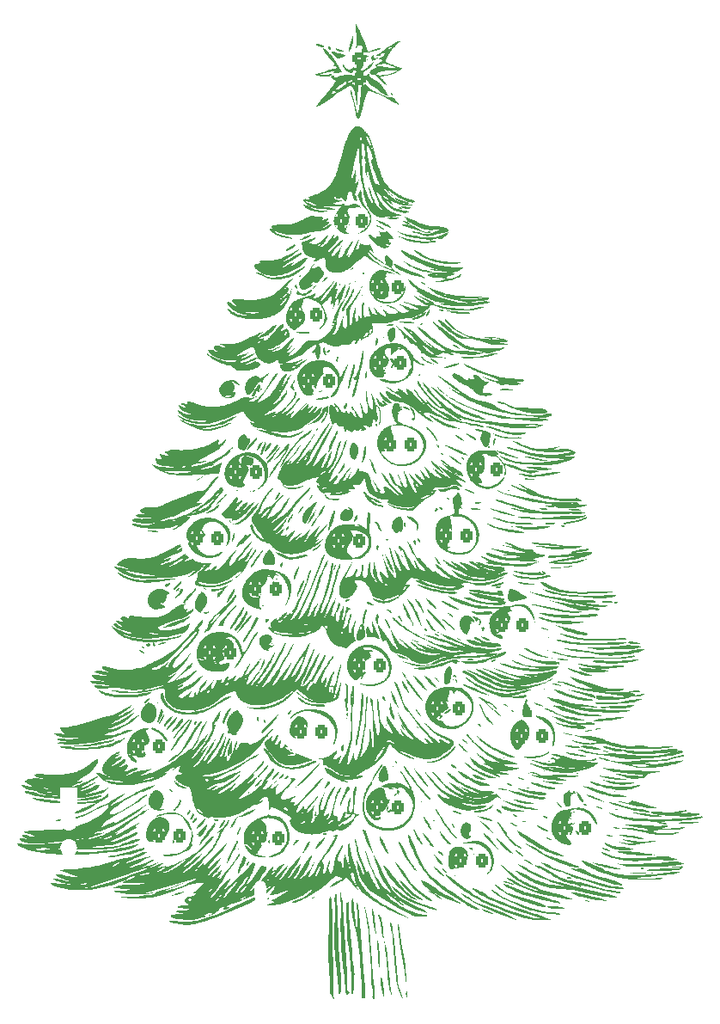
<source format=gbr>
G04 #@! TF.GenerationSoftware,KiCad,Pcbnew,8.0.7-8.0.7-0~ubuntu24.04.1*
G04 #@! TF.CreationDate,2025-01-03T20:46:55-06:00*
G04 #@! TF.ProjectId,christmas-tree,63687269-7374-46d6-9173-2d747265652e,rev?*
G04 #@! TF.SameCoordinates,Original*
G04 #@! TF.FileFunction,Legend,Bot*
G04 #@! TF.FilePolarity,Positive*
%FSLAX46Y46*%
G04 Gerber Fmt 4.6, Leading zero omitted, Abs format (unit mm)*
G04 Created by KiCad (PCBNEW 8.0.7-8.0.7-0~ubuntu24.04.1) date 2025-01-03 20:46:55*
%MOMM*%
%LPD*%
G01*
G04 APERTURE LIST*
G04 Aperture macros list*
%AMRoundRect*
0 Rectangle with rounded corners*
0 $1 Rounding radius*
0 $2 $3 $4 $5 $6 $7 $8 $9 X,Y pos of 4 corners*
0 Add a 4 corners polygon primitive as box body*
4,1,4,$2,$3,$4,$5,$6,$7,$8,$9,$2,$3,0*
0 Add four circle primitives for the rounded corners*
1,1,$1+$1,$2,$3*
1,1,$1+$1,$4,$5*
1,1,$1+$1,$6,$7*
1,1,$1+$1,$8,$9*
0 Add four rect primitives between the rounded corners*
20,1,$1+$1,$2,$3,$4,$5,0*
20,1,$1+$1,$4,$5,$6,$7,0*
20,1,$1+$1,$6,$7,$8,$9,0*
20,1,$1+$1,$8,$9,$2,$3,0*%
G04 Aperture macros list end*
%ADD10C,0.000000*%
%ADD11R,1.700000X1.700000*%
%ADD12O,1.700000X1.700000*%
%ADD13O,1.204000X2.204000*%
%ADD14RoundRect,0.250000X0.325000X0.450000X-0.325000X0.450000X-0.325000X-0.450000X0.325000X-0.450000X0*%
%ADD15RoundRect,0.250000X0.450000X-0.325000X0.450000X0.325000X-0.450000X0.325000X-0.450000X-0.325000X0*%
G04 APERTURE END LIST*
D10*
G36*
X168016655Y-132123170D02*
G01*
X168395283Y-132382536D01*
X168766499Y-132651961D01*
X169498339Y-133205930D01*
X169864785Y-133482947D01*
X170235463Y-133754968D01*
X170613284Y-134018229D01*
X170805783Y-134145398D01*
X171001159Y-134268966D01*
X171261818Y-134419996D01*
X171573213Y-134583315D01*
X172320613Y-134934769D01*
X173188159Y-135299216D01*
X174120653Y-135652548D01*
X175062895Y-135970654D01*
X175520421Y-136108963D01*
X175959686Y-136229424D01*
X176373787Y-136329023D01*
X176755826Y-136404747D01*
X177098903Y-136453582D01*
X177396118Y-136472514D01*
X175788901Y-135926307D01*
X174779711Y-135579835D01*
X173727561Y-135195142D01*
X173207430Y-134990968D01*
X172703024Y-134780246D01*
X172223163Y-134563978D01*
X171776670Y-134343166D01*
X171372366Y-134118813D01*
X171019072Y-133891920D01*
X170725610Y-133663490D01*
X170604072Y-133549012D01*
X170500801Y-133434526D01*
X170566010Y-133442513D01*
X170630955Y-133453815D01*
X170695641Y-133468253D01*
X170760077Y-133485646D01*
X170888224Y-133528579D01*
X171015455Y-133581173D01*
X171141826Y-133641989D01*
X171267394Y-133709588D01*
X171392218Y-133782528D01*
X171516354Y-133859371D01*
X172007169Y-134176971D01*
X172128728Y-134251729D01*
X172249944Y-134321750D01*
X172370874Y-134385595D01*
X172491575Y-134441823D01*
X173008477Y-134658012D01*
X173529660Y-134864547D01*
X174054330Y-135062868D01*
X174581691Y-135254416D01*
X175641311Y-135622947D01*
X176702165Y-135981654D01*
X176917092Y-136057095D01*
X177128281Y-136135497D01*
X177545815Y-136294137D01*
X177755348Y-136370850D01*
X177967517Y-136443474D01*
X178183914Y-136510249D01*
X178294196Y-136540892D01*
X178406133Y-136569412D01*
X178170569Y-136590962D01*
X177935547Y-136609570D01*
X177700899Y-136623815D01*
X177466455Y-136632277D01*
X177232049Y-136633534D01*
X176997512Y-136626166D01*
X176880142Y-136618804D01*
X176762677Y-136608752D01*
X176645094Y-136595834D01*
X176527374Y-136579871D01*
X176399381Y-136559165D01*
X176271862Y-136535406D01*
X176144807Y-136508820D01*
X176018202Y-136479633D01*
X175766298Y-136414360D01*
X175516057Y-136341397D01*
X175267382Y-136262549D01*
X175020181Y-136179626D01*
X174529819Y-136008783D01*
X173775196Y-135737235D01*
X173028709Y-135449128D01*
X172293166Y-135139528D01*
X171930375Y-134975125D01*
X171571373Y-134803497D01*
X171216510Y-134624029D01*
X170866137Y-134436102D01*
X170520606Y-134239099D01*
X170180265Y-134032405D01*
X169845468Y-133815401D01*
X169516564Y-133587471D01*
X169193904Y-133347998D01*
X168877840Y-133096364D01*
X168794682Y-133027217D01*
X168711893Y-132957610D01*
X168629476Y-132887568D01*
X168547432Y-132817117D01*
X168501157Y-132776738D01*
X168456718Y-132735796D01*
X168413993Y-132694258D01*
X168372857Y-132652091D01*
X168333189Y-132609264D01*
X168294865Y-132565743D01*
X168257762Y-132521496D01*
X168221758Y-132476489D01*
X168186730Y-132430691D01*
X168152554Y-132384068D01*
X168086268Y-132288219D01*
X168021917Y-132188679D01*
X167958519Y-132085187D01*
X168016655Y-132123170D01*
G37*
G36*
X154689143Y-81385408D02*
G01*
X154693989Y-81386060D01*
X154699677Y-81387112D01*
X154706440Y-81388529D01*
X154724112Y-81392329D01*
X154735485Y-81394648D01*
X154748858Y-81397202D01*
X154609526Y-81434020D01*
X154531429Y-81470647D01*
X154601387Y-81424719D01*
X154612191Y-81419499D01*
X154621823Y-81414700D01*
X154630375Y-81410311D01*
X154637938Y-81406318D01*
X154644604Y-81402712D01*
X154650464Y-81399480D01*
X154660135Y-81394093D01*
X154664127Y-81391914D01*
X154667681Y-81390063D01*
X154670887Y-81388527D01*
X154672388Y-81387875D01*
X154673837Y-81387297D01*
X154675245Y-81386792D01*
X154676623Y-81386359D01*
X154677982Y-81385996D01*
X154679335Y-81385702D01*
X154680693Y-81385476D01*
X154682067Y-81385315D01*
X154683468Y-81385219D01*
X154684908Y-81385186D01*
X154689143Y-81385408D01*
G37*
G36*
X155215474Y-74127453D02*
G01*
X155196267Y-74163213D01*
X155176059Y-74196775D01*
X155154816Y-74228320D01*
X155132504Y-74258026D01*
X155109091Y-74286072D01*
X155084543Y-74312638D01*
X155058826Y-74337903D01*
X155031907Y-74362046D01*
X155003752Y-74385246D01*
X154974327Y-74407682D01*
X154943600Y-74429534D01*
X154911537Y-74450980D01*
X154878104Y-74472200D01*
X154806994Y-74514679D01*
X154847952Y-74439864D01*
X154867996Y-74405096D01*
X154888110Y-74372022D01*
X154908567Y-74340592D01*
X154929636Y-74310757D01*
X154951590Y-74282468D01*
X154974700Y-74255676D01*
X154999236Y-74230332D01*
X155025470Y-74206386D01*
X155053673Y-74183789D01*
X155084117Y-74162492D01*
X155117071Y-74142445D01*
X155152808Y-74123600D01*
X155191598Y-74105907D01*
X155233713Y-74089317D01*
X155215474Y-74127453D01*
G37*
G36*
X166601043Y-73531211D02*
G01*
X166530307Y-73562800D01*
X166465002Y-73505439D01*
X166545036Y-73456799D01*
X166601043Y-73531211D01*
G37*
G36*
X177939871Y-97815388D02*
G01*
X178006108Y-97816822D01*
X178068703Y-97819399D01*
X178127337Y-97823205D01*
X178181688Y-97828325D01*
X178207157Y-97831403D01*
X178231434Y-97834843D01*
X178254480Y-97838652D01*
X178276255Y-97842844D01*
X178296717Y-97847427D01*
X178315828Y-97852412D01*
X178154209Y-97930896D01*
X177861603Y-97996912D01*
X177536131Y-98063303D01*
X177189021Y-98123468D01*
X177010859Y-98149153D01*
X176831498Y-98170806D01*
X176652340Y-98187602D01*
X176474789Y-98198717D01*
X176300249Y-98203324D01*
X176130121Y-98200600D01*
X175965811Y-98189718D01*
X175808722Y-98169854D01*
X175660255Y-98140183D01*
X175521816Y-98099880D01*
X175418594Y-98065972D01*
X175314961Y-98034653D01*
X175107247Y-97975361D01*
X175003558Y-97945180D01*
X174900240Y-97913168D01*
X174797492Y-97878221D01*
X174746391Y-97859302D01*
X174695507Y-97839235D01*
X174776498Y-97834720D01*
X174858331Y-97832870D01*
X174940898Y-97833364D01*
X175024089Y-97835881D01*
X175191909Y-97845704D01*
X175360921Y-97859775D01*
X175699038Y-97890402D01*
X175866401Y-97901832D01*
X176031473Y-97907253D01*
X177870315Y-97815013D01*
X177939871Y-97815388D01*
G37*
G36*
X183387905Y-119908575D02*
G01*
X183445538Y-119912889D01*
X183502765Y-119919320D01*
X183559588Y-119927765D01*
X183616010Y-119938120D01*
X183672035Y-119950283D01*
X183727664Y-119964148D01*
X183782902Y-119979613D01*
X183837749Y-119996575D01*
X183892210Y-120014930D01*
X183946287Y-120034574D01*
X183999983Y-120055405D01*
X184106242Y-120100210D01*
X184211011Y-120148519D01*
X184150221Y-120145343D01*
X184090935Y-120140415D01*
X184032993Y-120133768D01*
X183976238Y-120125436D01*
X183920510Y-120115453D01*
X183865651Y-120103854D01*
X183811501Y-120090673D01*
X183757901Y-120075943D01*
X183704694Y-120059700D01*
X183651719Y-120041977D01*
X183598818Y-120022809D01*
X183545832Y-120002230D01*
X183438970Y-119956973D01*
X183329862Y-119906482D01*
X183387905Y-119908575D01*
G37*
G36*
X157153263Y-133991546D02*
G01*
X157161568Y-134005141D01*
X157169024Y-134018557D01*
X157175686Y-134031852D01*
X157181608Y-134045087D01*
X157186843Y-134058319D01*
X157191446Y-134071608D01*
X157195469Y-134085012D01*
X157198966Y-134098591D01*
X157201992Y-134112404D01*
X157204599Y-134126508D01*
X157206842Y-134140964D01*
X157208775Y-134155830D01*
X157210450Y-134171165D01*
X157213243Y-134203477D01*
X157254837Y-134827361D01*
X157287312Y-135451805D01*
X157334077Y-136701744D01*
X157371874Y-137952037D01*
X157419042Y-139201427D01*
X157479932Y-140239431D01*
X157553464Y-141280464D01*
X157620149Y-142321013D01*
X157644835Y-142840009D01*
X157660501Y-143357566D01*
X157661171Y-143401758D01*
X157661218Y-143443049D01*
X157660433Y-143481749D01*
X157658608Y-143518168D01*
X157655534Y-143552616D01*
X157651004Y-143585402D01*
X157644807Y-143616838D01*
X157636737Y-143647232D01*
X157626585Y-143676895D01*
X157614141Y-143706136D01*
X157599198Y-143735266D01*
X157581548Y-143764595D01*
X157560980Y-143794432D01*
X157537288Y-143825088D01*
X157510263Y-143856872D01*
X157479696Y-143890094D01*
X157396371Y-143789901D01*
X157368400Y-143217541D01*
X157325133Y-142647023D01*
X157211559Y-141509262D01*
X157093353Y-140372113D01*
X157044295Y-139802361D01*
X157008216Y-139231073D01*
X156992004Y-138758780D01*
X156987697Y-138285224D01*
X156992583Y-137810816D01*
X157003948Y-137335968D01*
X157035268Y-136386599D01*
X157059955Y-135440412D01*
X157059255Y-135355890D01*
X157055281Y-135266716D01*
X157040993Y-135077614D01*
X157024070Y-134879502D01*
X157011485Y-134678777D01*
X157009000Y-134579435D01*
X157010216Y-134481839D01*
X157016004Y-134386789D01*
X157027238Y-134295084D01*
X157044788Y-134207524D01*
X157056204Y-134165549D01*
X157069526Y-134124910D01*
X157084864Y-134085707D01*
X157102326Y-134048040D01*
X157122021Y-134012009D01*
X157144058Y-133977714D01*
X157153263Y-133991546D01*
G37*
G36*
X148917238Y-99218425D02*
G01*
X148917230Y-99218432D01*
X148917238Y-99218419D01*
X148917238Y-99218425D01*
G37*
G36*
X164430413Y-113282993D02*
G01*
X164946145Y-113929914D01*
X165200784Y-114260196D01*
X165424557Y-114563218D01*
X165518138Y-114697050D01*
X165595926Y-114815122D01*
X165655229Y-114914449D01*
X165693355Y-114992051D01*
X165622169Y-114938052D01*
X165532420Y-114856961D01*
X165427209Y-114752431D01*
X165309640Y-114628117D01*
X165049838Y-114334752D01*
X164777832Y-114006096D01*
X164518444Y-113671381D01*
X164401238Y-113510885D01*
X164296494Y-113359836D01*
X164207315Y-113221887D01*
X164136803Y-113100693D01*
X164088061Y-112999907D01*
X164072823Y-112958309D01*
X164064191Y-112923183D01*
X164062688Y-112913417D01*
X164061350Y-112903623D01*
X164059008Y-112883980D01*
X164056834Y-112864317D01*
X164054498Y-112844699D01*
X164053334Y-112836836D01*
X164052109Y-112829004D01*
X164049652Y-112813308D01*
X164049657Y-112813308D01*
X164430413Y-113282993D01*
G37*
G36*
X163420741Y-68870320D02*
G01*
X163641422Y-68948980D01*
X163861971Y-69019231D01*
X163972574Y-69050898D01*
X164083596Y-69080096D01*
X164195190Y-69106704D01*
X164307505Y-69130599D01*
X164420693Y-69151660D01*
X164534905Y-69169764D01*
X164650292Y-69184789D01*
X164767004Y-69196613D01*
X164885193Y-69205114D01*
X165005010Y-69210170D01*
X165032406Y-69210931D01*
X165051534Y-69211813D01*
X165058889Y-69212480D01*
X165065248Y-69213394D01*
X165070966Y-69214628D01*
X165076401Y-69216253D01*
X165081910Y-69218342D01*
X165087848Y-69220968D01*
X165102440Y-69228116D01*
X165123033Y-69238277D01*
X165136471Y-69244667D01*
X165152479Y-69252028D01*
X165193335Y-69264979D01*
X165234346Y-69277437D01*
X165275506Y-69289400D01*
X165316810Y-69300863D01*
X165358240Y-69311827D01*
X165399792Y-69322298D01*
X165441469Y-69332273D01*
X165483276Y-69341750D01*
X165525157Y-69350690D01*
X165567155Y-69359142D01*
X165609265Y-69367085D01*
X165651481Y-69374500D01*
X165693799Y-69381374D01*
X165736209Y-69387724D01*
X165778694Y-69393565D01*
X165821237Y-69398916D01*
X165863809Y-69403767D01*
X165906405Y-69408097D01*
X165949051Y-69411907D01*
X165991771Y-69415195D01*
X166034554Y-69417962D01*
X166077373Y-69420209D01*
X166120218Y-69421936D01*
X166163078Y-69423143D01*
X166205889Y-69423822D01*
X166248705Y-69423982D01*
X166291534Y-69423624D01*
X166334385Y-69422745D01*
X166377221Y-69421345D01*
X166420016Y-69419425D01*
X166462772Y-69416984D01*
X166505497Y-69414022D01*
X166548224Y-69410531D01*
X166590886Y-69406515D01*
X166633487Y-69401990D01*
X166676031Y-69396970D01*
X166718554Y-69391425D01*
X166760987Y-69385392D01*
X166803333Y-69378850D01*
X166845592Y-69371779D01*
X166887779Y-69364168D01*
X166929892Y-69356033D01*
X166971906Y-69347389D01*
X167013797Y-69338253D01*
X167055555Y-69328639D01*
X167097182Y-69318535D01*
X167138684Y-69307923D01*
X167180069Y-69296783D01*
X167221322Y-69285124D01*
X167262433Y-69272969D01*
X167303396Y-69260319D01*
X167344205Y-69247173D01*
X167384806Y-69233529D01*
X167425242Y-69219388D01*
X167465516Y-69204751D01*
X167505630Y-69189619D01*
X167545540Y-69174028D01*
X167585214Y-69157932D01*
X167624678Y-69141352D01*
X167663953Y-69124312D01*
X167703091Y-69106779D01*
X167742013Y-69088799D01*
X167780711Y-69070359D01*
X167819175Y-69051449D01*
X167872743Y-69024574D01*
X167925925Y-68996825D01*
X167978768Y-68968337D01*
X168031318Y-68939242D01*
X168135721Y-68879771D01*
X168239500Y-68819485D01*
X168239500Y-68819497D01*
X168238634Y-68827615D01*
X168237511Y-68835792D01*
X168236124Y-68844040D01*
X168234464Y-68852371D01*
X168232523Y-68860798D01*
X168230293Y-68869332D01*
X168227765Y-68877987D01*
X168224931Y-68886773D01*
X168221784Y-68895704D01*
X168218315Y-68904792D01*
X168214515Y-68914048D01*
X168210377Y-68923485D01*
X168205893Y-68933115D01*
X168201054Y-68942950D01*
X168195852Y-68953003D01*
X168190279Y-68963286D01*
X168161399Y-69011120D01*
X168127752Y-69059317D01*
X168089798Y-69107570D01*
X168047998Y-69155571D01*
X168002814Y-69203014D01*
X167954705Y-69249592D01*
X167904133Y-69294998D01*
X167851559Y-69338924D01*
X167797442Y-69381065D01*
X167742245Y-69421113D01*
X167686427Y-69458762D01*
X167630450Y-69493703D01*
X167574774Y-69525631D01*
X167519861Y-69554238D01*
X167466170Y-69579218D01*
X167414163Y-69600263D01*
X167378162Y-69577584D01*
X167344501Y-69558143D01*
X167312792Y-69541782D01*
X167282646Y-69528340D01*
X167253675Y-69517659D01*
X167225492Y-69509578D01*
X167197709Y-69503938D01*
X167169936Y-69500580D01*
X167141787Y-69499343D01*
X167112873Y-69500069D01*
X167082807Y-69502598D01*
X167051199Y-69506770D01*
X167017663Y-69512425D01*
X166981809Y-69519405D01*
X166901599Y-69536700D01*
X166841722Y-69551093D01*
X166781937Y-69567466D01*
X166722305Y-69585459D01*
X166662886Y-69604709D01*
X166544933Y-69645542D01*
X166428564Y-69687078D01*
X166366661Y-69666517D01*
X166305171Y-69648145D01*
X166244011Y-69631797D01*
X166183098Y-69617307D01*
X166122351Y-69604510D01*
X166061685Y-69593241D01*
X165940271Y-69574623D01*
X165818197Y-69560130D01*
X165694803Y-69548440D01*
X165441413Y-69528174D01*
X165281818Y-69514102D01*
X165126331Y-69497555D01*
X164974627Y-69478137D01*
X164826381Y-69455451D01*
X164681267Y-69429102D01*
X164538960Y-69398695D01*
X164399135Y-69363831D01*
X164261466Y-69324117D01*
X164125629Y-69279155D01*
X163991297Y-69228549D01*
X163858147Y-69171904D01*
X163725852Y-69108824D01*
X163594087Y-69038912D01*
X163462527Y-68961773D01*
X163330846Y-68877010D01*
X163198721Y-68784228D01*
X163420741Y-68870320D01*
G37*
G36*
X151322018Y-100409627D02*
G01*
X151424217Y-100436054D01*
X151524951Y-100467566D01*
X151624509Y-100503185D01*
X151723179Y-100541932D01*
X151821249Y-100582829D01*
X152016740Y-100667153D01*
X152213287Y-100748330D01*
X152312677Y-100785290D01*
X152413195Y-100818527D01*
X152515129Y-100847062D01*
X152618767Y-100869915D01*
X152724397Y-100886109D01*
X152832307Y-100894664D01*
X152922739Y-100894255D01*
X153013986Y-100886561D01*
X153105938Y-100872766D01*
X153198482Y-100854053D01*
X153291504Y-100831604D01*
X153384893Y-100806602D01*
X153572321Y-100753674D01*
X153666134Y-100728113D01*
X153759865Y-100704731D01*
X153853399Y-100684712D01*
X153946625Y-100669239D01*
X154039430Y-100659494D01*
X154131701Y-100656660D01*
X154177602Y-100658205D01*
X154223327Y-100661921D01*
X154268863Y-100667957D01*
X154314194Y-100676460D01*
X154282800Y-100765603D01*
X154202511Y-100798486D01*
X154118758Y-100829983D01*
X154031978Y-100860052D01*
X153942603Y-100888651D01*
X153757806Y-100941267D01*
X153567840Y-100987490D01*
X153376176Y-101026978D01*
X153186286Y-101059391D01*
X153001643Y-101084386D01*
X152825718Y-101101625D01*
X152762043Y-101105464D01*
X152699841Y-101107015D01*
X152639052Y-101106338D01*
X152579616Y-101103493D01*
X152521472Y-101098541D01*
X152464559Y-101091542D01*
X152408816Y-101082557D01*
X152354183Y-101071647D01*
X152300599Y-101058870D01*
X152248004Y-101044289D01*
X152196336Y-101027964D01*
X152145535Y-101009955D01*
X152046290Y-100969126D01*
X151949785Y-100922288D01*
X151855533Y-100869923D01*
X151763049Y-100812516D01*
X151671847Y-100750549D01*
X151581441Y-100684508D01*
X151491346Y-100614875D01*
X151401075Y-100542134D01*
X151218067Y-100389264D01*
X151322018Y-100409627D01*
G37*
G36*
X167805185Y-101142957D02*
G01*
X168002108Y-101278563D01*
X168200722Y-101408584D01*
X168401669Y-101533351D01*
X168605588Y-101653192D01*
X168813119Y-101768438D01*
X169024902Y-101879417D01*
X169241579Y-101986459D01*
X169195166Y-101936834D01*
X169147178Y-101889113D01*
X169097809Y-101843057D01*
X169047252Y-101798423D01*
X168995701Y-101754973D01*
X168943351Y-101712465D01*
X168837029Y-101629313D01*
X168729837Y-101547046D01*
X168623327Y-101463737D01*
X168570814Y-101421092D01*
X168519053Y-101377465D01*
X168468239Y-101332616D01*
X168418565Y-101286304D01*
X168571318Y-101332630D01*
X168716781Y-101387347D01*
X168856188Y-101449413D01*
X168990773Y-101517788D01*
X169121772Y-101591428D01*
X169250418Y-101669293D01*
X169505592Y-101833532D01*
X169766170Y-102002170D01*
X169901571Y-102085535D01*
X170042028Y-102166875D01*
X170188773Y-102245149D01*
X170343042Y-102319315D01*
X170506069Y-102388332D01*
X170679088Y-102451158D01*
X170621999Y-102413942D01*
X171947614Y-102413942D01*
X172013692Y-102475568D01*
X172142564Y-102464713D01*
X172130870Y-102455161D01*
X172119407Y-102447065D01*
X172108113Y-102440295D01*
X172096923Y-102434723D01*
X172085775Y-102430218D01*
X172074603Y-102426649D01*
X172063345Y-102423889D01*
X172051936Y-102421805D01*
X172040314Y-102420269D01*
X172028414Y-102419151D01*
X172003526Y-102417649D01*
X171976763Y-102416258D01*
X171962518Y-102415281D01*
X171947614Y-102413942D01*
X170621999Y-102413942D01*
X170490722Y-102328363D01*
X170305188Y-102201784D01*
X170122008Y-102072027D01*
X169940705Y-101939697D01*
X169581821Y-101669742D01*
X169224716Y-101396762D01*
X169308071Y-101400781D01*
X169389765Y-101407697D01*
X169548557Y-101429612D01*
X169701871Y-101461299D01*
X169850486Y-101501548D01*
X169995181Y-101549151D01*
X170136735Y-101602900D01*
X170275927Y-101661584D01*
X170413537Y-101723996D01*
X170963733Y-101986739D01*
X171105116Y-102049655D01*
X171249591Y-102109045D01*
X171397937Y-102163700D01*
X171550933Y-102212411D01*
X171487584Y-102167084D01*
X171413603Y-102117585D01*
X171240780Y-102008169D01*
X170844889Y-101762354D01*
X170649939Y-101634349D01*
X170559364Y-101570908D01*
X170475732Y-101508540D01*
X170400800Y-101447770D01*
X170336326Y-101389123D01*
X170284067Y-101333124D01*
X170263067Y-101306280D01*
X170245781Y-101280296D01*
X170304182Y-101277972D01*
X170363461Y-101281761D01*
X170423686Y-101291250D01*
X170484928Y-101306029D01*
X170610747Y-101349815D01*
X170741479Y-101409834D01*
X170877690Y-101482801D01*
X171019942Y-101565433D01*
X171324824Y-101746547D01*
X171488581Y-101838461D01*
X171660634Y-101926899D01*
X171841546Y-102008576D01*
X172031881Y-102080208D01*
X172130758Y-102111231D01*
X172232201Y-102138511D01*
X172336283Y-102161637D01*
X172443072Y-102180198D01*
X172552639Y-102193785D01*
X172665055Y-102201986D01*
X172780391Y-102204391D01*
X172898716Y-102200590D01*
X172847182Y-102170975D01*
X172791760Y-102144621D01*
X172732927Y-102121172D01*
X172671164Y-102100269D01*
X172606950Y-102081554D01*
X172540764Y-102064671D01*
X172404394Y-102034966D01*
X172129083Y-101981791D01*
X171997812Y-101952600D01*
X171935451Y-101936101D01*
X171875911Y-101917857D01*
X171802104Y-101891934D01*
X171729938Y-101863813D01*
X171659279Y-101833629D01*
X171589991Y-101801517D01*
X171521940Y-101767613D01*
X171454990Y-101732051D01*
X171389005Y-101694967D01*
X171323851Y-101656495D01*
X171195493Y-101575930D01*
X171068835Y-101491437D01*
X170816286Y-101314988D01*
X171029408Y-101368873D01*
X171246763Y-101431093D01*
X171688778Y-101565244D01*
X171910739Y-101629529D01*
X172131537Y-101686857D01*
X172241078Y-101711717D01*
X172349822Y-101733404D01*
X172457600Y-101751440D01*
X172564245Y-101765348D01*
X172633120Y-101771581D01*
X172706359Y-101776019D01*
X172863013Y-101781676D01*
X173028381Y-101786643D01*
X173196635Y-101795247D01*
X173280025Y-101802264D01*
X173361951Y-101811813D01*
X173441686Y-101824434D01*
X173518501Y-101840667D01*
X173591668Y-101861055D01*
X173660459Y-101886136D01*
X173692986Y-101900606D01*
X173724145Y-101916452D01*
X173753847Y-101933743D01*
X173781999Y-101952544D01*
X173773551Y-101961626D01*
X173764890Y-101970555D01*
X173747446Y-101988344D01*
X173738924Y-101997400D01*
X173734770Y-102002010D01*
X173730709Y-102006692D01*
X173726757Y-102011457D01*
X173722931Y-102016318D01*
X173719247Y-102021287D01*
X173715721Y-102026376D01*
X173713696Y-102029569D01*
X173711850Y-102032854D01*
X173710165Y-102036220D01*
X173708623Y-102039658D01*
X173707204Y-102043160D01*
X173705890Y-102046715D01*
X173703501Y-102053948D01*
X173699161Y-102068647D01*
X173696910Y-102075963D01*
X173695699Y-102079579D01*
X173694406Y-102083156D01*
X173818237Y-102160089D01*
X173798273Y-102228885D01*
X173749376Y-102254171D01*
X173699946Y-102278385D01*
X173599959Y-102324472D01*
X173398740Y-102413421D01*
X173299379Y-102459789D01*
X173250420Y-102484213D01*
X173202097Y-102509756D01*
X173154528Y-102536637D01*
X173107829Y-102565075D01*
X173062118Y-102595290D01*
X173017511Y-102627500D01*
X173265431Y-102540570D01*
X173389446Y-102499074D01*
X173514112Y-102461098D01*
X173576833Y-102443948D01*
X173639890Y-102428299D01*
X173703339Y-102414357D01*
X173767239Y-102402331D01*
X173831646Y-102392427D01*
X173896620Y-102384851D01*
X173962216Y-102379812D01*
X174028493Y-102377515D01*
X174045351Y-102430032D01*
X173889190Y-102551720D01*
X173719350Y-102662453D01*
X173537423Y-102762537D01*
X173345001Y-102852277D01*
X173143676Y-102931980D01*
X172935040Y-103001950D01*
X172720686Y-103062494D01*
X172502206Y-103113918D01*
X172281193Y-103156527D01*
X172059238Y-103190627D01*
X171837935Y-103216524D01*
X171618874Y-103234524D01*
X171403649Y-103244932D01*
X171193852Y-103248055D01*
X170991075Y-103244197D01*
X170796911Y-103233665D01*
X170553768Y-103212571D01*
X170335768Y-103186237D01*
X170235280Y-103170949D01*
X170139977Y-103154163D01*
X170049493Y-103135818D01*
X169963461Y-103115850D01*
X169881514Y-103094198D01*
X169803286Y-103070799D01*
X169728409Y-103045590D01*
X169656518Y-103018509D01*
X169587244Y-102989494D01*
X169520223Y-102958481D01*
X169455086Y-102925410D01*
X169391468Y-102890217D01*
X169329000Y-102852840D01*
X169267318Y-102813216D01*
X169144840Y-102726978D01*
X169021100Y-102631005D01*
X168893164Y-102524796D01*
X168280784Y-101987621D01*
X168702951Y-102214412D01*
X168929467Y-102335064D01*
X169162316Y-102451593D01*
X169280189Y-102506210D01*
X169398533Y-102557275D01*
X169516977Y-102603949D01*
X169635151Y-102645391D01*
X169752684Y-102680760D01*
X169869205Y-102709217D01*
X169984343Y-102729921D01*
X170097728Y-102742032D01*
X170184856Y-102787298D01*
X170278852Y-102828978D01*
X170378827Y-102867097D01*
X170483895Y-102901680D01*
X170593169Y-102932750D01*
X170705760Y-102960334D01*
X170820782Y-102984455D01*
X170937347Y-103005137D01*
X171054568Y-103022406D01*
X171171557Y-103036285D01*
X171287428Y-103046800D01*
X171401292Y-103053975D01*
X171512262Y-103057834D01*
X171619451Y-103058403D01*
X171721972Y-103055704D01*
X171818937Y-103049764D01*
X171813319Y-103027475D01*
X171809773Y-103012800D01*
X171808355Y-103007563D01*
X171806948Y-103003324D01*
X171805384Y-102999781D01*
X171803493Y-102996631D01*
X171801107Y-102993574D01*
X171798056Y-102990306D01*
X171789287Y-102981933D01*
X171775833Y-102969097D01*
X171774125Y-102967401D01*
X171979589Y-102967401D01*
X172002260Y-102978250D01*
X172039081Y-102957319D01*
X172014082Y-102951122D01*
X171979589Y-102967401D01*
X171774125Y-102967401D01*
X171766927Y-102960250D01*
X171756343Y-102949382D01*
X171652981Y-102945857D01*
X171549450Y-102939748D01*
X171341989Y-102920919D01*
X171134183Y-102895164D01*
X170926253Y-102864757D01*
X170510908Y-102799071D01*
X170303937Y-102768335D01*
X170097728Y-102742032D01*
X170059455Y-102699136D01*
X170020198Y-102658621D01*
X169980000Y-102620363D01*
X169938909Y-102584241D01*
X169854224Y-102517907D01*
X169766507Y-102458637D01*
X169676119Y-102405444D01*
X169583423Y-102357346D01*
X169488781Y-102313356D01*
X169392556Y-102272492D01*
X168999072Y-102120597D01*
X168900368Y-102080592D01*
X168802255Y-102037805D01*
X168705095Y-101991253D01*
X168609253Y-101939950D01*
X168535796Y-101896304D01*
X168463872Y-101849800D01*
X168393466Y-101800622D01*
X168324562Y-101748952D01*
X168257145Y-101694975D01*
X168191200Y-101638875D01*
X168126712Y-101580834D01*
X168063664Y-101521036D01*
X168002042Y-101459665D01*
X167941830Y-101396904D01*
X167883013Y-101332937D01*
X167825575Y-101267948D01*
X167769502Y-101202120D01*
X167714778Y-101135637D01*
X167609314Y-101001437D01*
X167805185Y-101142957D01*
G37*
G36*
X181521187Y-130809901D02*
G01*
X181539658Y-130810753D01*
X181558071Y-130812068D01*
X181576469Y-130813867D01*
X181594894Y-130816173D01*
X181613388Y-130819010D01*
X181631994Y-130822400D01*
X181650756Y-130826365D01*
X181669714Y-130830928D01*
X181688912Y-130836112D01*
X181708392Y-130841940D01*
X181728197Y-130848434D01*
X181748369Y-130855617D01*
X181958515Y-130936902D01*
X182164895Y-131022881D01*
X182569213Y-131204628D01*
X183364031Y-131577247D01*
X183765935Y-131750957D01*
X183970505Y-131830908D01*
X184178438Y-131904826D01*
X184390446Y-131971639D01*
X184607243Y-132030274D01*
X184829541Y-132079658D01*
X185058052Y-132118718D01*
X185363548Y-132158244D01*
X185662105Y-132187842D01*
X185954678Y-132208261D01*
X186242220Y-132220254D01*
X186525686Y-132224571D01*
X186806030Y-132221963D01*
X187361170Y-132198973D01*
X187915273Y-132157291D01*
X188475971Y-132102925D01*
X189647693Y-131980159D01*
X190377080Y-131901896D01*
X190560626Y-131885581D01*
X190743868Y-131873240D01*
X190926417Y-131866210D01*
X191107879Y-131865827D01*
X191085503Y-131886261D01*
X191052935Y-131906406D01*
X190959766Y-131945772D01*
X190833458Y-131983821D01*
X190679093Y-132020450D01*
X190306531Y-132089030D01*
X189882751Y-132150680D01*
X189448422Y-132204567D01*
X189044216Y-132249861D01*
X188488853Y-132311340D01*
X188284790Y-132333381D01*
X188076952Y-132349033D01*
X187656102Y-132374005D01*
X187446170Y-132389743D01*
X187238620Y-132411927D01*
X187136218Y-132426438D01*
X187034989Y-132443765D01*
X186935125Y-132464307D01*
X186836818Y-132488466D01*
X186886091Y-132510898D01*
X186940840Y-132529872D01*
X187065343Y-132558267D01*
X187207479Y-132575300D01*
X187364398Y-132582619D01*
X187533251Y-132581871D01*
X187711189Y-132574706D01*
X188082922Y-132547715D01*
X188456805Y-132514831D01*
X188810043Y-132489241D01*
X188971797Y-132483302D01*
X189119842Y-132484131D01*
X189251330Y-132493377D01*
X189363411Y-132512687D01*
X189258914Y-132547627D01*
X189152348Y-132577067D01*
X189043960Y-132601459D01*
X188933998Y-132621255D01*
X188822708Y-132636904D01*
X188710336Y-132648859D01*
X188597132Y-132657569D01*
X188483341Y-132663487D01*
X188254987Y-132668749D01*
X188027251Y-132668252D01*
X187581543Y-132664419D01*
X187282069Y-132663222D01*
X186980157Y-132657157D01*
X186676815Y-132645524D01*
X186373050Y-132627624D01*
X186069872Y-132602756D01*
X185768287Y-132570222D01*
X185469306Y-132529322D01*
X185173935Y-132479356D01*
X184954158Y-132434987D01*
X184719081Y-132380936D01*
X184471412Y-132317582D01*
X184213861Y-132245305D01*
X183949135Y-132164485D01*
X183679944Y-132075501D01*
X183408996Y-131978732D01*
X183138999Y-131874560D01*
X182872663Y-131763361D01*
X182612695Y-131645517D01*
X182361806Y-131521408D01*
X182122702Y-131391411D01*
X181898093Y-131255908D01*
X181690687Y-131115277D01*
X181503194Y-130969898D01*
X181338321Y-130820152D01*
X181366302Y-130817064D01*
X181393472Y-130814401D01*
X181419955Y-130812240D01*
X181432977Y-130811372D01*
X181445873Y-130810659D01*
X181483901Y-130809492D01*
X181502615Y-130809488D01*
X181521187Y-130809901D01*
G37*
G36*
X181991667Y-109814240D02*
G01*
X182018505Y-109819103D01*
X182072191Y-109828420D01*
X182094278Y-109843149D01*
X181957080Y-109815242D01*
X181964828Y-109809039D01*
X181991667Y-109814240D01*
G37*
G36*
X165224650Y-83561064D02*
G01*
X165228255Y-83561463D01*
X165231700Y-83562024D01*
X165235001Y-83562751D01*
X165238174Y-83563645D01*
X165241237Y-83564712D01*
X165244205Y-83565953D01*
X165247095Y-83567372D01*
X165249923Y-83568973D01*
X165255462Y-83572730D01*
X165260952Y-83577251D01*
X165266526Y-83582560D01*
X165272315Y-83588684D01*
X165278451Y-83595648D01*
X165285066Y-83603478D01*
X165300260Y-83621837D01*
X165318950Y-83643966D01*
X165351854Y-83683897D01*
X165383345Y-83725454D01*
X165413605Y-83768434D01*
X165442821Y-83812628D01*
X165498854Y-83903842D01*
X165552920Y-83997450D01*
X165606492Y-84091806D01*
X165661045Y-84185267D01*
X165689151Y-84231146D01*
X165718056Y-84276185D01*
X165747943Y-84320176D01*
X165778997Y-84362915D01*
X165940194Y-84566285D01*
X166147472Y-84810123D01*
X166387750Y-85077338D01*
X166647949Y-85350840D01*
X166781432Y-85484608D01*
X166914990Y-85613539D01*
X167046988Y-85735496D01*
X167175792Y-85848343D01*
X167299767Y-85949944D01*
X167417277Y-86038162D01*
X167526688Y-86110862D01*
X167626365Y-86165906D01*
X167636579Y-86170727D01*
X167646812Y-86175416D01*
X167667255Y-86184703D01*
X167625944Y-86114907D01*
X167581978Y-86046683D01*
X167535592Y-85979921D01*
X167487020Y-85914510D01*
X167436499Y-85850340D01*
X167384261Y-85787301D01*
X167330544Y-85725282D01*
X167275581Y-85664174D01*
X167162859Y-85544247D01*
X167047975Y-85426637D01*
X166819242Y-85194841D01*
X166643332Y-85009283D01*
X166474739Y-84821636D01*
X166313821Y-84630572D01*
X166236353Y-84533343D01*
X166160939Y-84434762D01*
X166087624Y-84334662D01*
X166016452Y-84232877D01*
X165947469Y-84129243D01*
X165880719Y-84023591D01*
X165816247Y-83915757D01*
X165754099Y-83805574D01*
X165694320Y-83692877D01*
X165636953Y-83577499D01*
X165732487Y-83677180D01*
X165826146Y-83778318D01*
X166009014Y-83984061D01*
X166365196Y-84403097D01*
X166543219Y-84612778D01*
X166724337Y-84820161D01*
X166910904Y-85023439D01*
X167006967Y-85122975D01*
X167105276Y-85220807D01*
X167301681Y-85406935D01*
X167505813Y-85590149D01*
X167717240Y-85769657D01*
X167935527Y-85944666D01*
X168160242Y-86114381D01*
X168390950Y-86278010D01*
X168627219Y-86434759D01*
X168868616Y-86583834D01*
X169114706Y-86724443D01*
X169365057Y-86855791D01*
X169619234Y-86977085D01*
X169876806Y-87087532D01*
X170137338Y-87186338D01*
X170400397Y-87272711D01*
X170665550Y-87345855D01*
X170932363Y-87404978D01*
X171096940Y-87433205D01*
X171262855Y-87455465D01*
X171429740Y-87473219D01*
X171597227Y-87487934D01*
X171932529Y-87514097D01*
X172099607Y-87528474D01*
X172265811Y-87545666D01*
X172867122Y-87612663D01*
X173468483Y-87671894D01*
X173769509Y-87697303D01*
X174070942Y-87719218D01*
X174372911Y-87737122D01*
X174675548Y-87750498D01*
X175035712Y-87759901D01*
X175398653Y-87764430D01*
X176128539Y-87772155D01*
X176493319Y-87781996D01*
X176856547Y-87800251D01*
X177217140Y-87830244D01*
X177396110Y-87850680D01*
X177574016Y-87875296D01*
X177442819Y-87940547D01*
X177303906Y-87998262D01*
X177157770Y-88048744D01*
X177004905Y-88092300D01*
X176680964Y-88159851D01*
X176336036Y-88203353D01*
X175974073Y-88225248D01*
X175599026Y-88227974D01*
X175214848Y-88213971D01*
X174825490Y-88185679D01*
X174434904Y-88145538D01*
X174047043Y-88095987D01*
X173295300Y-87978417D01*
X173144783Y-87950481D01*
X175806293Y-87950481D01*
X175860047Y-87963324D01*
X175914166Y-87974201D01*
X175968611Y-87983272D01*
X176023342Y-87990693D01*
X176078321Y-87996623D01*
X176133508Y-88001219D01*
X176244351Y-88007045D01*
X176355556Y-88009433D01*
X176466811Y-88009648D01*
X176688215Y-88008617D01*
X176800807Y-88005393D01*
X176855564Y-88002730D01*
X176909708Y-87998496D01*
X176936647Y-87995586D01*
X176963550Y-87992039D01*
X176990455Y-87987773D01*
X177017401Y-87982707D01*
X177044426Y-87976758D01*
X177071570Y-87969847D01*
X177098872Y-87961890D01*
X177126369Y-87952807D01*
X177098061Y-87939753D01*
X177068834Y-87928541D01*
X177038792Y-87919017D01*
X177008042Y-87911026D01*
X176976690Y-87904411D01*
X176944841Y-87899019D01*
X176912601Y-87894694D01*
X176880077Y-87891280D01*
X176814596Y-87886570D01*
X176749246Y-87883646D01*
X176684874Y-87881269D01*
X176622325Y-87878197D01*
X176571929Y-87874988D01*
X176545730Y-87873673D01*
X176532501Y-87873225D01*
X176519231Y-87872967D01*
X176505965Y-87872926D01*
X176492746Y-87873151D01*
X176479612Y-87873674D01*
X176466600Y-87874526D01*
X176453748Y-87875741D01*
X176441094Y-87877350D01*
X176428674Y-87879385D01*
X176416526Y-87881879D01*
X176260705Y-87883613D01*
X176183731Y-87885412D01*
X176107316Y-87889391D01*
X176069303Y-87892563D01*
X176031412Y-87896719D01*
X175993638Y-87902004D01*
X175955973Y-87908564D01*
X175918412Y-87916545D01*
X175880949Y-87926095D01*
X175843578Y-87937358D01*
X175806293Y-87950481D01*
X173144783Y-87950481D01*
X171998386Y-87737709D01*
X171760210Y-87695271D01*
X171521513Y-87655794D01*
X171044076Y-87577863D01*
X170806096Y-87535479D01*
X170569114Y-87488194D01*
X170333509Y-87434044D01*
X170099662Y-87371064D01*
X169889619Y-87307885D01*
X169679977Y-87243373D01*
X169470744Y-87177546D01*
X169261926Y-87110421D01*
X169281368Y-87128271D01*
X169301586Y-87146078D01*
X169343428Y-87181861D01*
X169385602Y-87218371D01*
X169406236Y-87237087D01*
X169426259Y-87256211D01*
X169445440Y-87275817D01*
X169463549Y-87295980D01*
X169480353Y-87316777D01*
X169495621Y-87338281D01*
X169502607Y-87349322D01*
X169509123Y-87360569D01*
X169515139Y-87372030D01*
X169520627Y-87383714D01*
X169525557Y-87395633D01*
X169529902Y-87407794D01*
X169533631Y-87420207D01*
X169536716Y-87432882D01*
X169509041Y-87427548D01*
X169476221Y-87417162D01*
X169396440Y-87382429D01*
X169299966Y-87331083D01*
X169189391Y-87265526D01*
X168936305Y-87101380D01*
X168657924Y-86909195D01*
X168108225Y-86517536D01*
X167878386Y-86356473D01*
X167706205Y-86244195D01*
X167694315Y-86246028D01*
X167682449Y-86248087D01*
X167658741Y-86252355D01*
X167646873Y-86254297D01*
X167634979Y-86255934D01*
X167623045Y-86257132D01*
X167617059Y-86257526D01*
X167611059Y-86257759D01*
X167594348Y-86257603D01*
X167577278Y-86256334D01*
X167559882Y-86254004D01*
X167542193Y-86250667D01*
X167524242Y-86246377D01*
X167506063Y-86241188D01*
X167469151Y-86228322D01*
X167431718Y-86212498D01*
X167394025Y-86194142D01*
X167356334Y-86173682D01*
X167318906Y-86151544D01*
X167282002Y-86128157D01*
X167245885Y-86103947D01*
X167177052Y-86054768D01*
X167114499Y-86007426D01*
X167060318Y-85965337D01*
X166976242Y-85894227D01*
X166870201Y-85795131D01*
X166606962Y-85527998D01*
X166300081Y-85193975D01*
X165979036Y-84823094D01*
X165822414Y-84633218D01*
X165673306Y-84445391D01*
X165535397Y-84263366D01*
X165412371Y-84090898D01*
X165307913Y-83931742D01*
X165225708Y-83789652D01*
X165169441Y-83668381D01*
X165152186Y-83616727D01*
X165142797Y-83571685D01*
X165153177Y-83569559D01*
X165162853Y-83567652D01*
X165171865Y-83565967D01*
X165180251Y-83564509D01*
X165188048Y-83563281D01*
X165195297Y-83562289D01*
X165202033Y-83561535D01*
X165208297Y-83561025D01*
X165216893Y-83560740D01*
X165224650Y-83561064D01*
G37*
G36*
X172337548Y-97647031D02*
G01*
X172459551Y-97704922D01*
X172583048Y-97760368D01*
X172707852Y-97812395D01*
X172833776Y-97860032D01*
X172897101Y-97881899D01*
X172960635Y-97902305D01*
X173024356Y-97921127D01*
X173088241Y-97938243D01*
X173226798Y-97969982D01*
X173382357Y-97999990D01*
X173733330Y-98056696D01*
X174516649Y-98170038D01*
X174904396Y-98234196D01*
X175087536Y-98269794D01*
X175259803Y-98308364D01*
X175418410Y-98350376D01*
X175560569Y-98396302D01*
X175683493Y-98446611D01*
X175784395Y-98501773D01*
X175631391Y-98508531D01*
X175478270Y-98511377D01*
X175325105Y-98510399D01*
X175171973Y-98505686D01*
X175018947Y-98497328D01*
X174866101Y-98485412D01*
X174713511Y-98470028D01*
X174561251Y-98451265D01*
X174409395Y-98429211D01*
X174258019Y-98403955D01*
X173957002Y-98344194D01*
X173658796Y-98272693D01*
X173363998Y-98190162D01*
X173223533Y-98147744D01*
X173047869Y-98092085D01*
X172851091Y-98024320D01*
X172749187Y-97986253D01*
X172647287Y-97945586D01*
X172547153Y-97902461D01*
X172450544Y-97857020D01*
X172359221Y-97809405D01*
X172274947Y-97759758D01*
X172199480Y-97708221D01*
X172165600Y-97681788D01*
X172134583Y-97654936D01*
X172106648Y-97627682D01*
X172082015Y-97600045D01*
X172060906Y-97572042D01*
X172043539Y-97543691D01*
X172098768Y-97527801D01*
X172337548Y-97647031D01*
G37*
G36*
X162777538Y-133370770D02*
G01*
X162882480Y-133427258D01*
X162987943Y-133491301D01*
X163094060Y-133561840D01*
X163200963Y-133637816D01*
X163308784Y-133718170D01*
X163527712Y-133887778D01*
X163751906Y-134062196D01*
X163866308Y-134148561D01*
X163982424Y-134232953D01*
X164100386Y-134314311D01*
X164220326Y-134391579D01*
X164342378Y-134463696D01*
X164466674Y-134529605D01*
X164618777Y-134604243D01*
X164772161Y-134677234D01*
X164926739Y-134748334D01*
X165082422Y-134817301D01*
X165239125Y-134883891D01*
X165396758Y-134947862D01*
X165555236Y-135008971D01*
X165714469Y-135066974D01*
X165898675Y-135128643D01*
X166089053Y-135187851D01*
X166477207Y-135308044D01*
X166669423Y-135373609D01*
X166763849Y-135408761D01*
X166856691Y-135445873D01*
X166947602Y-135485232D01*
X167036233Y-135527125D01*
X167122238Y-135571837D01*
X167205268Y-135619655D01*
X167141366Y-135630225D01*
X167109550Y-135634849D01*
X167077733Y-135638640D01*
X167045845Y-135641305D01*
X167029854Y-135642124D01*
X167013820Y-135642552D01*
X166997734Y-135642551D01*
X166981588Y-135642085D01*
X166965373Y-135641119D01*
X166949081Y-135639613D01*
X166891357Y-135631740D01*
X166833065Y-135620877D01*
X166774300Y-135607355D01*
X166715154Y-135591503D01*
X166655721Y-135573653D01*
X166596093Y-135554135D01*
X166476627Y-135511413D01*
X166239456Y-135420477D01*
X166123242Y-135377547D01*
X166066053Y-135357871D01*
X166009601Y-135339830D01*
X165500009Y-135180266D01*
X165257292Y-135099385D01*
X165022184Y-135015962D01*
X164794351Y-134928641D01*
X164573459Y-134836065D01*
X164359176Y-134736879D01*
X164151167Y-134629725D01*
X163949100Y-134513247D01*
X163752641Y-134386089D01*
X163561457Y-134246894D01*
X163375214Y-134094306D01*
X163193578Y-133926969D01*
X163016217Y-133743525D01*
X162842797Y-133542619D01*
X162672985Y-133322894D01*
X162777538Y-133370770D01*
G37*
G36*
X184261132Y-126106305D02*
G01*
X184420101Y-126152045D01*
X184735730Y-126248359D01*
X184893933Y-126295794D01*
X185053424Y-126340655D01*
X185214974Y-126381374D01*
X185296763Y-126399689D01*
X185379356Y-126416379D01*
X185716743Y-126475675D01*
X186065771Y-126527532D01*
X186792325Y-126609998D01*
X187546163Y-126665902D01*
X188314432Y-126697371D01*
X189084278Y-126706530D01*
X189842846Y-126695505D01*
X190577283Y-126666421D01*
X191274734Y-126621406D01*
X191515868Y-126599940D01*
X191756633Y-126573937D01*
X192237592Y-126514118D01*
X192718681Y-126453536D01*
X192959609Y-126426580D01*
X193200969Y-126403779D01*
X193209878Y-126471219D01*
X193253264Y-126456410D01*
X193274931Y-126448955D01*
X193296505Y-126441373D01*
X193300737Y-126439860D01*
X193304953Y-126438302D01*
X193313342Y-126435093D01*
X193330030Y-126428584D01*
X193281740Y-126465567D01*
X193228842Y-126499268D01*
X193171888Y-126529903D01*
X193111430Y-126557688D01*
X193048020Y-126582838D01*
X192982210Y-126605570D01*
X192914553Y-126626100D01*
X192845601Y-126644642D01*
X192775906Y-126661414D01*
X192706019Y-126676631D01*
X192567883Y-126703263D01*
X192313617Y-126747365D01*
X192098054Y-126773684D01*
X191882419Y-126795349D01*
X191450996Y-126827228D01*
X191019474Y-126848020D01*
X190587980Y-126862743D01*
X189725577Y-126894055D01*
X189294921Y-126920680D01*
X188864797Y-126961307D01*
X188906338Y-126970241D01*
X188957346Y-126978842D01*
X189081848Y-126995652D01*
X189379406Y-127031995D01*
X189528811Y-127053977D01*
X189598495Y-127066456D01*
X189662863Y-127080132D01*
X189720437Y-127095157D01*
X189769738Y-127111685D01*
X189809287Y-127129868D01*
X189824944Y-127139628D01*
X189837608Y-127149860D01*
X189809625Y-127159251D01*
X189783819Y-127167351D01*
X189759333Y-127174187D01*
X189747318Y-127177139D01*
X189735312Y-127179785D01*
X189723209Y-127182129D01*
X189710901Y-127184175D01*
X189698281Y-127185924D01*
X189685243Y-127187382D01*
X189671680Y-127188551D01*
X189657484Y-127189435D01*
X189642549Y-127190037D01*
X189626768Y-127190360D01*
X189559335Y-127189240D01*
X189494488Y-127184549D01*
X189431901Y-127176688D01*
X189371248Y-127166059D01*
X189312201Y-127153063D01*
X189254435Y-127138101D01*
X189197624Y-127121574D01*
X189141442Y-127103885D01*
X188916473Y-127029527D01*
X188858541Y-127012044D01*
X188799279Y-126995806D01*
X188738363Y-126981214D01*
X188675466Y-126968671D01*
X188600803Y-126956663D01*
X188524893Y-126946824D01*
X188447899Y-126938923D01*
X188369983Y-126932726D01*
X188212037Y-126924521D01*
X188052354Y-126920350D01*
X187732976Y-126916679D01*
X187575880Y-126913463D01*
X187422247Y-126906850D01*
X187069344Y-126881505D01*
X186640447Y-126839381D01*
X186164648Y-126777444D01*
X185918251Y-126738096D01*
X185671039Y-126692655D01*
X185426647Y-126640743D01*
X185188713Y-126581980D01*
X184960872Y-126515986D01*
X184746762Y-126442381D01*
X184550019Y-126360787D01*
X184374280Y-126270822D01*
X184295423Y-126222583D01*
X184223181Y-126172109D01*
X184158008Y-126119353D01*
X184100359Y-126064267D01*
X184100364Y-126064267D01*
X184261132Y-126106305D01*
G37*
G36*
X162976491Y-130902950D02*
G01*
X163022535Y-130925859D01*
X163070456Y-130956426D01*
X163120109Y-130994174D01*
X163224042Y-131089303D01*
X163333181Y-131207427D01*
X163446376Y-131344729D01*
X163562478Y-131497389D01*
X163798798Y-131833515D01*
X164255692Y-132522074D01*
X164457858Y-132813416D01*
X164548345Y-132932490D01*
X164630233Y-133028741D01*
X164729767Y-133132807D01*
X164841680Y-133243181D01*
X165096491Y-133478096D01*
X165382362Y-133723969D01*
X165686988Y-133971284D01*
X165998065Y-134210525D01*
X166303288Y-134432176D01*
X166590353Y-134626721D01*
X166723230Y-134710854D01*
X166846954Y-134784643D01*
X166798544Y-134784453D01*
X166774727Y-134783978D01*
X166751047Y-134783038D01*
X166727414Y-134781476D01*
X166703736Y-134779131D01*
X166679923Y-134775847D01*
X166667937Y-134773803D01*
X166655883Y-134771465D01*
X166575606Y-134751795D01*
X166493174Y-134725711D01*
X166408796Y-134693544D01*
X166322684Y-134655624D01*
X166146090Y-134563850D01*
X165965067Y-134453035D01*
X165781292Y-134325826D01*
X165596440Y-134184870D01*
X165412188Y-134032814D01*
X165230211Y-133872302D01*
X165052184Y-133705983D01*
X164879785Y-133536503D01*
X164714688Y-133366508D01*
X164558569Y-133198645D01*
X164413106Y-133035560D01*
X164279972Y-132879901D01*
X164160845Y-132734312D01*
X164057399Y-132601442D01*
X163906762Y-132396238D01*
X163760659Y-132186252D01*
X163618254Y-131972595D01*
X163478712Y-131756381D01*
X162932468Y-130888175D01*
X162976491Y-130902950D01*
G37*
G36*
X157988456Y-91621841D02*
G01*
X157996141Y-91636950D01*
X158002958Y-91650634D01*
X158005992Y-91657187D01*
X158008751Y-91663677D01*
X158011216Y-91670202D01*
X158013368Y-91676860D01*
X158015187Y-91683748D01*
X158016655Y-91690964D01*
X158017751Y-91698606D01*
X158018457Y-91706771D01*
X158018753Y-91715557D01*
X158018621Y-91725063D01*
X158016559Y-91752957D01*
X158012414Y-91781960D01*
X158006287Y-91811980D01*
X157998278Y-91842923D01*
X157977020Y-91907215D01*
X157949448Y-91974101D01*
X157916369Y-92042845D01*
X157878590Y-92112711D01*
X157836921Y-92182964D01*
X157792167Y-92252867D01*
X157745136Y-92321686D01*
X157696637Y-92388684D01*
X157647476Y-92453126D01*
X157598462Y-92514276D01*
X157550400Y-92571398D01*
X157504101Y-92623757D01*
X157460370Y-92670618D01*
X157420015Y-92711243D01*
X157416614Y-92685285D01*
X157416094Y-92657570D01*
X157418302Y-92628219D01*
X157423084Y-92597352D01*
X157430288Y-92565088D01*
X157439760Y-92531548D01*
X157464896Y-92461119D01*
X157497265Y-92387023D01*
X157535641Y-92310222D01*
X157578798Y-92231675D01*
X157625510Y-92152341D01*
X157980054Y-91604528D01*
X157988456Y-91621841D01*
G37*
G36*
X180313553Y-101736901D02*
G01*
X180336357Y-101738440D01*
X180359203Y-101740887D01*
X180370644Y-101742471D01*
X180382098Y-101744308D01*
X180393567Y-101746405D01*
X180405051Y-101748771D01*
X180416552Y-101751413D01*
X180428070Y-101754341D01*
X180439607Y-101757562D01*
X180451164Y-101761085D01*
X180376177Y-101795680D01*
X180288776Y-101825533D01*
X180190585Y-101851084D01*
X180083230Y-101872774D01*
X179968336Y-101891043D01*
X179847529Y-101906333D01*
X179594677Y-101929735D01*
X179089531Y-101960168D01*
X178863242Y-101974249D01*
X178671814Y-101992273D01*
X178647471Y-101994240D01*
X178623148Y-101995599D01*
X178574548Y-101996688D01*
X178525995Y-101995931D01*
X178477469Y-101993718D01*
X178428953Y-101990440D01*
X178380428Y-101986488D01*
X178283275Y-101978122D01*
X178285585Y-101975725D01*
X178287932Y-101973365D01*
X178292707Y-101968723D01*
X178302328Y-101959533D01*
X178307035Y-101954859D01*
X178309331Y-101952474D01*
X178311578Y-101950047D01*
X178313767Y-101947569D01*
X178315889Y-101945033D01*
X178317935Y-101942432D01*
X178319896Y-101939756D01*
X178321725Y-101937065D01*
X178323456Y-101934318D01*
X178325102Y-101931520D01*
X178326671Y-101928679D01*
X178328174Y-101925798D01*
X178329620Y-101922885D01*
X178332382Y-101916984D01*
X178337663Y-101905048D01*
X178340342Y-101899107D01*
X178343151Y-101893247D01*
X178391006Y-101906327D01*
X178458091Y-101913927D01*
X178541812Y-101916641D01*
X178639571Y-101915064D01*
X178866819Y-101901413D01*
X179119065Y-101877728D01*
X179962627Y-101777747D01*
X180116342Y-101751493D01*
X180154350Y-101745863D01*
X180192274Y-101741241D01*
X180230155Y-101737941D01*
X180249093Y-101736886D01*
X180268035Y-101736280D01*
X180290782Y-101736203D01*
X180313553Y-101736901D01*
G37*
G36*
X175721439Y-130668074D02*
G01*
X175743882Y-130671214D01*
X175766148Y-130674732D01*
X175788320Y-130678757D01*
X175810484Y-130683418D01*
X175832724Y-130688842D01*
X175855125Y-130695159D01*
X175906934Y-130711442D01*
X175957922Y-130728864D01*
X176007980Y-130747558D01*
X176056997Y-130767655D01*
X176104864Y-130789288D01*
X176151471Y-130812589D01*
X176196708Y-130837691D01*
X176240465Y-130864726D01*
X176282632Y-130893825D01*
X176323101Y-130925122D01*
X176361760Y-130958748D01*
X176380377Y-130976476D01*
X176398501Y-130994836D01*
X176416117Y-131013844D01*
X176433213Y-131033518D01*
X176449773Y-131053873D01*
X176465786Y-131074926D01*
X176481236Y-131096694D01*
X176496111Y-131119192D01*
X176510396Y-131142439D01*
X176524078Y-131166450D01*
X176466492Y-131148148D01*
X176409619Y-131126736D01*
X176353437Y-131102502D01*
X176297922Y-131075737D01*
X176243054Y-131046729D01*
X176188808Y-131015768D01*
X176135163Y-130983144D01*
X176082096Y-130949145D01*
X175977607Y-130878183D01*
X175875161Y-130805197D01*
X175774579Y-130732501D01*
X175675682Y-130662412D01*
X175721439Y-130668074D01*
G37*
G36*
X164239075Y-105051206D02*
G01*
X164300611Y-105093260D01*
X164361347Y-105142240D01*
X164421248Y-105197724D01*
X164538412Y-105326513D01*
X164651835Y-105476247D01*
X164761244Y-105643547D01*
X164866371Y-105825035D01*
X164966944Y-106017331D01*
X165062694Y-106217056D01*
X165153350Y-106420830D01*
X165238642Y-106625276D01*
X165392053Y-107022661D01*
X165622613Y-107676799D01*
X165629033Y-107695719D01*
X165635185Y-107714695D01*
X165641058Y-107733763D01*
X165646640Y-107752960D01*
X165594569Y-107695106D01*
X165537953Y-107615768D01*
X165477509Y-107517760D01*
X165413952Y-107403895D01*
X165280370Y-107139847D01*
X165142939Y-106846134D01*
X164879461Y-106259742D01*
X164764879Y-106012080D01*
X164669378Y-105824785D01*
X164643408Y-105780948D01*
X164613684Y-105734643D01*
X164545636Y-105635982D01*
X164393828Y-105423917D01*
X164356494Y-105369800D01*
X164320740Y-105315918D01*
X164287234Y-105262610D01*
X164256644Y-105210214D01*
X164229635Y-105159067D01*
X164206876Y-105109507D01*
X164189033Y-105061872D01*
X164182163Y-105038882D01*
X164176773Y-105016500D01*
X164239075Y-105051206D01*
G37*
G36*
X142970864Y-127894994D02*
G01*
X142992733Y-127960641D01*
X143010870Y-128024757D01*
X143025422Y-128087623D01*
X143036539Y-128149519D01*
X143044368Y-128210727D01*
X143049057Y-128271529D01*
X143050754Y-128332205D01*
X143049607Y-128393037D01*
X143045764Y-128454306D01*
X143039373Y-128516294D01*
X143030582Y-128579280D01*
X143019539Y-128643548D01*
X143006392Y-128709377D01*
X142974378Y-128846847D01*
X142967874Y-128875219D01*
X142962634Y-128903119D01*
X142958585Y-128930615D01*
X142955650Y-128957776D01*
X142953753Y-128984668D01*
X142952820Y-129011361D01*
X142952773Y-129037922D01*
X142953538Y-129064420D01*
X142955040Y-129090922D01*
X142957201Y-129117497D01*
X142963203Y-129171138D01*
X142970938Y-129225887D01*
X142979803Y-129282289D01*
X142964025Y-129318264D01*
X142945473Y-129353507D01*
X142924291Y-129388024D01*
X142900622Y-129421816D01*
X142874610Y-129454887D01*
X142846398Y-129487242D01*
X142783949Y-129549815D01*
X142714424Y-129609564D01*
X142638972Y-129666517D01*
X142558740Y-129720704D01*
X142474877Y-129772152D01*
X142388532Y-129820892D01*
X142300853Y-129866952D01*
X142126086Y-129951145D01*
X141959764Y-130024962D01*
X141811075Y-130088634D01*
X141713503Y-130128469D01*
X141616338Y-130164133D01*
X141519457Y-130195773D01*
X141422734Y-130223537D01*
X141326045Y-130247571D01*
X141229267Y-130268024D01*
X141132274Y-130285043D01*
X141034943Y-130298775D01*
X140937149Y-130309368D01*
X140838768Y-130316969D01*
X140739676Y-130321725D01*
X140639748Y-130323784D01*
X140538861Y-130323294D01*
X140436889Y-130320402D01*
X140229195Y-130308000D01*
X140085020Y-130214399D01*
X140079017Y-130165567D01*
X140401809Y-130152371D01*
X140720027Y-130143897D01*
X140876862Y-130137596D01*
X141031883Y-130127872D01*
X141184867Y-130113193D01*
X141335589Y-130092023D01*
X141483827Y-130062830D01*
X141629356Y-130024079D01*
X141701036Y-130000640D01*
X141771954Y-129974236D01*
X141842083Y-129944676D01*
X141911396Y-129911767D01*
X141979864Y-129875319D01*
X142047459Y-129835138D01*
X142114154Y-129791034D01*
X142179919Y-129742815D01*
X142244729Y-129690289D01*
X142308554Y-129633264D01*
X142371366Y-129571549D01*
X142433138Y-129504951D01*
X142508980Y-129413206D01*
X142576332Y-129319172D01*
X142635762Y-129222965D01*
X142687837Y-129124702D01*
X142733122Y-129024500D01*
X142772183Y-128922475D01*
X142805588Y-128818742D01*
X142833903Y-128713419D01*
X142857693Y-128606621D01*
X142877525Y-128498466D01*
X142893966Y-128389069D01*
X142907582Y-128278547D01*
X142928604Y-128054592D01*
X142945120Y-127827546D01*
X142970864Y-127894994D01*
G37*
G36*
X169154141Y-119193956D02*
G01*
X169161307Y-119196020D01*
X169175658Y-119200099D01*
X169182796Y-119202240D01*
X169189880Y-119204531D01*
X169196885Y-119207036D01*
X169200352Y-119208388D01*
X169203790Y-119209817D01*
X169260209Y-119237375D01*
X169319825Y-119272544D01*
X169381924Y-119314503D01*
X169445793Y-119362429D01*
X169510718Y-119415501D01*
X169575986Y-119472895D01*
X169640883Y-119533791D01*
X169704696Y-119597366D01*
X169766712Y-119662797D01*
X169826216Y-119729264D01*
X169882496Y-119795943D01*
X169934838Y-119862012D01*
X169982529Y-119926651D01*
X170024855Y-119989035D01*
X170061103Y-120048344D01*
X170090559Y-120103755D01*
X170058766Y-120092186D01*
X170026843Y-120078267D01*
X169994819Y-120062126D01*
X169962721Y-120043887D01*
X169898415Y-120001619D01*
X169834147Y-119952469D01*
X169770140Y-119897442D01*
X169706617Y-119837544D01*
X169643800Y-119773779D01*
X169581914Y-119707154D01*
X169461820Y-119569342D01*
X169348116Y-119432149D01*
X169242586Y-119303619D01*
X169147010Y-119191793D01*
X169154141Y-119193956D01*
G37*
G36*
X170578512Y-122274762D02*
G01*
X170653879Y-122279236D01*
X170734394Y-122291167D01*
X170819298Y-122309695D01*
X170907828Y-122333962D01*
X170999225Y-122363108D01*
X171092726Y-122396273D01*
X171283000Y-122471228D01*
X171655324Y-122631571D01*
X171825199Y-122703213D01*
X171903401Y-122733894D01*
X171976099Y-122760003D01*
X171810474Y-122773341D01*
X171725403Y-122778538D01*
X171639732Y-122781831D01*
X171554140Y-122782529D01*
X171511586Y-122781689D01*
X171469306Y-122779940D01*
X171427385Y-122777198D01*
X171385909Y-122773374D01*
X171344961Y-122768383D01*
X171304628Y-122762138D01*
X171243904Y-122750243D01*
X171185251Y-122735881D01*
X171128597Y-122719051D01*
X171073871Y-122699754D01*
X171021003Y-122677989D01*
X170969923Y-122653756D01*
X170920559Y-122627055D01*
X170872842Y-122597888D01*
X170826700Y-122566253D01*
X170782062Y-122532151D01*
X170738859Y-122495582D01*
X170697020Y-122456546D01*
X170656473Y-122415043D01*
X170617149Y-122371074D01*
X170578977Y-122324638D01*
X170541885Y-122275735D01*
X170550889Y-122275274D01*
X170559995Y-122274946D01*
X170569202Y-122274763D01*
X170578512Y-122274740D01*
X170578512Y-122274762D01*
G37*
G36*
X165186424Y-103587759D02*
G01*
X165237356Y-103593814D01*
X165288558Y-103601627D01*
X165339967Y-103611011D01*
X165391521Y-103621775D01*
X165443158Y-103633732D01*
X165546434Y-103660464D01*
X165950498Y-103777242D01*
X166461785Y-103918273D01*
X166724193Y-103990468D01*
X166989095Y-104060205D01*
X167254978Y-104124803D01*
X167520330Y-104181579D01*
X167783639Y-104227852D01*
X167914055Y-104246211D01*
X168043394Y-104260938D01*
X168095399Y-104264829D01*
X168154358Y-104267195D01*
X168288553Y-104269106D01*
X168436810Y-104270181D01*
X168589961Y-104273924D01*
X168665506Y-104277893D01*
X168738837Y-104283844D01*
X168808807Y-104292217D01*
X168874271Y-104303448D01*
X168934082Y-104317978D01*
X168987094Y-104336243D01*
X169010692Y-104346914D01*
X169032161Y-104358683D01*
X169051357Y-104371605D01*
X169068138Y-104385736D01*
X169047696Y-104399156D01*
X169027205Y-104411877D01*
X169006632Y-104423887D01*
X168985947Y-104435177D01*
X168965120Y-104445735D01*
X168944119Y-104455551D01*
X168922914Y-104464614D01*
X168901473Y-104472914D01*
X168879766Y-104480439D01*
X168857762Y-104487179D01*
X168835430Y-104493124D01*
X168812739Y-104498261D01*
X168789659Y-104502582D01*
X168766158Y-104506075D01*
X168742206Y-104508729D01*
X168717771Y-104510534D01*
X168560209Y-104512075D01*
X168370761Y-104501810D01*
X168154364Y-104480571D01*
X167915958Y-104449187D01*
X167660480Y-104408489D01*
X167392868Y-104359309D01*
X167118062Y-104302475D01*
X166840998Y-104238820D01*
X166566615Y-104169173D01*
X166299852Y-104094366D01*
X166045647Y-104015228D01*
X165808937Y-103932590D01*
X165594662Y-103847283D01*
X165407758Y-103760138D01*
X165253166Y-103671985D01*
X165189529Y-103627789D01*
X165135822Y-103583654D01*
X165186424Y-103587759D01*
G37*
G36*
X166518435Y-91377359D02*
G01*
X166555949Y-91394868D01*
X166636151Y-91440949D01*
X166722321Y-91500246D01*
X166813347Y-91570921D01*
X166908113Y-91651132D01*
X167005506Y-91739041D01*
X167104409Y-91832805D01*
X167203710Y-91930587D01*
X167399045Y-92130840D01*
X167582594Y-92325079D01*
X167745442Y-92498584D01*
X167878673Y-92636633D01*
X167872107Y-92635469D01*
X167865517Y-92634391D01*
X167852327Y-92632267D01*
X167845759Y-92631107D01*
X167839230Y-92629806D01*
X167832755Y-92628309D01*
X167829543Y-92627468D01*
X167826351Y-92626557D01*
X167783684Y-92612189D01*
X167739798Y-92594516D01*
X167648877Y-92549930D01*
X167554596Y-92494148D01*
X167457967Y-92428519D01*
X167359998Y-92354392D01*
X167261701Y-92273115D01*
X167164085Y-92186037D01*
X167068160Y-92094507D01*
X166974935Y-91999873D01*
X166885422Y-91903485D01*
X166800630Y-91806692D01*
X166721568Y-91710841D01*
X166649248Y-91617282D01*
X166584678Y-91527364D01*
X166528869Y-91442435D01*
X166482832Y-91363844D01*
X166518435Y-91377359D01*
G37*
G36*
X189564752Y-126485553D02*
G01*
X189514175Y-126488660D01*
X189486658Y-126445642D01*
X189536462Y-126436532D01*
X189564752Y-126485553D01*
G37*
G36*
X161598571Y-68861088D02*
G01*
X161659027Y-68880932D01*
X161689265Y-68889876D01*
X161719436Y-68897997D01*
X161749485Y-68905166D01*
X161779356Y-68911254D01*
X161808994Y-68916132D01*
X161838344Y-68919671D01*
X161851137Y-68920753D01*
X161863252Y-68921470D01*
X161874727Y-68921828D01*
X161885597Y-68921829D01*
X161895901Y-68921479D01*
X161905676Y-68920782D01*
X161914957Y-68919741D01*
X161923783Y-68918361D01*
X161932189Y-68916647D01*
X161940214Y-68914602D01*
X161947894Y-68912230D01*
X161955265Y-68909537D01*
X161962366Y-68906525D01*
X161969232Y-68903200D01*
X161975901Y-68899565D01*
X161982410Y-68895625D01*
X161988796Y-68891384D01*
X161995095Y-68886846D01*
X162007583Y-68876895D01*
X162020169Y-68865807D01*
X162033149Y-68853616D01*
X162061473Y-68826056D01*
X162077409Y-68810756D01*
X162094921Y-68794486D01*
X162165177Y-68825737D01*
X162169977Y-68828413D01*
X162174649Y-68831386D01*
X162179422Y-68834827D01*
X162184522Y-68838906D01*
X162190177Y-68843794D01*
X162196614Y-68849663D01*
X162204060Y-68856682D01*
X162212743Y-68865024D01*
X162240033Y-68890758D01*
X162268684Y-68916584D01*
X162329100Y-68968578D01*
X162455593Y-69074347D01*
X162517787Y-69128365D01*
X162547771Y-69155709D01*
X162576691Y-69183298D01*
X162604302Y-69211146D01*
X162630364Y-69239268D01*
X162654632Y-69267678D01*
X162676864Y-69296394D01*
X162702021Y-69331433D01*
X162713512Y-69348204D01*
X162724223Y-69364636D01*
X162734116Y-69380849D01*
X162743150Y-69396961D01*
X162751284Y-69413094D01*
X162758480Y-69429366D01*
X162764696Y-69445898D01*
X162769894Y-69462808D01*
X162774032Y-69480217D01*
X162777071Y-69498245D01*
X162778971Y-69517011D01*
X162779692Y-69536634D01*
X162779193Y-69557236D01*
X162777435Y-69578934D01*
X162754747Y-69586507D01*
X162732755Y-69592305D01*
X162711363Y-69596450D01*
X162690474Y-69599065D01*
X162669993Y-69600273D01*
X162649824Y-69600197D01*
X162629870Y-69598961D01*
X162610036Y-69596686D01*
X162590225Y-69593497D01*
X162570341Y-69589515D01*
X162550288Y-69584864D01*
X162529970Y-69579667D01*
X162444126Y-69555874D01*
X162430929Y-69552144D01*
X162420164Y-69548868D01*
X162404520Y-69543851D01*
X162398936Y-69542195D01*
X162394374Y-69541162D01*
X162390483Y-69540797D01*
X162388678Y-69540877D01*
X162386909Y-69541140D01*
X162385131Y-69541590D01*
X162383300Y-69542234D01*
X162379304Y-69544121D01*
X162374568Y-69546844D01*
X162368741Y-69550446D01*
X162352401Y-69560451D01*
X162341183Y-69566940D01*
X162327465Y-69574477D01*
X162329372Y-69589020D01*
X162331963Y-69603287D01*
X162335206Y-69617293D01*
X162339065Y-69631053D01*
X162343507Y-69644582D01*
X162348499Y-69657897D01*
X162354006Y-69671012D01*
X162359996Y-69683943D01*
X162373284Y-69709317D01*
X162388094Y-69734141D01*
X162404155Y-69758541D01*
X162421197Y-69782639D01*
X162493765Y-69878507D01*
X162511656Y-69902964D01*
X162528905Y-69927864D01*
X162545242Y-69953331D01*
X162560398Y-69979492D01*
X162524932Y-70085298D01*
X162415441Y-70135294D01*
X162318869Y-70107996D01*
X162271282Y-70095380D01*
X162247523Y-70089728D01*
X162223733Y-70084663D01*
X162199872Y-70080299D01*
X162175900Y-70076749D01*
X162151776Y-70074128D01*
X162127461Y-70072547D01*
X162102914Y-70072121D01*
X162078095Y-70072963D01*
X162052964Y-70075186D01*
X162027481Y-70078903D01*
X162035718Y-70090046D01*
X162044149Y-70100590D01*
X162061580Y-70119987D01*
X162079750Y-70137307D01*
X162098632Y-70152759D01*
X162118203Y-70166556D01*
X162138437Y-70178908D01*
X162159311Y-70190026D01*
X162180799Y-70200121D01*
X162202876Y-70209405D01*
X162225517Y-70218088D01*
X162272396Y-70234498D01*
X162321236Y-70251037D01*
X162371839Y-70269396D01*
X162365442Y-70321138D01*
X162324657Y-70344413D01*
X162304329Y-70355701D01*
X162283905Y-70366657D01*
X162263281Y-70377202D01*
X162242353Y-70387263D01*
X162221018Y-70396763D01*
X162199171Y-70405627D01*
X162168666Y-70416710D01*
X162138763Y-70426272D01*
X162109427Y-70434365D01*
X162080626Y-70441038D01*
X162052325Y-70446343D01*
X162024491Y-70450329D01*
X161997090Y-70453047D01*
X161970088Y-70454548D01*
X161943453Y-70454882D01*
X161917149Y-70454099D01*
X161891144Y-70452251D01*
X161865405Y-70449387D01*
X161814585Y-70440814D01*
X161764422Y-70428785D01*
X161714647Y-70413705D01*
X161664989Y-70395976D01*
X161615180Y-70376002D01*
X161564952Y-70354188D01*
X161354454Y-70256605D01*
X161292082Y-70211633D01*
X161224776Y-70160365D01*
X161153599Y-70103424D01*
X161079614Y-70041433D01*
X161003885Y-69975015D01*
X160927476Y-69904794D01*
X160851450Y-69831393D01*
X160776870Y-69755434D01*
X160704801Y-69677543D01*
X160636306Y-69598340D01*
X160572448Y-69518451D01*
X160514291Y-69438498D01*
X160462899Y-69359104D01*
X160419334Y-69280893D01*
X160400820Y-69242426D01*
X160384662Y-69204488D01*
X160370993Y-69167157D01*
X160359945Y-69130512D01*
X160380209Y-69116138D01*
X160400594Y-69105543D01*
X160421100Y-69098509D01*
X160441724Y-69094823D01*
X160462466Y-69094268D01*
X160483325Y-69096629D01*
X160504300Y-69101690D01*
X160525390Y-69109237D01*
X160546593Y-69119053D01*
X160567910Y-69130924D01*
X160589338Y-69144634D01*
X160610878Y-69159967D01*
X160654285Y-69194642D01*
X160698123Y-69233227D01*
X160787062Y-69315231D01*
X160832146Y-69355203D01*
X160877629Y-69392192D01*
X160900518Y-69409028D01*
X160923503Y-69424473D01*
X160946585Y-69438310D01*
X160969760Y-69450323D01*
X160993030Y-69460299D01*
X161016392Y-69468020D01*
X161039846Y-69473272D01*
X161063390Y-69475840D01*
X161074483Y-69448667D01*
X161084457Y-69425346D01*
X161089295Y-69414821D01*
X161094179Y-69404886D01*
X161099217Y-69395418D01*
X161104518Y-69386292D01*
X161110190Y-69377386D01*
X161116341Y-69368573D01*
X161123080Y-69359731D01*
X161130516Y-69350735D01*
X161138756Y-69341462D01*
X161147910Y-69331786D01*
X161158086Y-69321585D01*
X161169391Y-69310733D01*
X161218349Y-69319504D01*
X161265315Y-69327137D01*
X161311005Y-69333292D01*
X161333595Y-69335707D01*
X161356134Y-69337625D01*
X161378711Y-69339002D01*
X161401416Y-69339796D01*
X161424338Y-69339964D01*
X161447567Y-69339463D01*
X161471192Y-69338251D01*
X161495302Y-69336284D01*
X161519987Y-69333521D01*
X161545335Y-69329918D01*
X161547106Y-69313103D01*
X161547998Y-69296118D01*
X161548053Y-69278975D01*
X161547309Y-69261688D01*
X161543588Y-69226737D01*
X161537155Y-69191374D01*
X161528332Y-69155708D01*
X161517438Y-69119848D01*
X161504794Y-69083903D01*
X161490720Y-69047981D01*
X161475537Y-69012192D01*
X161459565Y-68976644D01*
X161426537Y-68906708D01*
X161394198Y-68839045D01*
X161365114Y-68774526D01*
X161365120Y-68774526D01*
X161598571Y-68861088D01*
G37*
G36*
X156425047Y-122962587D02*
G01*
X156439465Y-122968372D01*
X156452362Y-122973833D01*
X156463945Y-122979152D01*
X156474424Y-122984512D01*
X156484006Y-122990096D01*
X156488525Y-122993029D01*
X156492899Y-122996086D01*
X156497153Y-122999290D01*
X156501312Y-123002664D01*
X156505404Y-123006231D01*
X156509453Y-123010013D01*
X156517530Y-123018315D01*
X156525752Y-123027753D01*
X156534327Y-123038510D01*
X156543462Y-123050767D01*
X156553367Y-123064707D01*
X156564249Y-123080512D01*
X156560591Y-123098332D01*
X156555596Y-123116139D01*
X156549333Y-123133922D01*
X156541871Y-123151669D01*
X156533276Y-123169368D01*
X156523618Y-123187008D01*
X156512965Y-123204576D01*
X156501385Y-123222060D01*
X156475717Y-123256733D01*
X156447160Y-123290931D01*
X156416259Y-123324561D01*
X156383562Y-123357528D01*
X156349614Y-123389738D01*
X156314960Y-123421097D01*
X156245721Y-123480885D01*
X156180213Y-123536138D01*
X156122804Y-123586101D01*
X156118155Y-123597095D01*
X156116475Y-123600936D01*
X156115027Y-123603928D01*
X156113663Y-123606260D01*
X156112237Y-123608121D01*
X156110599Y-123609703D01*
X156108602Y-123611194D01*
X156094067Y-123620060D01*
X156088056Y-123623952D01*
X156080800Y-123628893D01*
X156072149Y-123635075D01*
X156061956Y-123642686D01*
X156062482Y-123619301D01*
X156064053Y-123595923D01*
X156066626Y-123572560D01*
X156070160Y-123549226D01*
X156079946Y-123502679D01*
X156093079Y-123456367D01*
X156109225Y-123410372D01*
X156128055Y-123364778D01*
X156149234Y-123319670D01*
X156172432Y-123275130D01*
X156197315Y-123231242D01*
X156223553Y-123188090D01*
X156250812Y-123145758D01*
X156278761Y-123104329D01*
X156335400Y-123024515D01*
X156390813Y-122949317D01*
X156425047Y-122962587D01*
G37*
G36*
X161139998Y-68202124D02*
G01*
X161172328Y-68205137D01*
X161204369Y-68209513D01*
X161236124Y-68215194D01*
X161267598Y-68222124D01*
X161298793Y-68230244D01*
X161360365Y-68249831D01*
X161420867Y-68273499D01*
X161480330Y-68300790D01*
X161538782Y-68331248D01*
X161596252Y-68364418D01*
X161652771Y-68399842D01*
X161708366Y-68437064D01*
X161763067Y-68475628D01*
X161816904Y-68515077D01*
X162024185Y-68672593D01*
X161965199Y-68660111D01*
X161905930Y-68643405D01*
X161846485Y-68622896D01*
X161786974Y-68599001D01*
X161727507Y-68572139D01*
X161668191Y-68542729D01*
X161609136Y-68511188D01*
X161550451Y-68477936D01*
X161434627Y-68407972D01*
X161321592Y-68336184D01*
X161212217Y-68265921D01*
X161107376Y-68200530D01*
X161139998Y-68202124D01*
G37*
G36*
X181826013Y-96935181D02*
G01*
X181838705Y-96936081D01*
X181857353Y-96937199D01*
X181864051Y-96937692D01*
X181869493Y-96938323D01*
X181874050Y-96939231D01*
X181878095Y-96940553D01*
X181881997Y-96942426D01*
X181886130Y-96944987D01*
X181890863Y-96948375D01*
X181896568Y-96952726D01*
X181912381Y-96964868D01*
X181923231Y-96972934D01*
X181936538Y-96982513D01*
X181807027Y-97059739D01*
X181674678Y-97128687D01*
X181539741Y-97190095D01*
X181402465Y-97244706D01*
X181263099Y-97293260D01*
X181121893Y-97336497D01*
X180979095Y-97375159D01*
X180834956Y-97409987D01*
X179663421Y-97639449D01*
X179587844Y-97622781D01*
X179563039Y-97563873D01*
X179606065Y-97539986D01*
X179680332Y-97513138D01*
X179906949Y-97451328D01*
X180563022Y-97300625D01*
X180929910Y-97214802D01*
X181280989Y-97124045D01*
X181440823Y-97077296D01*
X181584973Y-97029889D01*
X181709528Y-96982016D01*
X181810579Y-96933870D01*
X181826013Y-96935181D01*
G37*
G36*
X180658708Y-96131793D02*
G01*
X180740770Y-96132024D01*
X180781933Y-96132904D01*
X180823011Y-96134572D01*
X180863874Y-96137237D01*
X180904393Y-96141109D01*
X180944439Y-96146398D01*
X180983881Y-96153312D01*
X181022591Y-96162060D01*
X181060439Y-96172853D01*
X181097294Y-96185899D01*
X181133029Y-96201407D01*
X181167512Y-96219587D01*
X181184244Y-96229745D01*
X181200615Y-96240648D01*
X181216608Y-96252325D01*
X181232208Y-96264800D01*
X181247397Y-96278100D01*
X181262161Y-96292251D01*
X181230490Y-96305435D01*
X181214600Y-96311903D01*
X181206617Y-96315019D01*
X181198600Y-96318023D01*
X181176217Y-96324958D01*
X181151175Y-96330615D01*
X181093831Y-96338302D01*
X181028001Y-96341493D01*
X180955121Y-96340595D01*
X180876622Y-96336018D01*
X180793939Y-96328168D01*
X180708505Y-96317454D01*
X180621754Y-96304285D01*
X180535119Y-96289068D01*
X180450034Y-96272212D01*
X180290247Y-96235214D01*
X180218413Y-96215889D01*
X180153863Y-96196557D01*
X180098030Y-96177626D01*
X180052349Y-96159505D01*
X180116585Y-96152183D01*
X180180735Y-96146210D01*
X180244846Y-96141470D01*
X180308965Y-96137846D01*
X180373139Y-96135223D01*
X180437416Y-96133482D01*
X180566469Y-96132182D01*
X180658708Y-96131788D01*
X180658708Y-96131793D01*
G37*
G36*
X150585352Y-134504628D02*
G01*
X150456872Y-134554628D01*
X150398736Y-134471881D01*
X150506868Y-134444942D01*
X150585352Y-134504628D01*
G37*
G36*
X140683823Y-103430024D02*
G01*
X140697405Y-103430428D01*
X140709550Y-103431121D01*
X140720530Y-103432174D01*
X140730613Y-103433663D01*
X140740070Y-103435658D01*
X140749171Y-103438234D01*
X140758187Y-103441464D01*
X140767386Y-103445420D01*
X140777039Y-103450175D01*
X140787417Y-103455803D01*
X140798788Y-103462377D01*
X140811424Y-103469969D01*
X140841569Y-103488502D01*
X140835914Y-103502061D01*
X140829289Y-103515376D01*
X140821746Y-103528450D01*
X140813333Y-103541287D01*
X140804101Y-103553890D01*
X140794101Y-103566264D01*
X140771997Y-103590336D01*
X140747421Y-103613532D01*
X140720777Y-103635882D01*
X140692465Y-103657415D01*
X140662889Y-103678160D01*
X140632450Y-103698148D01*
X140601551Y-103717407D01*
X140539978Y-103753855D01*
X140481387Y-103787741D01*
X140428995Y-103819299D01*
X140397281Y-103802989D01*
X140382786Y-103795325D01*
X140369107Y-103787813D01*
X140356172Y-103780320D01*
X140343912Y-103772716D01*
X140332256Y-103764869D01*
X140321134Y-103756646D01*
X140310476Y-103747917D01*
X140300211Y-103738549D01*
X140290270Y-103728410D01*
X140280582Y-103717370D01*
X140271078Y-103705296D01*
X140261686Y-103692056D01*
X140252336Y-103677519D01*
X140242960Y-103661554D01*
X140251890Y-103649428D01*
X140261240Y-103637836D01*
X140281128Y-103616165D01*
X140302485Y-103596366D01*
X140325175Y-103578263D01*
X140349059Y-103561683D01*
X140374000Y-103546450D01*
X140399860Y-103532390D01*
X140426502Y-103519327D01*
X140453788Y-103507088D01*
X140481580Y-103495497D01*
X140538135Y-103473563D01*
X140595065Y-103452126D01*
X140651270Y-103429788D01*
X140683823Y-103430024D01*
G37*
G36*
X161626158Y-142189249D02*
G01*
X161641479Y-142219239D01*
X161670941Y-142299798D01*
X161698796Y-142404641D01*
X161725001Y-142529977D01*
X161772285Y-142826975D01*
X161812447Y-143160476D01*
X161845140Y-143500168D01*
X161870016Y-143815737D01*
X161894935Y-144253249D01*
X161850272Y-144143564D01*
X161806390Y-144026505D01*
X161763890Y-143903059D01*
X161723374Y-143774215D01*
X161685441Y-143640961D01*
X161650691Y-143504285D01*
X161619727Y-143365176D01*
X161593147Y-143224622D01*
X161571554Y-143083610D01*
X161555547Y-142943131D01*
X161545727Y-142804170D01*
X161542694Y-142667718D01*
X161547050Y-142534762D01*
X161559394Y-142406290D01*
X161580328Y-142283290D01*
X161610452Y-142166751D01*
X161626158Y-142189249D01*
G37*
G36*
X181812433Y-134659951D02*
G01*
X181832833Y-134661471D01*
X181853284Y-134664340D01*
X181873703Y-134668481D01*
X181894009Y-134673819D01*
X181914120Y-134680276D01*
X181933954Y-134687778D01*
X181953430Y-134696247D01*
X181972467Y-134705607D01*
X181990981Y-134715783D01*
X182008892Y-134726698D01*
X182026117Y-134738275D01*
X182042575Y-134750439D01*
X182058185Y-134763114D01*
X182072864Y-134776223D01*
X182086530Y-134789689D01*
X182031301Y-134805002D01*
X181983326Y-134794819D01*
X181937470Y-134784451D01*
X181893267Y-134773252D01*
X181871639Y-134767139D01*
X181850251Y-134760575D01*
X181829042Y-134753479D01*
X181807956Y-134745772D01*
X181786933Y-134737371D01*
X181765916Y-134728196D01*
X181744847Y-134718166D01*
X181723666Y-134707200D01*
X181702317Y-134695218D01*
X181680740Y-134682138D01*
X181691988Y-134679427D01*
X181703204Y-134676511D01*
X181725609Y-134670543D01*
X181736837Y-134667729D01*
X181748107Y-134665189D01*
X181759439Y-134663042D01*
X181765133Y-134662153D01*
X181770851Y-134661407D01*
X181773503Y-134661102D01*
X181776156Y-134660831D01*
X181778811Y-134660592D01*
X181781469Y-134660385D01*
X181784133Y-134660209D01*
X181786802Y-134660062D01*
X181789479Y-134659945D01*
X181792165Y-134659856D01*
X181812433Y-134659951D01*
G37*
G36*
X181621544Y-125207655D02*
G01*
X181647640Y-125208276D01*
X181673684Y-125209406D01*
X181699788Y-125211088D01*
X181726067Y-125213362D01*
X181752634Y-125216272D01*
X181779603Y-125219860D01*
X181807088Y-125224168D01*
X181825885Y-125316602D01*
X181819602Y-125319991D01*
X181813185Y-125323073D01*
X181806648Y-125325874D01*
X181800005Y-125328426D01*
X181793267Y-125330756D01*
X181786447Y-125332895D01*
X181772615Y-125336712D01*
X181758610Y-125340111D01*
X181744536Y-125343325D01*
X181730494Y-125346586D01*
X181716589Y-125350128D01*
X181496645Y-125210212D01*
X181521922Y-125209098D01*
X181546737Y-125208264D01*
X181571165Y-125207728D01*
X181595281Y-125207506D01*
X181595281Y-125207500D01*
X181621544Y-125207655D01*
G37*
G36*
X165657543Y-81185501D02*
G01*
X165687873Y-81219921D01*
X165752471Y-81284448D01*
X165821841Y-81343718D01*
X165895409Y-81398326D01*
X165972598Y-81448866D01*
X166052835Y-81495934D01*
X166135545Y-81540125D01*
X166220153Y-81582032D01*
X166392764Y-81661376D01*
X166566069Y-81738726D01*
X166735470Y-81818839D01*
X166817270Y-81861418D01*
X166896369Y-81906473D01*
X166856475Y-81901179D01*
X166816957Y-81895476D01*
X166777743Y-81889224D01*
X166738756Y-81882284D01*
X166699924Y-81874515D01*
X166661171Y-81865779D01*
X166622422Y-81855937D01*
X166583602Y-81844849D01*
X166517580Y-81824031D01*
X166447798Y-81800132D01*
X166375083Y-81773224D01*
X166300266Y-81743374D01*
X166224176Y-81710653D01*
X166147642Y-81675131D01*
X166071492Y-81636876D01*
X165996556Y-81595959D01*
X165923662Y-81552449D01*
X165853641Y-81506417D01*
X165787321Y-81457930D01*
X165725530Y-81407059D01*
X165669099Y-81353874D01*
X165643152Y-81326436D01*
X165618856Y-81298445D01*
X165596314Y-81269909D01*
X165575630Y-81240839D01*
X165556908Y-81211243D01*
X165540250Y-81181129D01*
X165628622Y-81149543D01*
X165657543Y-81185501D01*
G37*
G36*
X167478323Y-91270791D02*
G01*
X167511269Y-91280087D01*
X167543653Y-91290878D01*
X167575504Y-91303082D01*
X167606849Y-91316618D01*
X167637717Y-91331403D01*
X167668135Y-91347356D01*
X167698132Y-91364394D01*
X167756972Y-91401397D01*
X167814464Y-91441759D01*
X167870830Y-91484822D01*
X167926296Y-91529930D01*
X168143633Y-91717698D01*
X168197958Y-91763194D01*
X168252727Y-91806798D01*
X168308166Y-91847857D01*
X168364498Y-91885712D01*
X168429806Y-91925607D01*
X168496636Y-91963819D01*
X168633828Y-92036376D01*
X168915136Y-92174287D01*
X169055132Y-92244363D01*
X169124064Y-92280716D01*
X169191942Y-92318337D01*
X169258509Y-92357523D01*
X169323507Y-92398568D01*
X169386679Y-92441769D01*
X169447767Y-92487419D01*
X169469952Y-92505342D01*
X169490892Y-92523441D01*
X169510585Y-92541796D01*
X169529033Y-92560484D01*
X169546234Y-92579582D01*
X169562189Y-92599168D01*
X169576897Y-92619320D01*
X169590359Y-92640115D01*
X169602575Y-92661631D01*
X169613544Y-92683946D01*
X169623267Y-92707137D01*
X169631742Y-92731281D01*
X169638971Y-92756457D01*
X169644954Y-92782741D01*
X169649689Y-92810212D01*
X169653177Y-92838948D01*
X169585937Y-92887199D01*
X169502879Y-92858239D01*
X169429190Y-92836335D01*
X169363500Y-92820168D01*
X169304441Y-92808415D01*
X169107108Y-92779156D01*
X169060652Y-92769677D01*
X169012608Y-92756692D01*
X168961607Y-92738880D01*
X168934568Y-92727751D01*
X168906277Y-92714921D01*
X168876561Y-92700224D01*
X168845250Y-92683496D01*
X168812172Y-92664570D01*
X168777156Y-92643283D01*
X168700625Y-92592962D01*
X168614288Y-92531213D01*
X168563617Y-92495751D01*
X168819898Y-92495751D01*
X168842032Y-92519264D01*
X168864006Y-92541304D01*
X168885922Y-92561956D01*
X168907886Y-92581303D01*
X168930001Y-92599431D01*
X168952372Y-92616422D01*
X168975104Y-92632363D01*
X168998299Y-92647337D01*
X169022064Y-92661428D01*
X169046501Y-92674722D01*
X169071715Y-92687301D01*
X169097810Y-92699251D01*
X169124891Y-92710656D01*
X169153061Y-92721599D01*
X169182426Y-92732167D01*
X169213089Y-92742442D01*
X169190204Y-92717383D01*
X169167841Y-92694208D01*
X169145840Y-92672789D01*
X169124040Y-92652998D01*
X169102282Y-92634706D01*
X169080405Y-92617786D01*
X169058249Y-92602108D01*
X169035655Y-92587545D01*
X169012462Y-92573968D01*
X168988510Y-92561248D01*
X168963639Y-92549258D01*
X168937689Y-92537868D01*
X168910501Y-92526951D01*
X168881912Y-92516378D01*
X168851765Y-92506021D01*
X168819898Y-92495751D01*
X168563617Y-92495751D01*
X168541729Y-92480432D01*
X168469547Y-92427328D01*
X168397769Y-92372134D01*
X168326419Y-92315085D01*
X168185109Y-92196352D01*
X168045821Y-92073000D01*
X167908762Y-91946900D01*
X167774135Y-91819921D01*
X167513000Y-91570808D01*
X167582239Y-91604933D01*
X167649332Y-91639607D01*
X167714475Y-91674910D01*
X167777865Y-91710919D01*
X167839697Y-91747713D01*
X167900168Y-91785371D01*
X167959474Y-91823971D01*
X168017812Y-91863593D01*
X168075378Y-91904315D01*
X168132368Y-91946215D01*
X168245406Y-92033867D01*
X168358497Y-92127177D01*
X168473211Y-92226774D01*
X168492397Y-92185693D01*
X168529536Y-92231052D01*
X168538750Y-92242436D01*
X168547840Y-92253920D01*
X168556758Y-92265546D01*
X168565456Y-92277355D01*
X168543801Y-92240126D01*
X168520117Y-92204209D01*
X168494534Y-92169522D01*
X168467176Y-92135986D01*
X168438172Y-92103520D01*
X168407649Y-92072046D01*
X168342549Y-92011748D01*
X168272895Y-91954454D01*
X168199701Y-91899523D01*
X168123983Y-91846316D01*
X168046756Y-91794191D01*
X167891841Y-91690635D01*
X167816183Y-91637922D01*
X167743080Y-91583734D01*
X167673547Y-91527430D01*
X167608600Y-91468370D01*
X167578164Y-91437607D01*
X167549255Y-91405915D01*
X167522000Y-91373215D01*
X167496526Y-91339425D01*
X167489884Y-91329984D01*
X167483336Y-91320492D01*
X167470434Y-91301399D01*
X167444788Y-91263073D01*
X167478323Y-91270791D01*
G37*
G36*
X175841860Y-123538449D02*
G01*
X175895979Y-123540534D01*
X175922200Y-123541822D01*
X175947891Y-123543573D01*
X175973075Y-123546011D01*
X175997773Y-123549361D01*
X176022008Y-123553847D01*
X176045800Y-123559694D01*
X176069172Y-123567125D01*
X176092145Y-123576365D01*
X176103489Y-123581734D01*
X176114742Y-123587639D01*
X176125906Y-123594109D01*
X176136984Y-123601171D01*
X176147979Y-123608854D01*
X176158894Y-123617185D01*
X176169730Y-123626193D01*
X176180492Y-123635906D01*
X176175158Y-123637971D01*
X176169854Y-123640120D01*
X176159267Y-123644467D01*
X176153947Y-123646567D01*
X176148586Y-123648552D01*
X176143166Y-123650375D01*
X176140428Y-123651209D01*
X176137668Y-123651984D01*
X176125638Y-123654853D01*
X176113675Y-123657020D01*
X176101780Y-123658514D01*
X176089953Y-123659364D01*
X176078193Y-123659597D01*
X176066500Y-123659242D01*
X176054874Y-123658327D01*
X176043315Y-123656879D01*
X176031822Y-123654927D01*
X176020396Y-123652499D01*
X175997741Y-123646328D01*
X175975349Y-123638589D01*
X175953217Y-123629509D01*
X175931345Y-123619311D01*
X175909731Y-123608221D01*
X175888373Y-123596463D01*
X175867269Y-123584262D01*
X175785362Y-123535524D01*
X175841860Y-123538449D01*
G37*
G36*
X166388844Y-86884658D02*
G01*
X166496157Y-86928020D01*
X166602737Y-86975099D01*
X166708671Y-87025395D01*
X166918949Y-87133637D01*
X167127682Y-87248751D01*
X167543289Y-87483603D01*
X167751549Y-87595349D01*
X167856096Y-87648053D01*
X167961036Y-87697978D01*
X168042390Y-87733749D01*
X168127940Y-87768503D01*
X168308879Y-87835825D01*
X168690895Y-87967770D01*
X168880986Y-88035851D01*
X168973399Y-88071174D01*
X169063143Y-88107641D01*
X169149529Y-88145467D01*
X169231872Y-88184868D01*
X169309486Y-88226061D01*
X169381683Y-88269262D01*
X169021666Y-88218398D01*
X168854274Y-88191810D01*
X168693935Y-88163400D01*
X168539630Y-88132378D01*
X168390340Y-88097956D01*
X168245045Y-88059344D01*
X168102728Y-88015754D01*
X167962368Y-87966397D01*
X167822948Y-87910485D01*
X167683447Y-87847227D01*
X167542848Y-87775835D01*
X167400130Y-87695521D01*
X167254276Y-87605495D01*
X167104266Y-87504969D01*
X166949081Y-87393153D01*
X166775236Y-87264554D01*
X166688520Y-87199539D01*
X166602732Y-87133321D01*
X166518465Y-87065355D01*
X166477086Y-87030545D01*
X166436310Y-86995094D01*
X166396211Y-86958934D01*
X166356862Y-86921995D01*
X166318338Y-86884210D01*
X166280712Y-86845511D01*
X166388844Y-86884658D01*
G37*
G36*
X155003872Y-71984800D02*
G01*
X155013076Y-71993758D01*
X155018747Y-71999545D01*
X155020648Y-72001795D01*
X155022134Y-72003907D01*
X155023360Y-72006098D01*
X155024482Y-72008588D01*
X155031054Y-72025890D01*
X155033998Y-72033143D01*
X155037772Y-72042002D01*
X155042535Y-72052687D01*
X155048441Y-72065415D01*
X154795550Y-72290597D01*
X154799429Y-72374505D01*
X154831241Y-72399858D01*
X154844654Y-72410295D01*
X154856818Y-72419373D01*
X154868043Y-72427192D01*
X154878639Y-72433851D01*
X154888917Y-72439450D01*
X154899185Y-72444089D01*
X154909755Y-72447867D01*
X154920936Y-72450885D01*
X154933038Y-72453242D01*
X154946371Y-72455038D01*
X154961246Y-72456373D01*
X154977971Y-72457347D01*
X155018215Y-72458608D01*
X155060952Y-72429146D01*
X155103440Y-72400615D01*
X155145908Y-72372945D01*
X155188581Y-72346066D01*
X155231686Y-72319908D01*
X155275452Y-72294400D01*
X155320104Y-72269472D01*
X155365869Y-72245055D01*
X155394495Y-72250594D01*
X155421317Y-72257246D01*
X155446431Y-72264964D01*
X155469934Y-72273704D01*
X155491924Y-72283420D01*
X155512498Y-72294066D01*
X155531753Y-72305597D01*
X155549787Y-72317968D01*
X155566696Y-72331132D01*
X155582577Y-72345044D01*
X155597528Y-72359658D01*
X155611646Y-72374930D01*
X155637773Y-72407261D01*
X155661733Y-72441673D01*
X155684305Y-72477802D01*
X155706267Y-72515281D01*
X155751467Y-72592838D01*
X155776260Y-72632185D01*
X155803553Y-72671425D01*
X155834122Y-72710194D01*
X155850878Y-72729287D01*
X155868745Y-72748126D01*
X155889604Y-72769672D01*
X155908522Y-72790233D01*
X155917368Y-72800307D01*
X155925867Y-72810330D01*
X155934064Y-72820368D01*
X155942007Y-72830486D01*
X155949740Y-72840750D01*
X155957310Y-72851224D01*
X155964763Y-72861974D01*
X155972144Y-72873065D01*
X155979500Y-72884563D01*
X155986876Y-72896532D01*
X156001875Y-72922148D01*
X155997659Y-72940019D01*
X155991236Y-72959796D01*
X155972269Y-73004521D01*
X155945984Y-73055234D01*
X155913389Y-73110849D01*
X155875493Y-73170275D01*
X155833305Y-73232426D01*
X155787833Y-73296212D01*
X155740086Y-73360547D01*
X155641802Y-73486505D01*
X155546523Y-73601594D01*
X155462319Y-73697110D01*
X155426892Y-73734806D01*
X155397260Y-73764345D01*
X155373002Y-73786743D01*
X155350316Y-73806350D01*
X155329099Y-73823301D01*
X155309249Y-73837731D01*
X155290664Y-73849775D01*
X155273242Y-73859568D01*
X155256880Y-73867246D01*
X155241476Y-73872944D01*
X155226929Y-73876797D01*
X155213136Y-73878941D01*
X155199994Y-73879511D01*
X155187402Y-73878642D01*
X155175258Y-73876469D01*
X155163458Y-73873128D01*
X155151902Y-73868754D01*
X155140487Y-73863483D01*
X155041971Y-73805225D01*
X155027225Y-73797962D01*
X155011598Y-73791154D01*
X154994988Y-73784936D01*
X154977292Y-73779444D01*
X154958409Y-73774812D01*
X154938236Y-73771177D01*
X154916671Y-73768674D01*
X154893612Y-73767437D01*
X154858701Y-73796801D01*
X154842709Y-73810687D01*
X154827610Y-73824247D01*
X154813344Y-73837636D01*
X154799848Y-73851008D01*
X154787062Y-73864515D01*
X154774925Y-73878313D01*
X154763375Y-73892556D01*
X154752350Y-73907396D01*
X154741790Y-73922988D01*
X154731634Y-73939486D01*
X154721819Y-73957044D01*
X154712285Y-73975816D01*
X154702971Y-73995956D01*
X154693815Y-74017617D01*
X154713510Y-74023665D01*
X154731563Y-74028254D01*
X154748203Y-74031476D01*
X154763663Y-74033426D01*
X154778172Y-74034196D01*
X154791961Y-74033879D01*
X154805263Y-74032568D01*
X154818306Y-74030358D01*
X154831323Y-74027341D01*
X154844544Y-74023610D01*
X154858200Y-74019258D01*
X154872522Y-74014379D01*
X154904087Y-74003413D01*
X154921793Y-73997511D01*
X154941087Y-73991455D01*
X154926553Y-74040871D01*
X154715240Y-74195247D01*
X154598621Y-74275765D01*
X154538406Y-74315229D01*
X154477238Y-74353544D01*
X154415356Y-74390246D01*
X154352999Y-74424869D01*
X154290406Y-74456948D01*
X154227814Y-74486020D01*
X154165462Y-74511619D01*
X154103589Y-74533281D01*
X154042433Y-74550540D01*
X153982233Y-74562933D01*
X153961976Y-74565737D01*
X153942641Y-74567345D01*
X153933296Y-74567702D01*
X153924153Y-74567763D01*
X153915204Y-74567528D01*
X153906438Y-74566998D01*
X153897847Y-74566174D01*
X153889420Y-74565056D01*
X153881150Y-74563646D01*
X153873025Y-74561943D01*
X153865038Y-74559949D01*
X153857177Y-74557665D01*
X153849435Y-74555092D01*
X153841802Y-74552229D01*
X153834268Y-74549079D01*
X153826825Y-74545641D01*
X153812170Y-74537906D01*
X153797763Y-74529032D01*
X153783528Y-74519024D01*
X153769392Y-74507889D01*
X153755278Y-74495633D01*
X153741113Y-74482261D01*
X153726821Y-74467781D01*
X153702440Y-74440476D01*
X153679121Y-74410713D01*
X153656979Y-74378755D01*
X153636129Y-74344861D01*
X153616685Y-74309296D01*
X153598763Y-74272319D01*
X153582478Y-74234194D01*
X153567946Y-74195181D01*
X153555280Y-74155543D01*
X153544598Y-74115541D01*
X153536012Y-74075437D01*
X153529639Y-74035493D01*
X153525595Y-73995970D01*
X153523992Y-73957130D01*
X153524948Y-73919236D01*
X153528577Y-73882548D01*
X153535675Y-73842304D01*
X153545603Y-73802626D01*
X153558222Y-73763513D01*
X153573397Y-73724964D01*
X153590987Y-73686979D01*
X153610857Y-73649556D01*
X153632868Y-73612693D01*
X153656882Y-73576391D01*
X153710369Y-73505462D01*
X153770217Y-73436760D01*
X153835322Y-73370277D01*
X153904582Y-73306005D01*
X153976896Y-73243935D01*
X154051161Y-73184059D01*
X154201135Y-73070854D01*
X154475999Y-72870401D01*
X154523864Y-72705488D01*
X154541710Y-72646079D01*
X154560450Y-72589858D01*
X154580241Y-72536553D01*
X154601237Y-72485890D01*
X154623595Y-72437598D01*
X154647470Y-72391403D01*
X154673018Y-72347032D01*
X154700394Y-72304213D01*
X154729753Y-72262673D01*
X154761251Y-72222139D01*
X154795045Y-72182339D01*
X154831288Y-72142999D01*
X154870137Y-72103848D01*
X154911748Y-72064612D01*
X154956275Y-72025018D01*
X155003875Y-71984794D01*
X155003872Y-71984800D01*
G37*
G36*
X140264666Y-116436931D02*
G01*
X140240655Y-116494354D01*
X140215649Y-116551282D01*
X140189649Y-116607716D01*
X140162654Y-116663655D01*
X140134664Y-116719097D01*
X140105678Y-116774044D01*
X140075695Y-116828493D01*
X140044716Y-116882444D01*
X140012762Y-116935855D01*
X139979899Y-116988637D01*
X139946127Y-117040789D01*
X139911442Y-117092312D01*
X139875843Y-117143205D01*
X139839327Y-117193469D01*
X139801891Y-117243103D01*
X139763532Y-117292108D01*
X139709854Y-117252580D01*
X139709950Y-117233286D01*
X139712170Y-117212365D01*
X139716394Y-117189922D01*
X139722505Y-117166064D01*
X139739914Y-117114524D01*
X139763450Y-117058589D01*
X139792167Y-116999104D01*
X139825119Y-116936916D01*
X139861359Y-116872868D01*
X139899942Y-116807807D01*
X139980351Y-116678023D01*
X140058776Y-116554327D01*
X140127648Y-116443481D01*
X140156137Y-116394989D01*
X140179399Y-116352245D01*
X140264666Y-116436931D01*
G37*
G36*
X185262690Y-128238422D02*
G01*
X185399033Y-128242726D01*
X185709772Y-128262770D01*
X186053693Y-128296748D01*
X186409730Y-128343087D01*
X186756814Y-128400209D01*
X186920415Y-128432323D01*
X187073878Y-128466542D01*
X187214569Y-128502669D01*
X187339855Y-128540508D01*
X187447102Y-128579862D01*
X187533678Y-128620534D01*
X187405826Y-128628158D01*
X187266157Y-128629362D01*
X187116395Y-128624629D01*
X186958263Y-128614444D01*
X186793484Y-128599288D01*
X186623783Y-128579647D01*
X186276506Y-128528839D01*
X185930219Y-128465888D01*
X185598712Y-128394660D01*
X185295771Y-128319023D01*
X185035186Y-128242845D01*
X185059841Y-128241234D01*
X185085987Y-128239907D01*
X185113573Y-128238887D01*
X185142543Y-128238193D01*
X185262690Y-128238422D01*
G37*
G36*
X168504219Y-115925529D02*
G01*
X168473087Y-115954030D01*
X168441472Y-115981510D01*
X168409398Y-116008050D01*
X168376888Y-116033733D01*
X168343965Y-116058640D01*
X168310653Y-116082854D01*
X168242954Y-116129533D01*
X168173975Y-116174425D01*
X168103905Y-116218189D01*
X167961231Y-116304963D01*
X167942914Y-116310116D01*
X167926484Y-116315186D01*
X167898250Y-116324571D01*
X167885927Y-116328634D01*
X167874453Y-116332109D01*
X167863571Y-116334869D01*
X167853020Y-116336788D01*
X167847787Y-116337393D01*
X167842541Y-116337740D01*
X167837247Y-116337813D01*
X167831874Y-116337598D01*
X167826390Y-116337077D01*
X167820761Y-116336236D01*
X167814956Y-116335058D01*
X167808942Y-116333527D01*
X167802687Y-116331629D01*
X167796157Y-116329346D01*
X167789322Y-116326664D01*
X167782148Y-116323566D01*
X167774603Y-116320037D01*
X167766655Y-116316060D01*
X167749418Y-116306703D01*
X167769753Y-116274235D01*
X167793145Y-116242736D01*
X167819263Y-116212165D01*
X167847778Y-116182479D01*
X167878359Y-116153638D01*
X167910676Y-116125601D01*
X167944400Y-116098326D01*
X167979200Y-116071773D01*
X168050710Y-116020666D01*
X168122565Y-115971950D01*
X168192125Y-115925297D01*
X168256752Y-115880376D01*
X168288290Y-115874674D01*
X168319211Y-115869583D01*
X168349745Y-115865157D01*
X168380120Y-115861445D01*
X168410564Y-115858502D01*
X168441308Y-115856377D01*
X168472580Y-115855124D01*
X168504608Y-115854793D01*
X168504219Y-115925529D01*
G37*
G36*
X152873972Y-73437032D02*
G01*
X152873968Y-73437035D01*
X152873972Y-73437029D01*
X152873972Y-73437032D01*
G37*
G36*
X166227292Y-106073614D02*
G01*
X166357164Y-106162340D01*
X166491781Y-106268123D01*
X166629908Y-106388681D01*
X166770312Y-106521732D01*
X166911759Y-106664993D01*
X167053015Y-106816181D01*
X167192847Y-106973015D01*
X167463304Y-107294487D01*
X167713260Y-107611149D01*
X167932845Y-107904742D01*
X168112190Y-108157005D01*
X168079368Y-108142263D01*
X168040206Y-108118697D01*
X167944626Y-108047267D01*
X167828976Y-107947063D01*
X167696782Y-107822432D01*
X167551569Y-107677722D01*
X167396864Y-107517281D01*
X167073079Y-107166599D01*
X166753633Y-106805170D01*
X166466733Y-106467775D01*
X166240586Y-106189200D01*
X166159109Y-106082840D01*
X166103397Y-106004228D01*
X166227292Y-106073614D01*
G37*
G36*
X164074992Y-77664334D02*
G01*
X164204876Y-77671730D01*
X164333790Y-77683596D01*
X164397492Y-77691271D01*
X164460481Y-77700143D01*
X164522601Y-77710238D01*
X164583695Y-77721583D01*
X164643606Y-77734204D01*
X164702178Y-77748129D01*
X164759254Y-77763383D01*
X164814678Y-77779993D01*
X164868292Y-77797985D01*
X164919941Y-77817387D01*
X164838478Y-77833358D01*
X164750313Y-77845734D01*
X164656435Y-77854617D01*
X164557834Y-77860108D01*
X164455502Y-77862311D01*
X164350427Y-77861328D01*
X164243601Y-77857261D01*
X164136014Y-77850213D01*
X164028655Y-77840286D01*
X163922516Y-77827583D01*
X163818587Y-77812205D01*
X163717857Y-77794256D01*
X163621318Y-77773837D01*
X163529959Y-77751051D01*
X163444770Y-77726001D01*
X163366743Y-77698789D01*
X163432405Y-77689786D01*
X163500515Y-77681920D01*
X163570800Y-77675239D01*
X163642990Y-77669788D01*
X163716815Y-77665612D01*
X163792004Y-77662757D01*
X163868286Y-77661270D01*
X163945390Y-77661195D01*
X164074992Y-77664334D01*
G37*
G36*
X145643406Y-95738397D02*
G01*
X145640068Y-95768851D01*
X145639294Y-95775167D01*
X145638437Y-95781174D01*
X145637443Y-95786979D01*
X145636260Y-95792686D01*
X145634834Y-95798402D01*
X145633112Y-95804231D01*
X145631039Y-95810279D01*
X145628564Y-95816652D01*
X145625632Y-95823455D01*
X145622190Y-95830793D01*
X145618185Y-95838773D01*
X145613563Y-95847499D01*
X145595043Y-95879215D01*
X145574059Y-95910591D01*
X145525216Y-95972219D01*
X145468071Y-96032173D01*
X145403657Y-96090242D01*
X145333008Y-96146216D01*
X145257158Y-96199885D01*
X145177143Y-96251039D01*
X145093995Y-96299467D01*
X145008750Y-96344959D01*
X144922442Y-96387306D01*
X144836105Y-96426295D01*
X144750774Y-96461718D01*
X144667482Y-96493365D01*
X144587263Y-96521023D01*
X144511153Y-96544485D01*
X144440186Y-96563539D01*
X144394839Y-96510438D01*
X144413441Y-96455020D01*
X144494004Y-96417239D01*
X144573441Y-96377640D01*
X144651818Y-96336332D01*
X144729202Y-96293424D01*
X144805659Y-96249025D01*
X144881257Y-96203245D01*
X145030142Y-96107974D01*
X145176389Y-96008485D01*
X145320533Y-95905651D01*
X145463108Y-95800345D01*
X145604648Y-95693439D01*
X145643406Y-95738397D01*
G37*
G36*
X145164646Y-127073366D02*
G01*
X145181040Y-127079240D01*
X145205225Y-127087603D01*
X145213901Y-127090702D01*
X145220890Y-127093487D01*
X145226634Y-127096263D01*
X145231577Y-127099334D01*
X145236159Y-127103007D01*
X145240826Y-127107585D01*
X145246018Y-127113376D01*
X145252179Y-127120682D01*
X145269179Y-127141067D01*
X145280903Y-127154755D01*
X145295366Y-127171180D01*
X145247091Y-127257974D01*
X145183096Y-127361137D01*
X145016066Y-127607076D01*
X144810527Y-127890016D01*
X144582728Y-128190972D01*
X144348921Y-128490961D01*
X144125354Y-128770998D01*
X143928279Y-129012101D01*
X143773945Y-129195285D01*
X143680736Y-129210981D01*
X143686446Y-129184859D01*
X143698821Y-129150563D01*
X143741931Y-129059661D01*
X143806802Y-128942704D01*
X143890170Y-128804118D01*
X144099332Y-128479776D01*
X144343299Y-128122060D01*
X144595948Y-127766396D01*
X144831160Y-127448207D01*
X145022816Y-127202919D01*
X145094146Y-127118683D01*
X145144793Y-127065957D01*
X145164646Y-127073366D01*
G37*
G36*
X172849219Y-110919502D02*
G01*
X172853811Y-110920866D01*
X172857574Y-110922274D01*
X172860819Y-110923882D01*
X172863855Y-110925849D01*
X172866995Y-110928334D01*
X172870546Y-110931494D01*
X172880129Y-110940476D01*
X172895087Y-110954059D01*
X172905357Y-110962972D01*
X172917902Y-110973510D01*
X172900730Y-110994524D01*
X172882937Y-111013695D01*
X172864541Y-111031191D01*
X172845561Y-111047175D01*
X172826013Y-111061815D01*
X172805917Y-111075274D01*
X172785291Y-111087721D01*
X172764152Y-111099319D01*
X172742520Y-111110234D01*
X172720411Y-111120632D01*
X172674838Y-111140541D01*
X172627579Y-111160370D01*
X172578779Y-111181444D01*
X172476263Y-111113620D01*
X172482707Y-111102577D01*
X172489618Y-111092058D01*
X172496976Y-111082039D01*
X172504762Y-111072500D01*
X172512955Y-111063418D01*
X172521537Y-111054771D01*
X172539784Y-111038697D01*
X172559348Y-111024104D01*
X172580070Y-111010816D01*
X172601793Y-110998659D01*
X172624359Y-110987458D01*
X172647612Y-110977039D01*
X172671392Y-110967226D01*
X172719910Y-110948721D01*
X172768651Y-110930547D01*
X172792713Y-110921147D01*
X172816358Y-110911306D01*
X172849219Y-110919502D01*
G37*
G36*
X146915149Y-83413812D02*
G01*
X146924724Y-83414134D01*
X146924727Y-83414134D01*
X146934301Y-83414712D01*
X146943881Y-83415536D01*
X146953474Y-83416603D01*
X146963087Y-83417906D01*
X146972726Y-83419440D01*
X146982398Y-83421199D01*
X147001871Y-83425373D01*
X147021560Y-83430382D01*
X147041519Y-83436183D01*
X147061804Y-83442733D01*
X147082470Y-83449986D01*
X147123075Y-83466165D01*
X147165045Y-83485625D01*
X147207986Y-83508111D01*
X147251505Y-83533371D01*
X147295209Y-83561151D01*
X147338706Y-83591198D01*
X147381603Y-83623259D01*
X147423507Y-83657080D01*
X147464025Y-83692407D01*
X147502764Y-83728988D01*
X147539331Y-83766569D01*
X147573334Y-83804898D01*
X147604379Y-83843719D01*
X147632075Y-83882781D01*
X147656027Y-83921830D01*
X147666476Y-83941270D01*
X147675843Y-83960613D01*
X147629765Y-83952425D01*
X147581365Y-83939553D01*
X147531003Y-83922517D01*
X147479038Y-83901834D01*
X147425828Y-83878022D01*
X147371734Y-83851599D01*
X147317114Y-83823084D01*
X147262328Y-83792993D01*
X146861164Y-83557732D01*
X146898154Y-83599850D01*
X146935650Y-83643694D01*
X146972721Y-83689177D01*
X146990806Y-83712506D01*
X147008435Y-83736213D01*
X147025492Y-83760285D01*
X147041861Y-83784713D01*
X147057425Y-83809485D01*
X147072067Y-83834591D01*
X147085671Y-83860020D01*
X147098122Y-83885761D01*
X147109301Y-83911802D01*
X147119093Y-83938134D01*
X147130116Y-83973231D01*
X147138792Y-84007175D01*
X147145199Y-84040100D01*
X147149418Y-84072140D01*
X147151526Y-84103429D01*
X147151604Y-84134101D01*
X147149730Y-84164290D01*
X147145982Y-84194130D01*
X147140441Y-84223754D01*
X147133184Y-84253298D01*
X147124291Y-84282894D01*
X147113841Y-84312678D01*
X147101913Y-84342782D01*
X147088586Y-84373341D01*
X147073939Y-84404490D01*
X147058051Y-84436361D01*
X147027229Y-84496227D01*
X147020498Y-84509925D01*
X147014223Y-84523383D01*
X147008438Y-84536734D01*
X147003178Y-84550113D01*
X146998477Y-84563651D01*
X146994367Y-84577484D01*
X146990882Y-84591745D01*
X146988057Y-84606566D01*
X146985925Y-84622082D01*
X146984520Y-84638427D01*
X146983875Y-84655733D01*
X146984025Y-84674135D01*
X147019556Y-84671021D01*
X147054958Y-84667448D01*
X147125496Y-84659158D01*
X147195885Y-84649734D01*
X147266373Y-84639642D01*
X147274121Y-84757465D01*
X147258514Y-84788848D01*
X147241698Y-84820344D01*
X147223693Y-84851794D01*
X147204520Y-84883035D01*
X147184200Y-84913909D01*
X147162754Y-84944252D01*
X147140204Y-84973906D01*
X147116570Y-85002709D01*
X147091873Y-85030500D01*
X147066134Y-85057120D01*
X147039375Y-85082406D01*
X147011616Y-85106198D01*
X146982879Y-85128336D01*
X146953183Y-85148658D01*
X146922552Y-85167004D01*
X146891004Y-85183214D01*
X146850855Y-85200829D01*
X146810494Y-85215939D01*
X146769946Y-85228588D01*
X146729237Y-85238821D01*
X146688390Y-85246683D01*
X146647431Y-85252218D01*
X146606385Y-85255471D01*
X146565276Y-85256486D01*
X146524131Y-85255309D01*
X146482973Y-85251983D01*
X146441828Y-85246554D01*
X146400721Y-85239065D01*
X146359677Y-85229562D01*
X146318720Y-85218090D01*
X146277875Y-85204692D01*
X146237169Y-85189413D01*
X146203731Y-85175370D01*
X146171589Y-85160451D01*
X146140700Y-85144677D01*
X146111022Y-85128069D01*
X146055127Y-85092430D01*
X146027638Y-85071782D01*
X146220695Y-85071782D01*
X146275538Y-85138253D01*
X146343260Y-85133274D01*
X146410752Y-85127634D01*
X146444266Y-85124109D01*
X146477546Y-85119872D01*
X146510535Y-85114740D01*
X146543173Y-85108530D01*
X146575401Y-85101059D01*
X146607162Y-85092146D01*
X146638396Y-85081607D01*
X146669045Y-85069260D01*
X146699050Y-85054923D01*
X146728352Y-85038414D01*
X146756893Y-85019548D01*
X146784614Y-84998145D01*
X146759423Y-84924311D01*
X146691016Y-84901832D01*
X146653266Y-84917581D01*
X146634379Y-84925394D01*
X146615439Y-84933031D01*
X146594903Y-84940909D01*
X146574329Y-84948162D01*
X146553712Y-84954833D01*
X146533047Y-84960965D01*
X146491547Y-84971787D01*
X146449785Y-84980970D01*
X146407717Y-84988861D01*
X146365296Y-84995804D01*
X146279220Y-85008222D01*
X146220695Y-85071782D01*
X146027638Y-85071782D01*
X146003563Y-85053699D01*
X145955988Y-85012038D01*
X145912063Y-84967610D01*
X145871445Y-84920579D01*
X145833794Y-84871108D01*
X145798769Y-84819360D01*
X145766027Y-84765499D01*
X145735229Y-84709688D01*
X145706033Y-84652091D01*
X145678098Y-84592869D01*
X145651083Y-84532188D01*
X145598448Y-84407098D01*
X145615435Y-84363862D01*
X145632993Y-84321359D01*
X145651188Y-84279574D01*
X145670086Y-84238494D01*
X145689754Y-84198106D01*
X145710259Y-84158395D01*
X145731666Y-84119347D01*
X145754044Y-84080950D01*
X145777457Y-84043188D01*
X145801972Y-84006049D01*
X145827657Y-83969518D01*
X145854577Y-83933582D01*
X145882799Y-83898227D01*
X145912390Y-83863439D01*
X145943416Y-83829204D01*
X145975943Y-83795509D01*
X146016997Y-83756128D01*
X146058741Y-83719717D01*
X146101221Y-83686203D01*
X146144479Y-83655512D01*
X146188561Y-83627569D01*
X146233511Y-83602300D01*
X146279372Y-83579631D01*
X146326188Y-83559489D01*
X146374005Y-83541798D01*
X146422866Y-83526486D01*
X146472815Y-83513479D01*
X146523897Y-83502701D01*
X146576155Y-83494079D01*
X146629634Y-83487539D01*
X146684378Y-83483008D01*
X146740431Y-83480410D01*
X146766593Y-83443011D01*
X146777038Y-83438899D01*
X146787374Y-83435119D01*
X146797609Y-83431665D01*
X146807750Y-83428533D01*
X146817803Y-83425717D01*
X146827777Y-83423212D01*
X146837678Y-83421012D01*
X146847514Y-83419114D01*
X146857292Y-83417511D01*
X146867020Y-83416198D01*
X146876704Y-83415171D01*
X146886351Y-83414424D01*
X146895970Y-83413952D01*
X146905567Y-83413750D01*
X146915149Y-83413812D01*
G37*
G36*
X153553251Y-116570526D02*
G01*
X153596020Y-116573218D01*
X153638681Y-116577583D01*
X153660003Y-116580447D01*
X153681338Y-116583793D01*
X153702698Y-116587644D01*
X153724097Y-116592020D01*
X153745548Y-116596943D01*
X153767065Y-116602434D01*
X153788661Y-116608515D01*
X153810348Y-116615207D01*
X153835893Y-116623993D01*
X153860587Y-116633609D01*
X153884455Y-116644030D01*
X153907524Y-116655233D01*
X153929820Y-116667191D01*
X153951368Y-116679881D01*
X153992329Y-116707353D01*
X154030616Y-116737451D01*
X154066437Y-116769976D01*
X154100003Y-116804729D01*
X154131523Y-116841511D01*
X154161205Y-116880123D01*
X154189260Y-116920366D01*
X154215896Y-116962042D01*
X154241323Y-117004950D01*
X154265750Y-117048893D01*
X154289386Y-117093672D01*
X154335123Y-117184940D01*
X154324244Y-117371662D01*
X154318215Y-117466553D01*
X154310683Y-117561678D01*
X154300817Y-117656451D01*
X154287784Y-117750282D01*
X154279820Y-117796661D01*
X154270752Y-117842583D01*
X154260476Y-117887976D01*
X154248889Y-117932765D01*
X154228668Y-117999739D01*
X154206151Y-118062619D01*
X154181290Y-118121676D01*
X154154038Y-118177182D01*
X154124349Y-118229407D01*
X154092176Y-118278623D01*
X154057471Y-118325100D01*
X154020190Y-118369110D01*
X153980284Y-118410924D01*
X153937707Y-118450812D01*
X153892412Y-118489046D01*
X153844353Y-118525897D01*
X153793483Y-118561635D01*
X153739755Y-118596533D01*
X153683122Y-118630861D01*
X153623538Y-118664890D01*
X153565747Y-118679348D01*
X153506682Y-118692506D01*
X153446688Y-118703793D01*
X153416451Y-118708556D01*
X153386111Y-118712638D01*
X153355711Y-118715966D01*
X153325296Y-118718470D01*
X153294908Y-118720077D01*
X153264590Y-118720716D01*
X153234385Y-118720317D01*
X153204338Y-118718807D01*
X153174490Y-118716116D01*
X153144886Y-118712171D01*
X153113896Y-118706653D01*
X153083290Y-118699809D01*
X153053128Y-118691637D01*
X153023471Y-118682136D01*
X152994380Y-118671306D01*
X152965917Y-118659145D01*
X152938142Y-118645653D01*
X152911117Y-118630828D01*
X152884902Y-118614669D01*
X152859558Y-118597175D01*
X152835147Y-118578346D01*
X152811729Y-118558179D01*
X152789366Y-118536675D01*
X152768118Y-118513832D01*
X152748047Y-118489650D01*
X152729213Y-118464126D01*
X152702055Y-118421367D01*
X152678266Y-118376521D01*
X152657704Y-118329827D01*
X152640226Y-118281529D01*
X152625689Y-118231866D01*
X152613949Y-118181081D01*
X152604864Y-118129414D01*
X152598291Y-118077107D01*
X152594086Y-118024401D01*
X152592106Y-117971538D01*
X152592209Y-117918758D01*
X152594250Y-117866303D01*
X152598089Y-117814415D01*
X152603580Y-117763335D01*
X152610581Y-117713303D01*
X152618949Y-117664562D01*
X152637482Y-117576400D01*
X152659498Y-117491210D01*
X152685026Y-117408930D01*
X152714094Y-117329495D01*
X152746730Y-117252842D01*
X152782961Y-117178908D01*
X152822816Y-117107628D01*
X152866321Y-117038940D01*
X152913505Y-116972779D01*
X152964396Y-116909083D01*
X153019021Y-116847787D01*
X153077409Y-116788829D01*
X153139586Y-116732144D01*
X153205582Y-116677669D01*
X153275423Y-116625341D01*
X153349137Y-116575095D01*
X153378989Y-116573101D01*
X153408551Y-116571469D01*
X153437863Y-116570247D01*
X153466960Y-116569482D01*
X153466960Y-116569476D01*
X153510266Y-116569336D01*
X153553251Y-116570526D01*
G37*
G36*
X150084999Y-110931836D02*
G01*
X150079958Y-110940357D01*
X150059418Y-110931636D01*
X150084999Y-110931836D01*
G37*
G36*
X177665379Y-121915265D02*
G01*
X177667665Y-121915776D01*
X177670012Y-121916577D01*
X177672503Y-121917674D01*
X177675227Y-121919075D01*
X177681718Y-121922822D01*
X177690176Y-121927878D01*
X177701293Y-121934304D01*
X177715761Y-121942160D01*
X177724469Y-121946643D01*
X177734273Y-121951507D01*
X177696824Y-121960915D01*
X177691491Y-121962024D01*
X177687061Y-121962558D01*
X177683180Y-121962480D01*
X177679494Y-121961751D01*
X177675648Y-121960332D01*
X177671289Y-121958186D01*
X177659614Y-121951555D01*
X177641634Y-121941552D01*
X177629395Y-121935190D01*
X177614517Y-121927869D01*
X177623901Y-121925175D01*
X177631953Y-121922767D01*
X177644658Y-121918863D01*
X177649608Y-121917394D01*
X177651797Y-121916786D01*
X177653821Y-121916265D01*
X177655699Y-121915832D01*
X177657448Y-121915489D01*
X177659088Y-121915238D01*
X177660636Y-121915080D01*
X177663065Y-121915036D01*
X177665379Y-121915265D01*
G37*
G36*
X167195304Y-108239478D02*
G01*
X167211473Y-108242255D01*
X167225616Y-108245120D01*
X167238041Y-108248234D01*
X167243705Y-108249935D01*
X167249055Y-108251758D01*
X167254129Y-108253724D01*
X167258966Y-108255853D01*
X167263603Y-108258165D01*
X167268081Y-108260680D01*
X167272436Y-108263419D01*
X167276707Y-108266400D01*
X167280934Y-108269645D01*
X167285153Y-108273174D01*
X167289405Y-108277007D01*
X167293726Y-108281163D01*
X167302733Y-108290528D01*
X167312481Y-108301430D01*
X167323279Y-108314030D01*
X167349252Y-108344968D01*
X167188600Y-108309314D01*
X167155658Y-108233543D01*
X167195304Y-108239478D01*
G37*
G36*
X174366487Y-104019964D02*
G01*
X174426383Y-104028837D01*
X174486343Y-104039027D01*
X174546221Y-104050649D01*
X174605870Y-104063814D01*
X174665145Y-104078634D01*
X174723899Y-104095224D01*
X174781988Y-104113695D01*
X174839264Y-104134159D01*
X174895582Y-104156730D01*
X174950796Y-104181520D01*
X175004759Y-104208642D01*
X175057326Y-104238208D01*
X175108351Y-104270331D01*
X175157688Y-104305124D01*
X175233472Y-104359632D01*
X175311060Y-104411745D01*
X175390160Y-104461782D01*
X175470480Y-104510059D01*
X175551730Y-104556894D01*
X175633619Y-104602604D01*
X175798151Y-104691922D01*
X175868143Y-104729277D01*
X175883603Y-104737917D01*
X175898411Y-104746611D01*
X175912650Y-104755526D01*
X175926403Y-104764830D01*
X175939751Y-104774690D01*
X175952777Y-104785272D01*
X175965562Y-104796745D01*
X175978189Y-104809275D01*
X175990740Y-104823028D01*
X176003298Y-104838173D01*
X176015944Y-104854877D01*
X176028760Y-104873306D01*
X176013445Y-104883608D01*
X175995210Y-104893468D01*
X175974437Y-104902901D01*
X175951503Y-104911921D01*
X175926790Y-104920545D01*
X175900676Y-104928788D01*
X175845766Y-104944193D01*
X175646030Y-104993652D01*
X175510300Y-105032112D01*
X175348438Y-105080920D01*
X175169453Y-105133637D01*
X174982359Y-105183822D01*
X174888586Y-105205954D01*
X174796166Y-105225037D01*
X174706225Y-105240268D01*
X174619889Y-105250841D01*
X174538284Y-105255952D01*
X174462537Y-105254795D01*
X174427213Y-105251615D01*
X174393775Y-105246566D01*
X174362365Y-105239547D01*
X174333124Y-105230459D01*
X174311101Y-105222117D01*
X174290522Y-105213479D01*
X174271309Y-105204455D01*
X174253387Y-105194955D01*
X174236678Y-105184891D01*
X174221106Y-105174172D01*
X174206594Y-105162709D01*
X174193065Y-105150413D01*
X174180443Y-105137193D01*
X174168652Y-105122961D01*
X174157614Y-105107626D01*
X174147253Y-105091099D01*
X174137492Y-105073291D01*
X174128255Y-105054111D01*
X174119465Y-105033471D01*
X174111045Y-105011281D01*
X174103146Y-104986731D01*
X174096548Y-104960821D01*
X174087049Y-104905290D01*
X174082135Y-104845421D01*
X174081393Y-104781946D01*
X174084409Y-104715598D01*
X174090771Y-104647110D01*
X174100064Y-104577214D01*
X174111877Y-104506644D01*
X174125795Y-104436132D01*
X174141405Y-104366411D01*
X174176051Y-104232271D01*
X174212508Y-104110088D01*
X174247470Y-104005723D01*
X174366487Y-104019964D01*
G37*
G36*
X148796119Y-98621175D02*
G01*
X148783720Y-98704311D01*
X148737437Y-98744229D01*
X148683884Y-98794937D01*
X148559311Y-98921631D01*
X148270677Y-99226475D01*
X148123980Y-99376251D01*
X148053835Y-99444271D01*
X147987272Y-99505348D01*
X147925376Y-99557708D01*
X147869234Y-99599579D01*
X147843659Y-99616026D01*
X147819929Y-99629186D01*
X147798180Y-99638837D01*
X147778548Y-99644758D01*
X147729908Y-99542241D01*
X147641020Y-99624743D01*
X147552548Y-99707717D01*
X147464487Y-99791138D01*
X147376829Y-99874978D01*
X147324312Y-99813741D01*
X147343816Y-99765843D01*
X147375922Y-99705883D01*
X147419076Y-99635728D01*
X147471726Y-99557246D01*
X147532321Y-99472306D01*
X147599308Y-99382776D01*
X147671135Y-99290523D01*
X147746250Y-99197417D01*
X147823102Y-99105324D01*
X147900137Y-99016113D01*
X147975804Y-98931652D01*
X148048551Y-98853809D01*
X148116825Y-98784452D01*
X148179075Y-98725450D01*
X148233748Y-98678670D01*
X148279293Y-98645980D01*
X148298239Y-98666559D01*
X148316450Y-98685821D01*
X148334360Y-98704015D01*
X148352400Y-98721387D01*
X148361604Y-98729844D01*
X148371002Y-98738188D01*
X148380650Y-98746452D01*
X148390601Y-98754665D01*
X148400909Y-98762860D01*
X148411627Y-98771067D01*
X148422811Y-98779317D01*
X148434515Y-98787641D01*
X148690507Y-98556064D01*
X148796119Y-98621175D01*
G37*
G36*
X179944603Y-132348544D02*
G01*
X179995951Y-132348737D01*
X180045151Y-132350165D01*
X180069103Y-132351612D01*
X180092707Y-132353692D01*
X180116026Y-132356512D01*
X180139123Y-132360181D01*
X180162060Y-132364806D01*
X180184902Y-132370496D01*
X180207710Y-132377359D01*
X180230548Y-132385502D01*
X180253479Y-132395033D01*
X180276566Y-132406060D01*
X180299872Y-132418692D01*
X180323459Y-132433036D01*
X180287027Y-132516361D01*
X180230439Y-132517778D01*
X180174843Y-132518190D01*
X180119925Y-132517528D01*
X180065374Y-132515728D01*
X180010879Y-132512723D01*
X179956128Y-132508448D01*
X179900809Y-132502835D01*
X179844610Y-132495818D01*
X179805271Y-132439039D01*
X179882593Y-132348739D01*
X179944603Y-132348539D01*
X179944603Y-132348544D01*
G37*
G36*
X169896726Y-94203421D02*
G01*
X169907928Y-94203603D01*
X169919144Y-94203957D01*
X169930379Y-94204492D01*
X169941641Y-94205218D01*
X169952935Y-94206143D01*
X169964266Y-94207278D01*
X169975643Y-94208631D01*
X170035218Y-94217144D01*
X170094217Y-94227454D01*
X170152533Y-94239655D01*
X170210060Y-94253842D01*
X170266694Y-94270108D01*
X170322328Y-94288548D01*
X170376856Y-94309256D01*
X170430173Y-94332326D01*
X170482172Y-94357854D01*
X170532748Y-94385933D01*
X170581796Y-94416657D01*
X170629208Y-94450121D01*
X170674880Y-94486418D01*
X170718706Y-94525645D01*
X170760580Y-94567894D01*
X170800396Y-94613260D01*
X170742170Y-94604846D01*
X170680458Y-94591883D01*
X170615768Y-94574871D01*
X170548611Y-94554309D01*
X170479496Y-94530697D01*
X170408933Y-94504534D01*
X170265499Y-94446554D01*
X169735734Y-94212505D01*
X169773467Y-94209344D01*
X169810931Y-94206481D01*
X169829600Y-94205298D01*
X169848246Y-94204353D01*
X169866885Y-94203703D01*
X169885532Y-94203401D01*
X169896726Y-94203421D01*
G37*
G36*
X164186062Y-96847926D02*
G01*
X164236625Y-96852884D01*
X164286255Y-96859461D01*
X164334989Y-96867708D01*
X164382867Y-96877676D01*
X164429926Y-96889415D01*
X164476205Y-96902977D01*
X164521742Y-96918413D01*
X164566576Y-96935773D01*
X164610744Y-96955108D01*
X164654287Y-96976470D01*
X164697240Y-96999908D01*
X164739644Y-97025474D01*
X164781536Y-97053219D01*
X164822955Y-97083193D01*
X164863939Y-97115447D01*
X164900370Y-97146057D01*
X164936624Y-97178147D01*
X164972418Y-97211682D01*
X165007469Y-97246626D01*
X165041495Y-97282946D01*
X165074213Y-97320607D01*
X165105339Y-97359573D01*
X165134591Y-97399810D01*
X165161686Y-97441283D01*
X165186342Y-97483957D01*
X165208275Y-97527797D01*
X165227203Y-97572769D01*
X165242843Y-97618838D01*
X165254912Y-97665968D01*
X165259519Y-97689920D01*
X165263127Y-97714125D01*
X165265701Y-97738578D01*
X165267206Y-97763274D01*
X165267943Y-97792558D01*
X165267901Y-97823230D01*
X165266997Y-97855024D01*
X165265148Y-97887672D01*
X165262271Y-97920908D01*
X165258281Y-97954467D01*
X165253097Y-97988080D01*
X165246634Y-98021482D01*
X165238810Y-98054406D01*
X165229541Y-98086585D01*
X165218744Y-98117754D01*
X165206335Y-98147644D01*
X165192232Y-98175991D01*
X165176351Y-98202526D01*
X165167718Y-98215032D01*
X165158610Y-98226985D01*
X165149015Y-98238351D01*
X165138923Y-98249099D01*
X165080398Y-98229530D01*
X165082047Y-98201382D01*
X165084290Y-98173471D01*
X165089962Y-98118227D01*
X165101871Y-98009096D01*
X165104096Y-97981899D01*
X165105722Y-97954667D01*
X165106599Y-97927367D01*
X165106579Y-97899966D01*
X165105513Y-97872428D01*
X165103251Y-97844722D01*
X165099644Y-97816811D01*
X165094543Y-97788663D01*
X165083463Y-97745093D01*
X165069025Y-97703651D01*
X165051443Y-97664216D01*
X165030930Y-97626666D01*
X165007700Y-97590878D01*
X164981967Y-97556731D01*
X164953945Y-97524103D01*
X164923848Y-97492870D01*
X164891888Y-97462911D01*
X164858281Y-97434104D01*
X164786976Y-97379458D01*
X164711643Y-97327952D01*
X164633993Y-97278612D01*
X164478577Y-97182514D01*
X164404232Y-97133803D01*
X164334409Y-97083347D01*
X164301727Y-97057160D01*
X164270817Y-97030170D01*
X164241892Y-97002256D01*
X164215166Y-96973294D01*
X164190852Y-96943164D01*
X164169166Y-96911742D01*
X164150319Y-96878907D01*
X164134527Y-96844537D01*
X164186062Y-96847926D01*
G37*
G36*
X162883271Y-72022319D02*
G01*
X162906752Y-72022889D01*
X162930202Y-72024027D01*
X162953689Y-72025875D01*
X162977284Y-72028576D01*
X162989145Y-72030291D01*
X163001058Y-72032273D01*
X163167240Y-72092447D01*
X163504512Y-72233346D01*
X164456046Y-72649932D01*
X165383096Y-73067262D01*
X165689764Y-73209091D01*
X165813100Y-73270569D01*
X165820277Y-73278290D01*
X165827099Y-73286292D01*
X165833603Y-73294545D01*
X165839825Y-73303020D01*
X165845803Y-73311690D01*
X165851573Y-73320525D01*
X165862636Y-73338577D01*
X165883885Y-73375399D01*
X165894658Y-73393709D01*
X165905923Y-73411646D01*
X165506709Y-73304753D01*
X165086087Y-73200465D01*
X164656542Y-73087944D01*
X164442325Y-73025211D01*
X164230559Y-72956355D01*
X164022805Y-72880024D01*
X163820622Y-72794861D01*
X163625572Y-72699513D01*
X163439215Y-72592625D01*
X163349784Y-72534431D01*
X163263111Y-72472843D01*
X163179392Y-72407693D01*
X163098822Y-72338811D01*
X163021595Y-72266029D01*
X162947907Y-72189176D01*
X162877953Y-72108084D01*
X162811932Y-72022588D01*
X162859686Y-72022174D01*
X162883271Y-72022319D01*
G37*
G36*
X163214758Y-123799625D02*
G01*
X163225951Y-123803885D01*
X163236977Y-123808350D01*
X163247854Y-123813006D01*
X163269240Y-123822830D01*
X163290260Y-123833237D01*
X163311067Y-123844110D01*
X163331810Y-123855330D01*
X163373718Y-123878331D01*
X163380281Y-123904244D01*
X163385190Y-123928245D01*
X163388538Y-123950602D01*
X163390419Y-123971578D01*
X163390928Y-123991439D01*
X163390158Y-124010451D01*
X163388204Y-124028879D01*
X163385159Y-124046988D01*
X163381118Y-124065044D01*
X163376174Y-124083311D01*
X163370422Y-124102056D01*
X163363956Y-124121543D01*
X163332828Y-124212224D01*
X163157648Y-124049444D01*
X163151183Y-124025765D01*
X163146224Y-124004893D01*
X163144292Y-123995392D01*
X163142715Y-123986450D01*
X163141487Y-123978020D01*
X163140599Y-123970056D01*
X163140046Y-123962510D01*
X163139820Y-123955334D01*
X163139915Y-123948482D01*
X163140322Y-123941906D01*
X163141036Y-123935559D01*
X163142049Y-123929393D01*
X163143353Y-123923362D01*
X163144943Y-123917418D01*
X163146810Y-123911514D01*
X163148948Y-123905602D01*
X163154009Y-123893567D01*
X163160069Y-123880935D01*
X163167071Y-123867328D01*
X163183678Y-123835676D01*
X163193169Y-123816874D01*
X163203378Y-123795585D01*
X163214758Y-123799625D01*
G37*
G36*
X183296056Y-119468565D02*
G01*
X183409963Y-119475775D01*
X183522222Y-119485819D01*
X183633070Y-119498433D01*
X183851470Y-119530316D01*
X184067050Y-119569311D01*
X184938879Y-119754161D01*
X185180574Y-119799966D01*
X185426143Y-119842063D01*
X185674484Y-119880133D01*
X185924495Y-119913858D01*
X186175073Y-119942917D01*
X186425116Y-119966993D01*
X186673521Y-119985765D01*
X186919187Y-119998916D01*
X187112663Y-120004944D01*
X187306089Y-120008245D01*
X187499464Y-120008820D01*
X187692791Y-120006669D01*
X187886067Y-120001792D01*
X188079295Y-119994190D01*
X188272474Y-119983864D01*
X188465604Y-119970815D01*
X188708801Y-119946796D01*
X189006492Y-119907945D01*
X189339033Y-119862667D01*
X189686782Y-119819365D01*
X190030094Y-119786443D01*
X190193947Y-119776501D01*
X190349325Y-119772305D01*
X190493771Y-119774907D01*
X190624831Y-119785357D01*
X190740049Y-119804705D01*
X190790949Y-119818043D01*
X190836969Y-119834001D01*
X190832700Y-119900474D01*
X190594537Y-119979730D01*
X190040347Y-120074971D01*
X189471204Y-120152796D01*
X188891781Y-120212003D01*
X188306747Y-120251390D01*
X187720773Y-120269755D01*
X187138531Y-120265895D01*
X186564691Y-120238610D01*
X186282381Y-120215807D01*
X186003923Y-120186696D01*
X185963849Y-120180978D01*
X185925234Y-120173457D01*
X185887931Y-120164240D01*
X185851793Y-120153434D01*
X185816673Y-120141146D01*
X185782424Y-120127482D01*
X185748900Y-120112549D01*
X185715952Y-120096454D01*
X185683434Y-120079303D01*
X185651200Y-120061203D01*
X185586993Y-120022582D01*
X185455511Y-119938646D01*
X185428796Y-119921800D01*
X185417479Y-119914949D01*
X185407180Y-119909023D01*
X185397638Y-119903931D01*
X185388597Y-119899581D01*
X185379797Y-119895883D01*
X185370982Y-119892746D01*
X185361892Y-119890076D01*
X185352269Y-119887784D01*
X185341856Y-119885777D01*
X185330394Y-119883965D01*
X185303290Y-119880557D01*
X185268892Y-119876830D01*
X185282879Y-119904640D01*
X185292488Y-119922948D01*
X185298629Y-119934979D01*
X185300684Y-119939648D01*
X185302213Y-119943957D01*
X185303332Y-119948309D01*
X185304152Y-119953108D01*
X185304789Y-119958756D01*
X185305355Y-119965655D01*
X185306734Y-119984824D01*
X185309198Y-120013839D01*
X185303825Y-120016036D01*
X185298484Y-120018344D01*
X185287815Y-120023034D01*
X185282448Y-120025286D01*
X185277034Y-120027390D01*
X185274303Y-120028365D01*
X185271553Y-120029279D01*
X185268781Y-120030124D01*
X185265985Y-120030891D01*
X185225477Y-120039000D01*
X185180143Y-120043829D01*
X185076295Y-120044288D01*
X184957027Y-120033562D01*
X184824926Y-120012943D01*
X184682579Y-119983725D01*
X184532571Y-119947199D01*
X184377490Y-119904658D01*
X184219923Y-119857396D01*
X183907675Y-119753878D01*
X183616519Y-119646987D01*
X183367150Y-119547065D01*
X183180259Y-119464454D01*
X183180265Y-119464454D01*
X183296056Y-119468565D01*
G37*
G36*
X140359470Y-109227162D02*
G01*
X140365466Y-109227407D01*
X140371444Y-109227877D01*
X140377407Y-109228586D01*
X140383359Y-109229550D01*
X140389303Y-109230782D01*
X140395241Y-109232297D01*
X140401178Y-109234110D01*
X140407116Y-109236236D01*
X140413059Y-109238688D01*
X140419009Y-109241481D01*
X140424969Y-109244631D01*
X140430944Y-109248150D01*
X140436936Y-109252055D01*
X140442948Y-109256358D01*
X140407263Y-109278314D01*
X140371002Y-109298895D01*
X140334211Y-109318215D01*
X140296933Y-109336384D01*
X140259212Y-109353512D01*
X140221092Y-109369711D01*
X140143834Y-109399764D01*
X140065510Y-109427430D01*
X139986474Y-109453598D01*
X139827676Y-109504987D01*
X139797680Y-109511300D01*
X139784517Y-109513761D01*
X139772329Y-109515768D01*
X139760930Y-109517326D01*
X139750133Y-109518444D01*
X139739752Y-109519129D01*
X139729600Y-109519387D01*
X139719491Y-109519225D01*
X139709239Y-109518650D01*
X139698657Y-109517669D01*
X139687559Y-109516289D01*
X139675759Y-109514518D01*
X139663069Y-109512361D01*
X139634277Y-109506921D01*
X139650748Y-109438514D01*
X139685498Y-109417062D01*
X139719698Y-109397556D01*
X139753478Y-109379857D01*
X139786965Y-109363824D01*
X139820291Y-109349317D01*
X139853583Y-109336196D01*
X139886972Y-109324320D01*
X139920586Y-109313550D01*
X139954554Y-109303745D01*
X139989006Y-109294765D01*
X140059880Y-109278718D01*
X140134239Y-109264287D01*
X140213119Y-109250350D01*
X140222319Y-109248998D01*
X140231383Y-109247493D01*
X140249124Y-109244145D01*
X140283240Y-109236944D01*
X140299715Y-109233574D01*
X140315869Y-109230680D01*
X140323841Y-109229487D01*
X140331751Y-109228503D01*
X140339606Y-109227759D01*
X140347413Y-109227285D01*
X140347413Y-109227290D01*
X140353453Y-109227128D01*
X140359470Y-109227162D01*
G37*
G36*
X156080759Y-100680322D02*
G01*
X155565398Y-101959305D01*
X155038183Y-103233331D01*
X154499101Y-104502384D01*
X153948135Y-105766448D01*
X153871695Y-105941609D01*
X153797985Y-106117782D01*
X153653014Y-106470849D01*
X153578881Y-106646584D01*
X153501737Y-106821015D01*
X153420144Y-106993562D01*
X153332669Y-107163646D01*
X153449065Y-107066254D01*
X153560214Y-106964739D01*
X153767605Y-106750104D01*
X153956515Y-106521259D01*
X154128614Y-106279721D01*
X154285577Y-106027008D01*
X154429075Y-105764638D01*
X154560781Y-105494130D01*
X154682368Y-105217000D01*
X154795507Y-104934768D01*
X154901872Y-104648950D01*
X155100967Y-104072629D01*
X155293034Y-103500182D01*
X155491451Y-102943752D01*
X155575606Y-102728828D01*
X155664816Y-102514368D01*
X155758423Y-102300671D01*
X155855774Y-102088037D01*
X155956213Y-101876765D01*
X156059085Y-101667156D01*
X156269506Y-101254123D01*
X156275060Y-101243208D01*
X156279487Y-101234126D01*
X156285883Y-101220683D01*
X156288314Y-101215931D01*
X156290541Y-101212231D01*
X156292797Y-101209389D01*
X156294007Y-101208229D01*
X156295310Y-101207209D01*
X156296736Y-101206307D01*
X156298314Y-101205496D01*
X156302038Y-101204055D01*
X156306713Y-101202689D01*
X156312571Y-101201205D01*
X156328758Y-101197099D01*
X156339549Y-101194086D01*
X156352447Y-101190173D01*
X156352209Y-101226312D01*
X156349786Y-101263216D01*
X156345295Y-101300831D01*
X156338854Y-101339103D01*
X156320585Y-101417399D01*
X156295913Y-101497667D01*
X156265772Y-101579472D01*
X156231095Y-101662377D01*
X156192816Y-101745946D01*
X156151868Y-101829743D01*
X155980067Y-102158488D01*
X155902432Y-102312888D01*
X155868949Y-102386068D01*
X155840267Y-102455987D01*
X155771912Y-102645755D01*
X155709252Y-102837765D01*
X155650458Y-103031333D01*
X155593705Y-103225772D01*
X155479015Y-103614522D01*
X155417425Y-103807462D01*
X155350568Y-103998531D01*
X155216641Y-104349423D01*
X155077805Y-104697434D01*
X154799482Y-105391269D01*
X154667037Y-105740324D01*
X154543762Y-106092957D01*
X154486664Y-106271119D01*
X154433179Y-106450782D01*
X154383747Y-106632146D01*
X154338808Y-106815414D01*
X154420880Y-106728801D01*
X154499549Y-106637168D01*
X154575201Y-106541393D01*
X154648221Y-106442357D01*
X154718995Y-106340938D01*
X154787907Y-106238015D01*
X154921691Y-106031179D01*
X155052656Y-105828882D01*
X155118045Y-105731634D01*
X155183886Y-105638158D01*
X155250564Y-105549336D01*
X155318465Y-105466044D01*
X155387974Y-105389164D01*
X155459476Y-105319574D01*
X155291252Y-105717075D01*
X155211991Y-105915218D01*
X155136983Y-106114166D01*
X155066993Y-106314826D01*
X155002786Y-106518104D01*
X154945127Y-106724907D01*
X154894782Y-106936143D01*
X155031881Y-106743623D01*
X155164159Y-106532123D01*
X155291548Y-106303955D01*
X155413983Y-106061430D01*
X155531399Y-105806860D01*
X155643730Y-105542558D01*
X155750911Y-105270835D01*
X155852877Y-104994002D01*
X156040900Y-104434257D01*
X156207274Y-103881816D01*
X156351476Y-103355174D01*
X156472982Y-102872827D01*
X156488135Y-102803214D01*
X156503321Y-102721016D01*
X156534327Y-102526819D01*
X156602591Y-102074931D01*
X156641975Y-101849073D01*
X156663445Y-101743129D01*
X156686278Y-101644494D01*
X156710606Y-101555158D01*
X156736562Y-101477110D01*
X156764280Y-101412339D01*
X156778841Y-101385555D01*
X156793892Y-101362836D01*
X156842340Y-101416526D01*
X156854459Y-101572370D01*
X156859159Y-101730189D01*
X156847908Y-102051200D01*
X156811799Y-102378443D01*
X156754043Y-102710803D01*
X156677851Y-103047167D01*
X156586432Y-103386418D01*
X156483000Y-103727444D01*
X156370763Y-104069128D01*
X155898001Y-105420159D01*
X155789911Y-105748417D01*
X155692282Y-106070646D01*
X155608327Y-106385730D01*
X155541256Y-106692556D01*
X155533691Y-106733445D01*
X155564244Y-106697105D01*
X155579430Y-106678853D01*
X155586933Y-106669656D01*
X155594350Y-106660392D01*
X155658548Y-106572914D01*
X155727841Y-106466950D01*
X155801232Y-106344978D01*
X155877722Y-106209472D01*
X156036002Y-105907769D01*
X156194691Y-105581655D01*
X156345800Y-105250941D01*
X156481337Y-104935440D01*
X156593314Y-104654964D01*
X156673740Y-104429326D01*
X156750478Y-104159886D01*
X156844239Y-103789670D01*
X157066434Y-102896214D01*
X157186669Y-102447623D01*
X157307531Y-102047555D01*
X157366916Y-101877382D01*
X157424920Y-101733337D01*
X157481031Y-101620084D01*
X157508216Y-101576464D01*
X157534736Y-101542291D01*
X157591127Y-101551011D01*
X157585681Y-101608925D01*
X157577772Y-101666968D01*
X157567659Y-101725110D01*
X157555598Y-101783318D01*
X157541846Y-101841562D01*
X157526661Y-101899810D01*
X157493021Y-102016191D01*
X157419859Y-102247613D01*
X157384454Y-102362150D01*
X157352575Y-102475568D01*
X157218382Y-102990319D01*
X157080242Y-103504588D01*
X157007862Y-103760797D01*
X156932299Y-104015992D01*
X156852821Y-104269875D01*
X156768697Y-104522149D01*
X156307319Y-105801494D01*
X156196799Y-106123448D01*
X156093474Y-106447372D01*
X155999977Y-106773832D01*
X155957736Y-106938187D01*
X155918939Y-107103387D01*
X157122549Y-104868059D01*
X157112667Y-104943441D01*
X157095693Y-105050253D01*
X157074875Y-105155883D01*
X157050716Y-105260483D01*
X157023720Y-105364207D01*
X156963228Y-105569630D01*
X156897428Y-105773371D01*
X156830350Y-105976646D01*
X156766020Y-106180674D01*
X156736146Y-106283351D01*
X156708469Y-106386672D01*
X156683494Y-106490791D01*
X156661724Y-106595859D01*
X156681507Y-106617038D01*
X156694369Y-106631157D01*
X156699087Y-106636158D01*
X156703135Y-106640101D01*
X156706865Y-106643221D01*
X156710630Y-106645755D01*
X156714784Y-106647938D01*
X156719678Y-106650005D01*
X156733105Y-106654736D01*
X156753735Y-106661833D01*
X156767634Y-106666858D01*
X156784393Y-106673181D01*
X156786006Y-106698102D01*
X156786613Y-106722594D01*
X156786283Y-106746711D01*
X156785086Y-106770502D01*
X156783089Y-106794020D01*
X156780363Y-106817315D01*
X156776977Y-106840439D01*
X156773000Y-106863443D01*
X156763548Y-106909297D01*
X156752561Y-106955288D01*
X156728197Y-107049320D01*
X156761274Y-106999029D01*
X156792279Y-106947737D01*
X156821482Y-106895563D01*
X156849151Y-106842627D01*
X156900970Y-106734949D01*
X156949892Y-106625662D01*
X156998074Y-106515727D01*
X157047675Y-106406101D01*
X157073681Y-106351705D01*
X157100851Y-106297746D01*
X157129454Y-106244344D01*
X157159759Y-106191619D01*
X157166602Y-106143876D01*
X157176265Y-106094665D01*
X157188442Y-106044227D01*
X157202828Y-105992801D01*
X157219117Y-105940627D01*
X157237001Y-105887944D01*
X157276334Y-105782012D01*
X157436288Y-105385858D01*
X157452696Y-105396917D01*
X157466803Y-105406671D01*
X157478849Y-105415361D01*
X157489071Y-105423228D01*
X157497705Y-105430514D01*
X157504990Y-105437461D01*
X157511163Y-105444311D01*
X157516461Y-105451305D01*
X157521122Y-105458686D01*
X157525384Y-105466694D01*
X157529483Y-105475571D01*
X157533657Y-105485560D01*
X157543182Y-105509839D01*
X157555856Y-105541463D01*
X157548878Y-105593728D01*
X157540191Y-105645131D01*
X157529802Y-105695697D01*
X157517719Y-105745453D01*
X157503951Y-105794425D01*
X157488505Y-105842637D01*
X157471388Y-105890117D01*
X157452609Y-105936889D01*
X157432176Y-105982981D01*
X157410096Y-106028416D01*
X157386377Y-106073221D01*
X157361027Y-106117423D01*
X157334053Y-106161046D01*
X157305465Y-106204117D01*
X157275269Y-106246662D01*
X157243473Y-106288705D01*
X157238603Y-106287151D01*
X157233825Y-106285381D01*
X157229131Y-106283410D01*
X157224515Y-106281256D01*
X157219971Y-106278933D01*
X157215493Y-106276458D01*
X157211075Y-106273847D01*
X157206709Y-106271116D01*
X157202390Y-106268280D01*
X157198112Y-106265356D01*
X157189651Y-106259306D01*
X157172937Y-106246848D01*
X157160890Y-106522266D01*
X157156864Y-106667210D01*
X157156497Y-106740187D01*
X157157663Y-106813003D01*
X157160691Y-106885285D01*
X157165907Y-106956662D01*
X157173638Y-107026761D01*
X157184213Y-107095208D01*
X157197960Y-107161632D01*
X157215204Y-107225660D01*
X157236274Y-107286918D01*
X157261497Y-107345035D01*
X157316915Y-107339811D01*
X157347564Y-107259744D01*
X157378967Y-107165271D01*
X157444203Y-106942402D01*
X157585587Y-106426054D01*
X157662416Y-106169766D01*
X157702514Y-106050229D01*
X157743789Y-105939529D01*
X157786286Y-105839990D01*
X157830047Y-105753937D01*
X157875114Y-105683694D01*
X157898150Y-105655228D01*
X157921529Y-105631585D01*
X157930007Y-105658181D01*
X157936320Y-105690908D01*
X157942913Y-105773227D01*
X157942240Y-105875492D01*
X157935234Y-105994649D01*
X157905945Y-106271427D01*
X157862498Y-106579140D01*
X157762935Y-107189677D01*
X157721724Y-107443657D01*
X157696161Y-107630880D01*
X157778418Y-107413427D01*
X157853663Y-107195438D01*
X157922447Y-106976587D01*
X157985323Y-106756553D01*
X158042841Y-106535013D01*
X158095554Y-106311642D01*
X158144011Y-106086120D01*
X158188766Y-105858121D01*
X158169385Y-105875757D01*
X158192834Y-105734096D01*
X158207174Y-105787191D01*
X158248720Y-105797725D01*
X158269454Y-105803083D01*
X158290115Y-105808706D01*
X158316068Y-105816676D01*
X158341161Y-105825640D01*
X158365389Y-105835611D01*
X158388745Y-105846603D01*
X158411222Y-105858628D01*
X158432814Y-105871701D01*
X158453514Y-105885833D01*
X158473316Y-105901040D01*
X158492214Y-105917334D01*
X158510201Y-105934728D01*
X158527270Y-105953237D01*
X158543415Y-105972872D01*
X158558629Y-105993648D01*
X158572907Y-106015578D01*
X158586241Y-106038675D01*
X158598625Y-106062953D01*
X158605433Y-106076805D01*
X158611408Y-106088336D01*
X158616585Y-106097829D01*
X158620997Y-106105567D01*
X158627665Y-106116910D01*
X158629989Y-106121081D01*
X158631684Y-106124628D01*
X158632307Y-106126256D01*
X158632785Y-106127834D01*
X158633124Y-106129398D01*
X158633326Y-106130982D01*
X158633398Y-106132623D01*
X158633341Y-106134356D01*
X158632865Y-106138237D01*
X158631930Y-106142909D01*
X158630572Y-106148654D01*
X158626720Y-106164497D01*
X158573431Y-106089498D01*
X158530008Y-106083391D01*
X158511797Y-106081298D01*
X158495459Y-106079910D01*
X158480651Y-106079275D01*
X158467027Y-106079442D01*
X158454244Y-106080458D01*
X158441956Y-106082372D01*
X158429819Y-106085233D01*
X158417489Y-106089089D01*
X158404620Y-106093988D01*
X158390869Y-106099978D01*
X158375892Y-106107108D01*
X158359342Y-106115425D01*
X158320150Y-106135818D01*
X158300149Y-106178532D01*
X158270424Y-106262777D01*
X158187564Y-106533133D01*
X157968513Y-107322217D01*
X157755135Y-108139430D01*
X157679367Y-108444947D01*
X157639570Y-108621131D01*
X157675035Y-108684303D01*
X157738018Y-108656202D01*
X157746329Y-108619166D01*
X157753794Y-108579514D01*
X157766953Y-108494022D01*
X157791563Y-108309928D01*
X157806086Y-108217976D01*
X157814574Y-108173479D01*
X157824136Y-108130522D01*
X157834963Y-108089521D01*
X157847249Y-108050891D01*
X157861184Y-108015048D01*
X157876960Y-107982408D01*
X157887230Y-107964402D01*
X157897998Y-107947177D01*
X157909231Y-107930669D01*
X157920894Y-107914813D01*
X157945371Y-107884806D01*
X157971155Y-107856646D01*
X157997971Y-107829824D01*
X158025543Y-107803829D01*
X158081858Y-107752281D01*
X158110050Y-107725708D01*
X158137898Y-107697924D01*
X158165128Y-107668417D01*
X158191463Y-107636679D01*
X158204209Y-107619813D01*
X158216629Y-107602199D01*
X158228688Y-107583771D01*
X158240351Y-107564467D01*
X158251584Y-107544222D01*
X158262353Y-107522973D01*
X158272624Y-107500657D01*
X158282362Y-107477208D01*
X158304958Y-107415291D01*
X158325572Y-107350430D01*
X158344602Y-107283134D01*
X158362448Y-107213912D01*
X158429967Y-106927949D01*
X158466993Y-106786649D01*
X158487719Y-106718202D01*
X158510451Y-106651902D01*
X158535590Y-106588258D01*
X158563534Y-106527780D01*
X158594682Y-106470976D01*
X158629432Y-106418355D01*
X158699195Y-106434634D01*
X158696891Y-106469384D01*
X158692708Y-106503954D01*
X158686836Y-106538356D01*
X158679464Y-106572605D01*
X158670783Y-106606712D01*
X158660981Y-106640691D01*
X158650248Y-106674554D01*
X158638774Y-106708315D01*
X158614357Y-106775581D01*
X158589246Y-106842593D01*
X158564958Y-106909453D01*
X158553595Y-106942859D01*
X158543007Y-106976266D01*
X158509394Y-107094253D01*
X158481510Y-107207589D01*
X158459061Y-107316935D01*
X158441753Y-107422953D01*
X158429294Y-107526303D01*
X158421389Y-107627647D01*
X158417745Y-107727646D01*
X158418069Y-107826961D01*
X158422067Y-107926252D01*
X158429446Y-108026181D01*
X158439912Y-108127409D01*
X158453172Y-108230596D01*
X158486898Y-108445495D01*
X158528278Y-108676166D01*
X158633986Y-108250603D01*
X158696075Y-108022073D01*
X158766153Y-107791561D01*
X158804616Y-107677558D01*
X158845592Y-107565453D01*
X158889252Y-107456047D01*
X158935768Y-107350137D01*
X158985311Y-107248522D01*
X159038054Y-107152000D01*
X159094167Y-107061369D01*
X159153823Y-106977428D01*
X159191417Y-107004756D01*
X159127556Y-107182226D01*
X159072793Y-107341607D01*
X159026754Y-107485541D01*
X158989063Y-107616667D01*
X158959347Y-107737625D01*
X158937229Y-107851056D01*
X158922335Y-107959598D01*
X158914290Y-108065892D01*
X158912719Y-108172578D01*
X158917247Y-108282295D01*
X158927500Y-108397685D01*
X158943102Y-108521385D01*
X158963678Y-108656038D01*
X158988853Y-108804281D01*
X159051502Y-109152103D01*
X158998169Y-109179617D01*
X158947533Y-109206687D01*
X158899331Y-109233546D01*
X158853301Y-109260423D01*
X158809178Y-109287551D01*
X158766701Y-109315160D01*
X158725606Y-109343481D01*
X158685631Y-109372746D01*
X158646513Y-109403184D01*
X158607990Y-109435028D01*
X158569797Y-109468509D01*
X158531674Y-109503857D01*
X158493355Y-109541304D01*
X158454580Y-109581080D01*
X158415085Y-109623417D01*
X158374607Y-109668546D01*
X158368182Y-109676154D01*
X158360859Y-109685305D01*
X158344011Y-109707219D01*
X158304921Y-109758406D01*
X158284636Y-109783624D01*
X158274736Y-109795253D01*
X158265161Y-109805890D01*
X158256034Y-109815282D01*
X158247476Y-109823176D01*
X158239609Y-109829318D01*
X158235974Y-109831653D01*
X158232557Y-109833455D01*
X158224382Y-109835709D01*
X158212608Y-109836712D01*
X158179194Y-109835246D01*
X158134183Y-109829618D01*
X158079439Y-109820393D01*
X157948225Y-109793395D01*
X157800483Y-109758751D01*
X157651146Y-109720958D01*
X157515146Y-109684514D01*
X157407416Y-109653917D01*
X157342887Y-109633664D01*
X157244722Y-109594735D01*
X157152263Y-109550408D01*
X157065232Y-109500938D01*
X156983354Y-109446580D01*
X156906351Y-109387586D01*
X156833946Y-109324212D01*
X156765862Y-109256712D01*
X156701822Y-109185339D01*
X156641550Y-109110347D01*
X156584768Y-109031991D01*
X156531200Y-108950526D01*
X156480567Y-108866204D01*
X156432595Y-108779280D01*
X156387005Y-108690008D01*
X156343520Y-108598642D01*
X156301864Y-108505437D01*
X156290344Y-108478052D01*
X156279790Y-108451092D01*
X156270160Y-108424473D01*
X156261409Y-108398111D01*
X156253495Y-108371921D01*
X156246375Y-108345820D01*
X156240004Y-108319723D01*
X156234339Y-108293546D01*
X156229337Y-108267206D01*
X156224955Y-108240617D01*
X156221148Y-108213696D01*
X156217874Y-108186359D01*
X156212750Y-108130098D01*
X156209236Y-108071163D01*
X156158075Y-108004890D01*
X156111295Y-107945034D01*
X156109027Y-107941667D01*
X156106936Y-107938205D01*
X156104837Y-107934346D01*
X156102544Y-107929787D01*
X156087728Y-107898500D01*
X156072441Y-107885974D01*
X156061980Y-107877541D01*
X156054868Y-107871721D01*
X156052105Y-107869327D01*
X156049625Y-107867029D01*
X156047242Y-107864643D01*
X156044773Y-107861984D01*
X156038832Y-107855102D01*
X156017770Y-107829898D01*
X155972104Y-107775490D01*
X155949908Y-107750203D01*
X155938662Y-107738046D01*
X155927200Y-107726218D01*
X155915434Y-107714719D01*
X155903277Y-107703553D01*
X155892872Y-107694635D01*
X156070871Y-107694635D01*
X156087728Y-107898500D01*
X156219507Y-107947721D01*
X156284618Y-107902957D01*
X156274152Y-107697736D01*
X156132108Y-107645608D01*
X156070871Y-107694635D01*
X155892872Y-107694635D01*
X155890641Y-107692722D01*
X155877438Y-107682228D01*
X155863580Y-107672073D01*
X155848980Y-107662260D01*
X155833550Y-107652791D01*
X155817201Y-107643668D01*
X155801422Y-107651249D01*
X155786710Y-107658962D01*
X155773006Y-107666807D01*
X155760249Y-107674787D01*
X155748381Y-107682902D01*
X155737340Y-107691153D01*
X155727067Y-107699543D01*
X155717501Y-107708072D01*
X155708583Y-107716743D01*
X155700253Y-107725554D01*
X155685115Y-107743610D01*
X155671607Y-107762249D01*
X155659249Y-107781482D01*
X155611712Y-107864565D01*
X155597900Y-107886926D01*
X155582357Y-107909944D01*
X155564603Y-107933629D01*
X155544157Y-107957992D01*
X155511953Y-107989295D01*
X155471058Y-108021273D01*
X155422616Y-108053727D01*
X155367769Y-108086461D01*
X155307661Y-108119276D01*
X155243434Y-108151975D01*
X155107200Y-108216234D01*
X154835619Y-108334659D01*
X154718563Y-108385664D01*
X154626192Y-108429088D01*
X154435600Y-108515401D01*
X154234155Y-108587110D01*
X154023375Y-108644818D01*
X153804777Y-108689131D01*
X153579878Y-108720650D01*
X153350198Y-108739981D01*
X153117253Y-108747728D01*
X152882561Y-108744493D01*
X152647640Y-108730881D01*
X152414007Y-108707495D01*
X152183182Y-108674941D01*
X151956681Y-108633820D01*
X151736021Y-108584737D01*
X151522722Y-108528297D01*
X151318300Y-108465102D01*
X151124274Y-108395757D01*
X151078230Y-108376293D01*
X151031203Y-108352973D01*
X150983561Y-108326108D01*
X150935672Y-108296009D01*
X150887906Y-108262985D01*
X150840629Y-108227348D01*
X150794212Y-108189409D01*
X150749021Y-108149477D01*
X150705425Y-108107865D01*
X150663793Y-108064882D01*
X150624493Y-108020839D01*
X150587893Y-107976047D01*
X150554362Y-107930816D01*
X150524267Y-107885458D01*
X150497978Y-107840282D01*
X150475863Y-107795600D01*
X150544465Y-107738042D01*
X150560300Y-107743766D01*
X150576749Y-107751622D01*
X150593770Y-107761480D01*
X150611321Y-107773211D01*
X150647846Y-107801771D01*
X150685989Y-107836267D01*
X150725417Y-107875660D01*
X150765795Y-107918914D01*
X150848065Y-108012857D01*
X150930125Y-108109801D01*
X151009301Y-108201450D01*
X151046972Y-108242696D01*
X151082918Y-108279508D01*
X151116807Y-108310849D01*
X151148304Y-108335681D01*
X151184442Y-108356569D01*
X151230347Y-108375570D01*
X151348968Y-108408149D01*
X151499198Y-108433883D01*
X151676069Y-108453241D01*
X151874612Y-108466688D01*
X152089861Y-108474691D01*
X152550598Y-108476232D01*
X153018535Y-108461597D01*
X153453926Y-108434520D01*
X153817025Y-108398732D01*
X153959044Y-108378739D01*
X154068086Y-108357969D01*
X154120409Y-108345563D01*
X152785161Y-108382071D01*
X152447593Y-108379560D01*
X152279841Y-108373125D01*
X152113164Y-108362404D01*
X151947853Y-108346773D01*
X151858997Y-108335281D01*
X154264198Y-108335281D01*
X154425814Y-108360086D01*
X154463090Y-108345768D01*
X154501419Y-108332006D01*
X154539948Y-108317932D01*
X154559020Y-108310508D01*
X154577821Y-108302682D01*
X154596244Y-108294346D01*
X154614182Y-108285391D01*
X154631528Y-108275709D01*
X154648176Y-108265192D01*
X154664018Y-108253732D01*
X154671604Y-108247614D01*
X154678948Y-108241221D01*
X154686037Y-108234537D01*
X154692858Y-108227550D01*
X154699398Y-108220246D01*
X154705642Y-108212611D01*
X154681387Y-108205353D01*
X154659352Y-108199195D01*
X154638725Y-108194121D01*
X154628687Y-108191987D01*
X154618696Y-108190118D01*
X154608652Y-108188513D01*
X154598453Y-108187171D01*
X154587998Y-108186088D01*
X154577185Y-108185264D01*
X154565913Y-108184697D01*
X154554080Y-108184384D01*
X154541585Y-108184325D01*
X154528327Y-108184516D01*
X154275825Y-108283542D01*
X154264198Y-108335281D01*
X151858997Y-108335281D01*
X151784197Y-108325607D01*
X151622487Y-108298282D01*
X151463013Y-108264173D01*
X151412186Y-108251055D01*
X151361497Y-108235903D01*
X151311158Y-108218690D01*
X151261381Y-108199388D01*
X151212378Y-108177969D01*
X151164362Y-108154404D01*
X151117544Y-108128666D01*
X151072138Y-108100728D01*
X151028354Y-108070560D01*
X150986407Y-108038135D01*
X150946506Y-108003426D01*
X150927390Y-107985205D01*
X150908866Y-107966403D01*
X150890959Y-107947016D01*
X150873697Y-107927040D01*
X150857106Y-107906472D01*
X150841213Y-107885309D01*
X150826044Y-107863546D01*
X150811625Y-107841180D01*
X150797983Y-107818209D01*
X150785145Y-107794628D01*
X150772839Y-107769589D01*
X150761555Y-107743794D01*
X150751352Y-107717334D01*
X150742287Y-107690303D01*
X150734418Y-107662791D01*
X150727803Y-107634891D01*
X150722499Y-107606694D01*
X150718565Y-107578292D01*
X150717854Y-107570215D01*
X153969255Y-107570215D01*
X153981658Y-107617885D01*
X154011781Y-107616753D01*
X154041250Y-107616361D01*
X154098271Y-107616610D01*
X154152813Y-107616269D01*
X154179183Y-107615138D01*
X154204966Y-107612972D01*
X154230176Y-107609476D01*
X154254823Y-107604354D01*
X154266938Y-107601091D01*
X154278917Y-107597311D01*
X154290762Y-107592976D01*
X154302472Y-107588050D01*
X154314050Y-107582497D01*
X154325498Y-107576278D01*
X154336816Y-107569357D01*
X154348006Y-107561697D01*
X154359070Y-107553261D01*
X154370009Y-107544012D01*
X154380824Y-107533913D01*
X154391516Y-107522928D01*
X154382407Y-107411886D01*
X153969255Y-107570215D01*
X150717854Y-107570215D01*
X150716056Y-107549777D01*
X150715033Y-107521242D01*
X150715551Y-107492777D01*
X150717668Y-107464475D01*
X150721443Y-107436428D01*
X150726933Y-107408727D01*
X150734196Y-107381465D01*
X150743289Y-107354734D01*
X150750252Y-107337947D01*
X150758452Y-107320947D01*
X150778315Y-107286450D01*
X150802390Y-107251527D01*
X150830191Y-107216462D01*
X150861228Y-107181536D01*
X150895015Y-107147036D01*
X150931063Y-107113242D01*
X150968885Y-107080440D01*
X151007992Y-107048912D01*
X151047898Y-107018941D01*
X151088115Y-106990812D01*
X151128154Y-106964808D01*
X151167528Y-106941212D01*
X151205750Y-106920307D01*
X151242331Y-106902377D01*
X151276784Y-106887706D01*
X151284082Y-106895887D01*
X151290267Y-106903958D01*
X151295404Y-106911933D01*
X151299562Y-106919827D01*
X151302807Y-106927657D01*
X151305207Y-106935436D01*
X151306829Y-106943181D01*
X151307741Y-106950905D01*
X151308009Y-106958625D01*
X151307700Y-106966355D01*
X151306883Y-106974111D01*
X151305625Y-106981908D01*
X151302052Y-106997683D01*
X151297519Y-107013803D01*
X151287731Y-107047558D01*
X151283550Y-107065436D01*
X151281874Y-107074678D01*
X151280564Y-107084142D01*
X151279686Y-107093843D01*
X151279309Y-107103797D01*
X151279499Y-107114018D01*
X151280324Y-107124522D01*
X151281851Y-107135323D01*
X151284148Y-107146438D01*
X151287281Y-107157880D01*
X151291318Y-107169666D01*
X151413403Y-107173734D01*
X151413679Y-107168436D01*
X151413816Y-107163115D01*
X151414001Y-107152463D01*
X151414214Y-107147158D01*
X151414385Y-107144516D01*
X151414614Y-107141885D01*
X151414911Y-107139264D01*
X151415286Y-107136657D01*
X151415749Y-107134064D01*
X151416310Y-107131488D01*
X151426608Y-107095189D01*
X151439802Y-107059187D01*
X151455741Y-107023490D01*
X151474274Y-106988109D01*
X151495248Y-106953054D01*
X151518513Y-106918335D01*
X151571309Y-106849943D01*
X151631449Y-106783013D01*
X151697722Y-106717623D01*
X151768915Y-106653853D01*
X151843818Y-106591782D01*
X151921219Y-106531488D01*
X151999905Y-106473052D01*
X152156288Y-106362065D01*
X152303274Y-106259454D01*
X152431169Y-106165853D01*
X152298768Y-106393181D01*
X152212804Y-106533809D01*
X152166478Y-106606438D01*
X152118533Y-106678927D01*
X152069423Y-106750009D01*
X152019606Y-106818422D01*
X151969537Y-106882901D01*
X151919674Y-106942181D01*
X151870473Y-106994999D01*
X151822391Y-107040090D01*
X151798911Y-107059344D01*
X151775883Y-107076191D01*
X151753362Y-107090475D01*
X151731406Y-107102037D01*
X151727020Y-107103999D01*
X151722573Y-107105807D01*
X151718073Y-107107477D01*
X151713526Y-107109030D01*
X151704322Y-107111853D01*
X151695019Y-107114423D01*
X151676344Y-107119388D01*
X151667087Y-107122076D01*
X151662504Y-107123536D01*
X151657960Y-107125097D01*
X151646239Y-107129434D01*
X151634580Y-107133934D01*
X151611377Y-107143248D01*
X151588211Y-107152691D01*
X151564943Y-107161918D01*
X151490722Y-107189819D01*
X151480646Y-107277217D01*
X151582192Y-107359386D01*
X151610919Y-107339668D01*
X151640688Y-107317101D01*
X151703089Y-107264276D01*
X151768866Y-107202620D01*
X151837492Y-107133845D01*
X151981183Y-106981777D01*
X152129940Y-106821752D01*
X152204900Y-106743031D01*
X152279544Y-106667452D01*
X152353344Y-106596724D01*
X152425773Y-106532559D01*
X152496304Y-106476665D01*
X152530693Y-106452355D01*
X152564409Y-106430754D01*
X152597387Y-106412077D01*
X152629560Y-106396536D01*
X152660863Y-106384346D01*
X152691230Y-106375720D01*
X152625344Y-106629390D01*
X152664294Y-106664077D01*
X152702146Y-106617387D01*
X152719555Y-106594777D01*
X152736058Y-106572490D01*
X152751737Y-106550399D01*
X152766670Y-106528380D01*
X152780938Y-106506306D01*
X152794620Y-106484052D01*
X152807796Y-106461491D01*
X152820546Y-106438500D01*
X152832951Y-106414951D01*
X152845089Y-106390719D01*
X152868885Y-106339703D01*
X152892575Y-106284448D01*
X152860795Y-106219337D01*
X152789675Y-106170888D01*
X152829901Y-106137643D01*
X152872084Y-106095814D01*
X152961628Y-105988505D01*
X153056911Y-105853153D01*
X153156539Y-105693951D01*
X153259117Y-105515091D01*
X153363249Y-105320764D01*
X153570598Y-104902482D01*
X153767427Y-104472642D01*
X153942575Y-104064783D01*
X154084884Y-103712442D01*
X154183194Y-103449157D01*
X154204248Y-103386379D01*
X154223911Y-103322980D01*
X154259939Y-103194717D01*
X154324897Y-102935150D01*
X154357313Y-102805453D01*
X154392012Y-102676885D01*
X154430736Y-102550251D01*
X154452153Y-102487909D01*
X154475230Y-102426353D01*
X154490775Y-102386763D01*
X154506301Y-102348541D01*
X154514298Y-102329959D01*
X154522582Y-102311738D01*
X154531249Y-102293884D01*
X154540395Y-102276404D01*
X154550118Y-102259305D01*
X154560515Y-102242591D01*
X154571682Y-102226271D01*
X154583717Y-102210350D01*
X154596716Y-102194834D01*
X154610776Y-102179731D01*
X154625995Y-102165045D01*
X154642468Y-102150785D01*
X154644247Y-102156163D01*
X154646123Y-102161513D01*
X154649942Y-102172185D01*
X154651768Y-102177535D01*
X154653463Y-102182913D01*
X154654968Y-102188333D01*
X154655632Y-102191063D01*
X154656227Y-102193809D01*
X154660778Y-102248462D01*
X154656108Y-102320143D01*
X154621223Y-102510082D01*
X154555813Y-102754614D01*
X154464116Y-103044728D01*
X154218827Y-103725659D01*
X153919278Y-104480785D01*
X153599391Y-105238018D01*
X153293087Y-105925270D01*
X153034289Y-106470451D01*
X152856918Y-106801475D01*
X152687548Y-107071996D01*
X152740546Y-107047966D01*
X152766509Y-107035461D01*
X152792100Y-107022565D01*
X152817307Y-107009227D01*
X152842119Y-106995400D01*
X152866524Y-106981032D01*
X152890512Y-106966075D01*
X152914070Y-106950480D01*
X152937188Y-106934197D01*
X152959855Y-106917178D01*
X152982058Y-106899372D01*
X153003788Y-106880730D01*
X153025031Y-106861204D01*
X153045778Y-106840743D01*
X153066016Y-106819299D01*
X153202784Y-106652329D01*
X153346844Y-106446165D01*
X153496700Y-106205873D01*
X153650856Y-105936520D01*
X153807818Y-105643172D01*
X153966090Y-105330897D01*
X154280580Y-104669830D01*
X154582365Y-103993851D01*
X154859481Y-103343496D01*
X155291849Y-102281785D01*
X155596259Y-101382826D01*
X155643530Y-101258361D01*
X155693048Y-101138114D01*
X155744872Y-101024157D01*
X155799060Y-100918561D01*
X155855672Y-100823399D01*
X155914766Y-100740742D01*
X155945263Y-100704750D01*
X155976403Y-100672662D01*
X156008193Y-100644736D01*
X156040641Y-100621230D01*
X156080759Y-100680322D01*
G37*
G36*
X154577551Y-128906568D02*
G01*
X154573909Y-128937586D01*
X154567951Y-128969975D01*
X154559791Y-129003621D01*
X154549544Y-129038412D01*
X154523245Y-129110980D01*
X154489970Y-129186777D01*
X154450632Y-129264903D01*
X154406146Y-129344458D01*
X154357426Y-129424540D01*
X154305388Y-129504251D01*
X154250945Y-129582688D01*
X154195012Y-129658951D01*
X154138503Y-129732140D01*
X154082333Y-129801354D01*
X154027417Y-129865692D01*
X153974670Y-129924255D01*
X153925004Y-129976141D01*
X153879336Y-130020450D01*
X153978831Y-129739315D01*
X154043543Y-129571546D01*
X154079333Y-129485658D01*
X154117294Y-129400260D01*
X154157338Y-129316724D01*
X154199379Y-129236420D01*
X154243327Y-129160718D01*
X154289094Y-129090989D01*
X154336594Y-129028602D01*
X154360965Y-129000591D01*
X154385737Y-128974929D01*
X154410897Y-128951788D01*
X154436436Y-128931339D01*
X154462341Y-128913754D01*
X154488602Y-128899204D01*
X154577551Y-128906568D01*
G37*
G36*
X176944121Y-127282007D02*
G01*
X176957565Y-127283402D01*
X176970137Y-127285089D01*
X176981969Y-127287088D01*
X176993193Y-127289414D01*
X177003943Y-127292085D01*
X177014348Y-127295118D01*
X177024543Y-127298530D01*
X177034659Y-127302339D01*
X177044827Y-127306561D01*
X177055181Y-127311214D01*
X177065852Y-127316315D01*
X177088675Y-127327930D01*
X177114353Y-127341543D01*
X177176391Y-127373292D01*
X177241135Y-127404033D01*
X177376724Y-127463672D01*
X177517084Y-127522825D01*
X177658177Y-127583855D01*
X177727738Y-127615812D01*
X177795969Y-127649126D01*
X177862366Y-127684091D01*
X177926423Y-127721003D01*
X177987637Y-127760157D01*
X178045503Y-127801849D01*
X178099517Y-127846375D01*
X178149173Y-127894029D01*
X178114192Y-127895881D01*
X178099874Y-127896447D01*
X178086276Y-127896557D01*
X178079420Y-127896390D01*
X178072352Y-127896048D01*
X178064942Y-127895511D01*
X178057058Y-127894758D01*
X178048570Y-127893770D01*
X178039347Y-127892526D01*
X178018173Y-127889188D01*
X177948672Y-127875747D01*
X177875879Y-127858528D01*
X177800539Y-127837638D01*
X177723402Y-127813185D01*
X177645214Y-127785276D01*
X177566724Y-127754019D01*
X177488679Y-127719520D01*
X177411827Y-127681888D01*
X177336915Y-127641229D01*
X177264692Y-127597650D01*
X177195904Y-127551260D01*
X177131300Y-127502166D01*
X177071627Y-127450474D01*
X177043874Y-127423687D01*
X177017634Y-127396292D01*
X176993000Y-127368301D01*
X176970067Y-127339728D01*
X176948927Y-127310586D01*
X176929674Y-127280889D01*
X176944121Y-127282007D01*
G37*
G36*
X147368108Y-105542041D02*
G01*
X147364433Y-105570566D01*
X147354066Y-105602672D01*
X147337436Y-105638221D01*
X147314971Y-105677070D01*
X147254253Y-105764110D01*
X147175341Y-105862669D01*
X146746339Y-106349628D01*
X146627897Y-106488932D01*
X146511836Y-106633014D01*
X146401586Y-106780751D01*
X146300577Y-106931020D01*
X146212237Y-107082697D01*
X146173890Y-107158713D01*
X146139996Y-107234659D01*
X146110984Y-107310396D01*
X146087283Y-107385783D01*
X146069322Y-107460679D01*
X146057528Y-107534944D01*
X146055384Y-107552263D01*
X146053214Y-107567308D01*
X146050934Y-107580354D01*
X146048461Y-107591676D01*
X146047126Y-107596777D01*
X146045712Y-107601550D01*
X146044207Y-107606029D01*
X146042603Y-107610250D01*
X146040887Y-107614246D01*
X146039051Y-107618052D01*
X146037083Y-107621702D01*
X146034973Y-107625231D01*
X146032711Y-107628673D01*
X146030286Y-107632063D01*
X146024907Y-107638822D01*
X146018751Y-107645784D01*
X146011737Y-107653224D01*
X145994799Y-107670638D01*
X145984708Y-107681163D01*
X145973425Y-107693267D01*
X145570156Y-107690561D01*
X145525970Y-107683196D01*
X145500779Y-107629901D01*
X145612357Y-107475355D01*
X145723652Y-107327475D01*
X145834809Y-107185459D01*
X145945975Y-107048501D01*
X146168924Y-106786551D01*
X146393675Y-106535197D01*
X146853280Y-106038560D01*
X147090486Y-105780422D01*
X147334194Y-105507165D01*
X147368108Y-105542041D01*
G37*
G36*
X162109066Y-117437064D02*
G01*
X162107240Y-117437637D01*
X162105408Y-117438073D01*
X162103571Y-117438379D01*
X162101729Y-117438562D01*
X162099882Y-117438628D01*
X162098031Y-117438583D01*
X162096176Y-117438434D01*
X162094318Y-117438187D01*
X162092457Y-117437848D01*
X162090593Y-117437423D01*
X162086860Y-117436343D01*
X162083121Y-117434997D01*
X162079380Y-117433435D01*
X162075641Y-117431707D01*
X162071905Y-117429865D01*
X162064461Y-117426040D01*
X162057073Y-117422362D01*
X162053408Y-117420704D01*
X162049768Y-117419235D01*
X162109066Y-117437064D01*
G37*
G36*
X158692927Y-134341665D02*
G01*
X158706672Y-134353903D01*
X158719715Y-134366386D01*
X158732072Y-134379143D01*
X158743759Y-134392203D01*
X158754791Y-134405594D01*
X158765184Y-134419346D01*
X158774952Y-134433488D01*
X158784113Y-134448048D01*
X158792682Y-134463056D01*
X158800673Y-134478540D01*
X158808104Y-134494529D01*
X158814988Y-134511053D01*
X158821343Y-134528140D01*
X158827183Y-134545820D01*
X158832525Y-134564121D01*
X158851714Y-134640218D01*
X158868369Y-134718183D01*
X158882730Y-134797777D01*
X158895041Y-134878761D01*
X158914481Y-135043946D01*
X158928628Y-135211829D01*
X158948802Y-135548057D01*
X158958707Y-135712586D01*
X158971078Y-135872180D01*
X158996088Y-136132534D01*
X159024093Y-136391929D01*
X159055668Y-136650444D01*
X159091386Y-136908156D01*
X159131819Y-137165142D01*
X159177542Y-137421480D01*
X159229127Y-137677248D01*
X159287147Y-137932523D01*
X159295398Y-137806454D01*
X159298126Y-137645820D01*
X159290381Y-137242873D01*
X159245644Y-136264354D01*
X159222115Y-135776836D01*
X159206786Y-135349182D01*
X159206389Y-135025417D01*
X159213894Y-134916253D01*
X159227655Y-134849571D01*
X159281860Y-134967063D01*
X159335183Y-135192768D01*
X159438183Y-135910297D01*
X159534658Y-136885114D01*
X159622613Y-138000178D01*
X159849321Y-141522037D01*
X159887280Y-141768870D01*
X159927837Y-142114520D01*
X159966271Y-142524702D01*
X159997860Y-142965130D01*
X160017882Y-143401516D01*
X160021615Y-143799575D01*
X160015898Y-143973517D01*
X160004339Y-144125021D01*
X159986346Y-144249799D01*
X159961330Y-144343566D01*
X159938868Y-144341886D01*
X159918691Y-144340131D01*
X159900511Y-144338205D01*
X159884040Y-144336011D01*
X159868991Y-144333450D01*
X159855074Y-144330425D01*
X159842002Y-144326840D01*
X159829487Y-144322596D01*
X159817240Y-144317597D01*
X159804974Y-144311744D01*
X159792401Y-144304941D01*
X159779232Y-144297091D01*
X159765179Y-144288094D01*
X159749954Y-144277856D01*
X159714836Y-144253261D01*
X159698679Y-144189662D01*
X159685472Y-144124394D01*
X159674922Y-144057669D01*
X159666735Y-143989697D01*
X159660617Y-143920693D01*
X159656276Y-143850867D01*
X159651751Y-143709599D01*
X159651110Y-143426542D01*
X159650302Y-143288147D01*
X159646040Y-143154102D01*
X159580019Y-141696257D01*
X159538552Y-140967207D01*
X159511237Y-140603835D01*
X159477834Y-140241683D01*
X159368013Y-139135354D01*
X159336175Y-138858469D01*
X159300166Y-138582625D01*
X159258774Y-138308405D01*
X159210792Y-138036390D01*
X159174759Y-137862606D01*
X159134037Y-137690050D01*
X159089787Y-137518412D01*
X159043175Y-137347386D01*
X158947513Y-137005931D01*
X158900790Y-136834886D01*
X158856357Y-136663219D01*
X158823556Y-136524139D01*
X158793909Y-136382799D01*
X158767361Y-136239488D01*
X158743855Y-136094499D01*
X158705743Y-135800647D01*
X158679119Y-135503574D01*
X158663532Y-135205608D01*
X158658528Y-134909077D01*
X158663657Y-134616313D01*
X158678464Y-134329643D01*
X158692927Y-134341665D01*
G37*
G36*
X161249779Y-67728109D02*
G01*
X161346897Y-67751960D01*
X161447293Y-67780257D01*
X161550111Y-67812814D01*
X161654498Y-67849444D01*
X161759598Y-67889958D01*
X161864558Y-67934171D01*
X161968524Y-67981893D01*
X162070641Y-68032939D01*
X162170055Y-68087120D01*
X162265912Y-68144250D01*
X162357357Y-68204141D01*
X162443536Y-68266606D01*
X162523595Y-68331457D01*
X162596679Y-68398506D01*
X162661935Y-68467568D01*
X162576269Y-68449881D01*
X162484605Y-68425390D01*
X162387991Y-68394703D01*
X162287469Y-68358430D01*
X162184085Y-68317178D01*
X162078884Y-68271557D01*
X161972911Y-68222175D01*
X161867210Y-68169640D01*
X161762826Y-68114561D01*
X161660805Y-68057547D01*
X161562190Y-67999206D01*
X161468028Y-67940146D01*
X161379362Y-67880976D01*
X161297237Y-67822305D01*
X161222698Y-67764742D01*
X161156791Y-67708894D01*
X161249779Y-67728109D01*
G37*
G36*
X176789565Y-131218784D02*
G01*
X176789558Y-131218784D01*
X176789564Y-131218778D01*
X176789565Y-131218784D01*
G37*
G36*
X168778739Y-82780964D02*
G01*
X168826487Y-82785822D01*
X168874018Y-82793678D01*
X168921351Y-82804346D01*
X168968504Y-82817639D01*
X169015497Y-82833371D01*
X169109079Y-82871407D01*
X169202248Y-82916962D01*
X169295156Y-82968544D01*
X169387954Y-83024663D01*
X169480794Y-83083826D01*
X169667208Y-83205320D01*
X169761087Y-83264669D01*
X169855614Y-83321097D01*
X169950943Y-83373113D01*
X170047225Y-83419226D01*
X170095772Y-83439602D01*
X170144613Y-83457943D01*
X170193768Y-83474063D01*
X170243257Y-83487774D01*
X170236633Y-83473069D01*
X170229863Y-83459057D01*
X170216394Y-83432680D01*
X170203856Y-83407779D01*
X170198250Y-83395613D01*
X170193255Y-83383491D01*
X170188996Y-83371307D01*
X170185598Y-83358952D01*
X170184262Y-83352677D01*
X170183188Y-83346319D01*
X170182393Y-83339863D01*
X170181892Y-83333298D01*
X170181701Y-83326609D01*
X170181835Y-83319783D01*
X170182310Y-83312807D01*
X170183143Y-83305666D01*
X170184348Y-83298348D01*
X170185941Y-83290838D01*
X170187939Y-83283124D01*
X170190357Y-83275192D01*
X170337516Y-83308741D01*
X170410654Y-83324494D01*
X170447204Y-83331494D01*
X170483776Y-83337673D01*
X170520396Y-83342853D01*
X170557088Y-83346857D01*
X170593881Y-83349507D01*
X170630799Y-83350625D01*
X170667868Y-83350035D01*
X170705114Y-83347558D01*
X170742564Y-83343017D01*
X170780243Y-83336234D01*
X170784629Y-83322751D01*
X170787670Y-83309720D01*
X170789452Y-83297109D01*
X170790060Y-83284885D01*
X170789581Y-83273015D01*
X170788101Y-83261467D01*
X170785706Y-83250208D01*
X170782483Y-83239205D01*
X170778518Y-83228426D01*
X170773896Y-83217837D01*
X170768705Y-83207407D01*
X170763029Y-83197103D01*
X170750571Y-83176740D01*
X170737213Y-83156488D01*
X170723642Y-83136085D01*
X170710550Y-83115269D01*
X170698624Y-83093779D01*
X170693315Y-83082699D01*
X170688556Y-83071353D01*
X170684434Y-83059708D01*
X170681034Y-83047732D01*
X170678443Y-83035390D01*
X170676747Y-83022651D01*
X170676033Y-83009483D01*
X170676386Y-82995852D01*
X170677892Y-82981725D01*
X170680639Y-82967071D01*
X170736543Y-82960239D01*
X170789663Y-82956224D01*
X170840142Y-82954910D01*
X170888124Y-82956184D01*
X170933754Y-82959930D01*
X170977177Y-82966033D01*
X171018536Y-82974379D01*
X171057976Y-82984852D01*
X171095642Y-82997337D01*
X171131677Y-83011721D01*
X171166225Y-83027887D01*
X171199432Y-83045721D01*
X171231441Y-83065108D01*
X171262397Y-83085934D01*
X171292444Y-83108082D01*
X171321727Y-83131439D01*
X171378575Y-83181319D01*
X171434097Y-83234654D01*
X171545778Y-83348013D01*
X171604247Y-83406199D01*
X171666007Y-83464164D01*
X171732213Y-83520988D01*
X171767344Y-83548686D01*
X171804019Y-83575754D01*
X171853503Y-83578528D01*
X171904686Y-83580634D01*
X171956546Y-83583576D01*
X171982411Y-83585828D01*
X172008062Y-83588852D01*
X172033371Y-83592836D01*
X172058211Y-83597966D01*
X172082453Y-83604431D01*
X172105971Y-83612418D01*
X172128635Y-83622116D01*
X172139608Y-83627664D01*
X172150319Y-83633710D01*
X172160754Y-83640278D01*
X172170895Y-83647391D01*
X172180727Y-83655071D01*
X172190235Y-83663344D01*
X172185855Y-83676251D01*
X172180774Y-83688681D01*
X172175024Y-83700656D01*
X172168639Y-83712199D01*
X172161651Y-83723331D01*
X172154092Y-83734074D01*
X172145995Y-83744451D01*
X172137393Y-83754483D01*
X172118804Y-83773601D01*
X172098586Y-83791606D01*
X172077001Y-83808673D01*
X172054309Y-83824978D01*
X172030772Y-83840699D01*
X172006650Y-83856012D01*
X171957700Y-83886116D01*
X171909548Y-83916702D01*
X171886425Y-83932616D01*
X171864284Y-83949180D01*
X171840750Y-83968564D01*
X171818880Y-83988351D01*
X171798610Y-84008533D01*
X171779872Y-84029100D01*
X171762600Y-84050044D01*
X171746729Y-84071358D01*
X171732191Y-84093034D01*
X171718922Y-84115061D01*
X171706853Y-84137434D01*
X171695921Y-84160142D01*
X171677197Y-84206535D01*
X171662220Y-84254172D01*
X171650461Y-84302989D01*
X171641390Y-84352918D01*
X171634477Y-84403894D01*
X171629194Y-84455850D01*
X171625010Y-84508719D01*
X171617823Y-84616934D01*
X171608680Y-84728008D01*
X171682866Y-84719770D01*
X171758383Y-84714887D01*
X171835066Y-84712962D01*
X171912751Y-84713602D01*
X171991271Y-84716412D01*
X172070462Y-84720997D01*
X172230193Y-84733912D01*
X172550425Y-84763671D01*
X172708281Y-84774200D01*
X172786065Y-84776995D01*
X172862867Y-84777618D01*
X172670754Y-84839464D01*
X172477461Y-84900240D01*
X172380357Y-84929161D01*
X172282939Y-84956534D01*
X172185203Y-84981932D01*
X172087141Y-85004929D01*
X172045660Y-85013359D01*
X172007388Y-85019620D01*
X171971935Y-85023739D01*
X171938909Y-85025747D01*
X171907918Y-85025671D01*
X171893064Y-85024861D01*
X171878572Y-85023542D01*
X171864393Y-85021715D01*
X171850479Y-85019387D01*
X171823248Y-85013236D01*
X171796488Y-85005117D01*
X171769808Y-84995060D01*
X171742816Y-84983094D01*
X171715122Y-84969247D01*
X171686334Y-84953549D01*
X171656060Y-84936028D01*
X171589494Y-84895635D01*
X171448612Y-84983031D01*
X171406104Y-84973314D01*
X171365356Y-84961948D01*
X171326268Y-84949018D01*
X171288740Y-84934606D01*
X171252673Y-84918799D01*
X171217967Y-84901679D01*
X171184524Y-84883331D01*
X171152242Y-84863840D01*
X171121024Y-84843288D01*
X171090770Y-84821761D01*
X171032754Y-84776116D01*
X170977399Y-84727578D01*
X170923909Y-84676821D01*
X170712690Y-84465060D01*
X170656592Y-84413302D01*
X170597585Y-84363364D01*
X170534875Y-84315919D01*
X170501882Y-84293342D01*
X170467664Y-84271640D01*
X170367504Y-84212106D01*
X170266680Y-84154789D01*
X170063737Y-84044965D01*
X169657571Y-83831664D01*
X169457143Y-83720821D01*
X169358205Y-83662739D01*
X169260351Y-83602271D01*
X169163755Y-83538955D01*
X169068592Y-83472332D01*
X168975037Y-83401940D01*
X168883264Y-83327319D01*
X168831252Y-83282983D01*
X168781146Y-83238224D01*
X168757211Y-83215369D01*
X168734236Y-83192029D01*
X168712383Y-83168077D01*
X168691812Y-83143386D01*
X168672686Y-83117831D01*
X168655165Y-83091283D01*
X168639410Y-83063618D01*
X168625583Y-83034708D01*
X168619443Y-83019746D01*
X168613845Y-83004426D01*
X168608810Y-82988732D01*
X168604358Y-82972647D01*
X168600508Y-82956156D01*
X168597282Y-82939243D01*
X168594699Y-82921892D01*
X168592779Y-82904088D01*
X168730754Y-82779291D01*
X168778739Y-82780964D01*
G37*
G36*
X163723117Y-100877006D02*
G01*
X163717224Y-100878601D01*
X163711270Y-100879830D01*
X163705260Y-100880727D01*
X163699201Y-100881327D01*
X163693100Y-100881665D01*
X163686964Y-100881776D01*
X163680798Y-100881694D01*
X163674609Y-100881453D01*
X163662190Y-100880637D01*
X163649757Y-100879603D01*
X163637363Y-100878631D01*
X163625059Y-100877996D01*
X163581457Y-100731883D01*
X163664592Y-100719673D01*
X163723117Y-100877006D01*
G37*
G36*
X148025550Y-105808028D02*
G01*
X148033862Y-105817528D01*
X148041286Y-105825620D01*
X148047849Y-105832545D01*
X148058500Y-105843858D01*
X148062642Y-105848728D01*
X148064428Y-105851072D01*
X148066030Y-105853396D01*
X148067450Y-105855729D01*
X148068691Y-105858101D01*
X148069758Y-105860544D01*
X148070653Y-105863087D01*
X148071380Y-105865759D01*
X148071942Y-105868593D01*
X148072342Y-105871616D01*
X148072584Y-105874860D01*
X148072671Y-105878355D01*
X148072607Y-105882131D01*
X148072038Y-105890646D01*
X148070902Y-105900646D01*
X148069228Y-105912372D01*
X148060931Y-105952832D01*
X148047739Y-105998897D01*
X148007779Y-106106231D01*
X147951559Y-106231154D01*
X147881288Y-106370446D01*
X147799179Y-106520887D01*
X147707443Y-106679255D01*
X147608290Y-106842331D01*
X147503933Y-107006896D01*
X147396581Y-107169727D01*
X147288446Y-107327606D01*
X147181740Y-107477312D01*
X147078673Y-107615625D01*
X146981456Y-107739324D01*
X146892301Y-107845190D01*
X146813419Y-107930001D01*
X146747020Y-107990539D01*
X146743152Y-107983900D01*
X146739461Y-107977127D01*
X146735932Y-107970232D01*
X146732549Y-107963231D01*
X146726163Y-107948968D01*
X146720178Y-107934454D01*
X146697799Y-107876207D01*
X146769462Y-107773275D01*
X146846125Y-107655277D01*
X147011394Y-107383909D01*
X147368299Y-106768455D01*
X147547703Y-106463670D01*
X147719586Y-106187045D01*
X147800796Y-106065434D01*
X147877832Y-105958231D01*
X147949930Y-105867894D01*
X148016325Y-105796878D01*
X148025550Y-105808028D01*
G37*
G36*
X173781112Y-99428559D02*
G01*
X173850327Y-99436473D01*
X173998148Y-99466131D01*
X174156935Y-99511583D01*
X174324826Y-99569649D01*
X174680455Y-99710908D01*
X175050119Y-99864475D01*
X175235553Y-99937926D01*
X175418901Y-100004918D01*
X175598300Y-100062271D01*
X175771885Y-100106805D01*
X175855914Y-100123272D01*
X175937791Y-100135343D01*
X176017281Y-100142619D01*
X176094153Y-100144704D01*
X176168173Y-100141201D01*
X176239108Y-100131711D01*
X176306725Y-100115837D01*
X176370790Y-100093183D01*
X176554113Y-100135240D01*
X176564773Y-100171666D01*
X176580781Y-100204984D01*
X176597896Y-100236126D01*
X176616129Y-100265235D01*
X176635493Y-100292452D01*
X176656001Y-100317920D01*
X176677666Y-100341782D01*
X176700500Y-100364180D01*
X176724515Y-100385257D01*
X176749725Y-100405154D01*
X176776141Y-100424015D01*
X176803777Y-100441982D01*
X176832644Y-100459197D01*
X176862755Y-100475803D01*
X176894124Y-100491942D01*
X176926762Y-100507757D01*
X176960681Y-100523389D01*
X176840141Y-100511573D01*
X176900610Y-100528011D01*
X176961524Y-100541708D01*
X177022803Y-100553097D01*
X177084365Y-100562610D01*
X177208016Y-100577739D01*
X177331834Y-100590556D01*
X177455173Y-100604522D01*
X177516461Y-100613016D01*
X177577387Y-100623096D01*
X177637870Y-100635193D01*
X177697830Y-100649740D01*
X177757187Y-100667170D01*
X177815858Y-100687915D01*
X177788650Y-100711467D01*
X177759012Y-100733128D01*
X177727122Y-100753018D01*
X177693160Y-100771260D01*
X177657305Y-100787974D01*
X177619736Y-100803282D01*
X177540172Y-100830164D01*
X177455902Y-100852876D01*
X177368359Y-100872389D01*
X177189183Y-100905695D01*
X177014110Y-100937843D01*
X176931694Y-100955907D01*
X176854603Y-100976593D01*
X176784268Y-101000869D01*
X176752083Y-101014657D01*
X176722124Y-101029706D01*
X176694572Y-101046138D01*
X176669604Y-101064074D01*
X176647400Y-101083636D01*
X176628139Y-101104944D01*
X176679679Y-101127679D01*
X176731172Y-101148841D01*
X176782750Y-101168632D01*
X176834544Y-101187257D01*
X176886686Y-101204918D01*
X176939309Y-101221821D01*
X177046524Y-101254163D01*
X176959146Y-101264780D01*
X176871975Y-101273209D01*
X176698135Y-101284291D01*
X176524758Y-101288982D01*
X176351601Y-101288854D01*
X175656301Y-101271604D01*
X174846533Y-101258114D01*
X174470781Y-101242568D01*
X174286883Y-101230342D01*
X174104376Y-101214289D01*
X173922318Y-101193765D01*
X173739762Y-101168127D01*
X173555765Y-101136731D01*
X173369382Y-101098933D01*
X173179669Y-101054089D01*
X172985681Y-101001557D01*
X172786473Y-100940691D01*
X172581102Y-100870849D01*
X172279298Y-100770284D01*
X172201632Y-100742023D01*
X172163674Y-100727099D01*
X172126592Y-100711568D01*
X172090605Y-100695370D01*
X172055933Y-100678446D01*
X172022795Y-100660737D01*
X171991411Y-100642185D01*
X171983490Y-100637094D01*
X171976272Y-100632143D01*
X171969685Y-100627296D01*
X171963655Y-100622515D01*
X171958110Y-100617764D01*
X171952975Y-100613008D01*
X171948177Y-100608209D01*
X171943643Y-100603331D01*
X171939300Y-100598338D01*
X171935074Y-100593194D01*
X171926682Y-100582306D01*
X171908081Y-100557109D01*
X171917714Y-100543814D01*
X171925573Y-100532420D01*
X171937174Y-100514689D01*
X171941522Y-100508027D01*
X171945306Y-100502618D01*
X171948829Y-100498300D01*
X171950587Y-100496498D01*
X171952393Y-100494909D01*
X171954285Y-100493511D01*
X171956301Y-100492285D01*
X171958479Y-100491209D01*
X171960856Y-100490264D01*
X171966361Y-100488684D01*
X171973119Y-100487384D01*
X171981432Y-100486200D01*
X171991604Y-100484971D01*
X172018734Y-100481727D01*
X172058731Y-100478383D01*
X172100353Y-100478125D01*
X172143357Y-100480654D01*
X172187499Y-100485674D01*
X172232539Y-100492887D01*
X172278231Y-100501996D01*
X172324335Y-100512703D01*
X172370607Y-100524711D01*
X172462686Y-100551440D01*
X172552525Y-100579802D01*
X172638184Y-100607420D01*
X172717722Y-100631913D01*
X173041999Y-100725014D01*
X173368870Y-100811583D01*
X173533113Y-100850466D01*
X173697808Y-100885373D01*
X173862888Y-100915522D01*
X174028289Y-100940134D01*
X174193944Y-100958426D01*
X174359789Y-100969617D01*
X174525757Y-100972927D01*
X174691783Y-100967574D01*
X174857801Y-100952778D01*
X175023747Y-100927757D01*
X175189553Y-100891730D01*
X175355156Y-100843915D01*
X175206205Y-100827366D01*
X175057584Y-100805908D01*
X174761227Y-100755330D01*
X174613438Y-100729744D01*
X174465874Y-100706315D01*
X174318509Y-100686811D01*
X174244893Y-100679083D01*
X174171316Y-100672998D01*
X172284414Y-100005012D01*
X172411152Y-100019056D01*
X172537014Y-100037606D01*
X172662211Y-100059657D01*
X172786958Y-100084208D01*
X173035954Y-100136801D01*
X173160630Y-100162839D01*
X173285709Y-100187368D01*
X173968163Y-100309677D01*
X174307709Y-100363484D01*
X174647317Y-100409997D01*
X174987874Y-100447417D01*
X175330267Y-100473948D01*
X175675383Y-100487792D01*
X175849239Y-100489395D01*
X176024108Y-100487151D01*
X175966940Y-100465642D01*
X175660148Y-100359581D01*
X175350214Y-100262976D01*
X174725532Y-100084159D01*
X174413089Y-99994956D01*
X174102115Y-99901231D01*
X173793763Y-99799487D01*
X173640930Y-99744517D01*
X173489185Y-99686231D01*
X173513178Y-99693479D01*
X173525201Y-99697079D01*
X173537244Y-99700576D01*
X173602958Y-99718315D01*
X173669274Y-99734417D01*
X173803439Y-99762253D01*
X173939203Y-99785173D01*
X174076029Y-99804265D01*
X174213382Y-99820619D01*
X174350723Y-99835322D01*
X174623226Y-99864129D01*
X174562895Y-99830555D01*
X174502654Y-99798722D01*
X174382315Y-99739517D01*
X174261961Y-99684986D01*
X174141340Y-99633597D01*
X173898299Y-99534133D01*
X173775380Y-99482998D01*
X173651193Y-99428888D01*
X173658979Y-99428175D01*
X173666836Y-99427550D01*
X173674763Y-99427016D01*
X173682757Y-99426574D01*
X173690814Y-99426228D01*
X173698931Y-99425980D01*
X173707107Y-99425834D01*
X173715337Y-99425792D01*
X173715337Y-99425786D01*
X173781112Y-99428559D01*
G37*
G36*
X164968845Y-105013095D02*
G01*
X164982771Y-105018169D01*
X164997014Y-105023560D01*
X165011216Y-105029268D01*
X165025017Y-105035291D01*
X165031654Y-105038420D01*
X165038056Y-105041628D01*
X165044178Y-105044915D01*
X165049974Y-105048280D01*
X165090351Y-105074261D01*
X165129611Y-105102320D01*
X165204807Y-105164280D01*
X165275610Y-105233381D01*
X165342069Y-105308841D01*
X165404233Y-105389881D01*
X165462151Y-105475719D01*
X165515872Y-105565575D01*
X165565445Y-105658668D01*
X165610917Y-105754218D01*
X165652339Y-105851445D01*
X165689758Y-105949567D01*
X165723224Y-106047805D01*
X165752785Y-106145377D01*
X165778491Y-106241504D01*
X165800390Y-106335404D01*
X165818531Y-106426297D01*
X165804232Y-106413528D01*
X165792059Y-106402905D01*
X165773123Y-106386785D01*
X165759795Y-106375308D01*
X165754631Y-106370488D01*
X165750147Y-106365843D01*
X165746101Y-106361042D01*
X165742253Y-106355759D01*
X165738361Y-106349663D01*
X165734185Y-106342426D01*
X165724016Y-106323214D01*
X165709817Y-106295492D01*
X165668213Y-106217327D01*
X165622488Y-106136529D01*
X165521486Y-105968998D01*
X165300968Y-105623946D01*
X165192703Y-105454284D01*
X165093268Y-105291770D01*
X165048620Y-105214421D01*
X165008288Y-105140332D01*
X164972977Y-105069995D01*
X164943389Y-105003900D01*
X164968845Y-105013095D01*
G37*
G36*
X179412094Y-97736810D02*
G01*
X179449702Y-97738916D01*
X179468183Y-97740436D01*
X179486508Y-97742388D01*
X179504725Y-97744862D01*
X179522878Y-97747948D01*
X179541012Y-97751737D01*
X179559174Y-97756319D01*
X179577408Y-97761784D01*
X179595761Y-97768223D01*
X179614277Y-97775726D01*
X179633003Y-97784383D01*
X179635709Y-97927200D01*
X179597311Y-97928191D01*
X179564139Y-97928507D01*
X179548997Y-97928249D01*
X179534543Y-97927625D01*
X179520570Y-97926570D01*
X179506872Y-97925020D01*
X179493242Y-97922907D01*
X179479475Y-97920168D01*
X179465364Y-97916735D01*
X179450703Y-97912545D01*
X179435285Y-97907531D01*
X179418904Y-97901628D01*
X179401354Y-97894771D01*
X179382429Y-97886894D01*
X179333013Y-97733806D01*
X179333019Y-97733806D01*
X179412094Y-97736810D01*
G37*
G36*
X146624342Y-126775827D02*
G01*
X146621703Y-126808684D01*
X146616623Y-126842202D01*
X146609234Y-126876327D01*
X146599666Y-126911007D01*
X146588048Y-126946189D01*
X146574510Y-126981821D01*
X146542196Y-127054220D01*
X146503764Y-127127784D01*
X146460252Y-127202088D01*
X146412702Y-127276712D01*
X146362153Y-127351232D01*
X146256217Y-127498274D01*
X146150763Y-127639836D01*
X146054109Y-127772539D01*
X146011683Y-127834512D01*
X145974576Y-127893005D01*
X145918698Y-127989188D01*
X145866018Y-128086186D01*
X145816008Y-128183875D01*
X145768142Y-128282131D01*
X145676731Y-128479844D01*
X145587566Y-128678333D01*
X145496429Y-128876602D01*
X145399101Y-129073659D01*
X145346798Y-129171422D01*
X145291365Y-129268509D01*
X145232276Y-129364796D01*
X145169003Y-129460159D01*
X145045578Y-129630288D01*
X144914386Y-129796535D01*
X144776917Y-129959661D01*
X144634665Y-130120427D01*
X144047661Y-130755110D01*
X143903871Y-130915491D01*
X143764250Y-131078078D01*
X143630289Y-131243633D01*
X143503482Y-131412916D01*
X143385319Y-131586689D01*
X143277293Y-131765713D01*
X143180896Y-131950748D01*
X143137524Y-132045758D01*
X143097620Y-132142556D01*
X143386010Y-131768370D01*
X143529559Y-131585041D01*
X143676343Y-131406050D01*
X143751808Y-131318608D01*
X143829113Y-131232765D01*
X143908602Y-131148691D01*
X143990618Y-131066557D01*
X144075506Y-130986536D01*
X144163609Y-130908797D01*
X144255271Y-130833513D01*
X144350836Y-130760854D01*
X144228417Y-130963978D01*
X144107515Y-131167960D01*
X143988127Y-131372836D01*
X143870247Y-131578637D01*
X143906916Y-131553476D01*
X143943356Y-131528084D01*
X144016168Y-131477088D01*
X146389278Y-129001468D01*
X146389418Y-129001397D01*
X146389560Y-129001333D01*
X146389702Y-129001273D01*
X146389845Y-129001219D01*
X146389988Y-129001168D01*
X146390132Y-129001121D01*
X146390422Y-129001034D01*
X146391009Y-129000867D01*
X146391304Y-129000776D01*
X146391453Y-129000726D01*
X146391601Y-129000673D01*
X146382060Y-129051968D01*
X146365816Y-129107046D01*
X146343264Y-129165631D01*
X146314796Y-129227448D01*
X146241682Y-129359681D01*
X146149620Y-129501545D01*
X146041752Y-129650840D01*
X145921222Y-129805365D01*
X145791173Y-129962922D01*
X145654750Y-130121312D01*
X144711085Y-131154416D01*
X144639613Y-131242933D01*
X144570325Y-131333570D01*
X144502918Y-131425927D01*
X144437085Y-131519605D01*
X144372522Y-131614203D01*
X144308925Y-131709323D01*
X144183404Y-131899530D01*
X144613689Y-131521682D01*
X145044815Y-131146292D01*
X145473502Y-130768039D01*
X145685908Y-130576174D01*
X145896475Y-130381597D01*
X145818398Y-130523494D01*
X145733105Y-130661082D01*
X145641486Y-130794904D01*
X145544430Y-130925503D01*
X145442828Y-131053423D01*
X145337570Y-131179205D01*
X145119646Y-131426534D01*
X144897778Y-131671835D01*
X144679087Y-131919454D01*
X144573157Y-132045490D01*
X144470692Y-132173736D01*
X144372581Y-132304734D01*
X144279714Y-132439027D01*
X144383023Y-132372923D01*
X144484066Y-132301992D01*
X144583117Y-132226820D01*
X144680450Y-132147994D01*
X144776339Y-132066101D01*
X144871057Y-131981729D01*
X145058078Y-131807895D01*
X145430125Y-131456300D01*
X145524319Y-131371008D01*
X145619533Y-131287932D01*
X145716041Y-131207660D01*
X145814118Y-131130779D01*
X145784736Y-131205689D01*
X145754681Y-131276318D01*
X145723994Y-131342902D01*
X145692717Y-131405678D01*
X145660894Y-131464883D01*
X145628565Y-131520752D01*
X145595774Y-131573522D01*
X145562562Y-131623430D01*
X145528971Y-131670713D01*
X145495044Y-131715606D01*
X145426349Y-131799170D01*
X145356815Y-131876014D01*
X145286778Y-131948031D01*
X145146547Y-132085149D01*
X145077027Y-132154034D01*
X145008354Y-132225659D01*
X144940864Y-132301915D01*
X144874896Y-132384695D01*
X144842588Y-132429122D01*
X144810787Y-132475890D01*
X144779534Y-132525234D01*
X144748873Y-132577392D01*
X144828952Y-132520692D01*
X144908261Y-132463010D01*
X144986800Y-132404344D01*
X145064573Y-132344694D01*
X145141579Y-132284057D01*
X145217821Y-132222433D01*
X145293302Y-132159821D01*
X145368021Y-132096219D01*
X145441909Y-132031649D01*
X145514940Y-131966177D01*
X145587113Y-131899803D01*
X145658426Y-131832527D01*
X145728877Y-131764348D01*
X145798464Y-131695266D01*
X145867186Y-131625282D01*
X145935039Y-131554393D01*
X145747648Y-132182067D01*
X145660350Y-132243748D01*
X145571319Y-132310067D01*
X145481107Y-132380640D01*
X145390267Y-132455083D01*
X145299354Y-132533012D01*
X145208921Y-132614043D01*
X145119522Y-132697791D01*
X145031710Y-132783874D01*
X144946038Y-132871907D01*
X144863060Y-132961505D01*
X144783330Y-133052286D01*
X144707401Y-133143864D01*
X144635826Y-133235856D01*
X144569160Y-133327877D01*
X144507955Y-133419545D01*
X144452766Y-133510474D01*
X144509127Y-133465050D01*
X144576725Y-133404090D01*
X144738821Y-133245643D01*
X145122889Y-132853207D01*
X145317596Y-132659543D01*
X145409654Y-132572169D01*
X145495908Y-132494462D01*
X145574655Y-132428942D01*
X145644191Y-132378128D01*
X145674972Y-132359024D01*
X145702811Y-132344542D01*
X145727496Y-132334997D01*
X145748812Y-132330703D01*
X145650948Y-132691724D01*
X146178049Y-132010923D01*
X146709656Y-131334015D01*
X146972887Y-130993676D01*
X147232130Y-130650297D01*
X147485679Y-130302540D01*
X147731830Y-129949067D01*
X147777369Y-129950057D01*
X147700620Y-130097483D01*
X147620964Y-130242723D01*
X147538648Y-130385982D01*
X147453920Y-130527465D01*
X147278214Y-130805919D01*
X147095821Y-131079723D01*
X146338893Y-132161165D01*
X146235955Y-132314302D01*
X146135817Y-132469380D01*
X145939596Y-132782335D01*
X145841339Y-132938702D01*
X145741534Y-133093988D01*
X145639094Y-133247439D01*
X145532934Y-133398299D01*
X145491478Y-133453062D01*
X145445811Y-133509573D01*
X145344796Y-133627014D01*
X145124719Y-133873814D01*
X145017469Y-133999880D01*
X144967125Y-134062858D01*
X144919953Y-134125526D01*
X144876690Y-134187678D01*
X144838076Y-134249107D01*
X144804849Y-134309609D01*
X144777747Y-134368976D01*
X144851192Y-134389324D01*
X144926897Y-134340416D01*
X144999607Y-134285594D01*
X145069610Y-134225521D01*
X145137192Y-134160866D01*
X145202641Y-134092294D01*
X145266241Y-134020471D01*
X145328281Y-133946063D01*
X145389048Y-133869737D01*
X145625108Y-133558574D01*
X145742950Y-133408802D01*
X145802828Y-133337701D01*
X145863725Y-133270011D01*
X145975750Y-133154588D01*
X146089820Y-133041435D01*
X146205936Y-132930551D01*
X146324095Y-132821936D01*
X146444297Y-132715592D01*
X146566542Y-132611517D01*
X146690828Y-132509712D01*
X146817155Y-132410177D01*
X146771753Y-132516642D01*
X146722247Y-132620705D01*
X146669147Y-132722673D01*
X146612968Y-132822856D01*
X146554220Y-132921561D01*
X146493417Y-133019097D01*
X146367693Y-133211898D01*
X146239895Y-133403727D01*
X146114122Y-133597052D01*
X146053275Y-133695048D01*
X145994472Y-133794343D01*
X145938223Y-133895247D01*
X145885043Y-133998067D01*
X146072571Y-133799412D01*
X146263254Y-133604650D01*
X146651759Y-133224142D01*
X147441005Y-132480522D01*
X147832427Y-132106746D01*
X148187138Y-131752845D01*
X148759301Y-131752845D01*
X148802708Y-131740440D01*
X148884682Y-131670677D01*
X148785657Y-131700712D01*
X148759301Y-131752845D01*
X148187138Y-131752845D01*
X148215499Y-131724549D01*
X148402448Y-131528627D01*
X148585563Y-131328599D01*
X148764260Y-131123801D01*
X148937957Y-130913564D01*
X148958519Y-130927163D01*
X148979293Y-130940273D01*
X149020908Y-130965658D01*
X149061659Y-130990992D01*
X149081355Y-131004037D01*
X149100408Y-131017547D01*
X149118674Y-131031680D01*
X149136012Y-131046595D01*
X149144288Y-131054396D01*
X149152278Y-131062452D01*
X149159966Y-131070783D01*
X149167331Y-131079409D01*
X149174358Y-131088350D01*
X149181028Y-131097625D01*
X149187323Y-131107255D01*
X149193225Y-131117260D01*
X149198717Y-131127659D01*
X149203781Y-131138472D01*
X149208399Y-131149719D01*
X149212553Y-131161420D01*
X149116168Y-131431029D01*
X149012369Y-131697308D01*
X148902236Y-131960765D01*
X148786850Y-132221909D01*
X148667292Y-132481250D01*
X148544643Y-132739295D01*
X148294393Y-133253537D01*
X148293583Y-133252703D01*
X148292876Y-133251935D01*
X148292248Y-133251215D01*
X148291673Y-133250523D01*
X148289437Y-133247667D01*
X148288018Y-133245925D01*
X148287149Y-133244910D01*
X148286142Y-133243774D01*
X148284972Y-133242499D01*
X148283615Y-133241065D01*
X148282048Y-133239454D01*
X148280245Y-133237647D01*
X147771556Y-133860091D01*
X147782796Y-133913186D01*
X147798878Y-133921134D01*
X147940961Y-133785879D01*
X148011728Y-133717682D01*
X148080909Y-133648083D01*
X148114577Y-133612519D01*
X148147453Y-133576317D01*
X148179408Y-133539382D01*
X148210309Y-133501618D01*
X148240024Y-133462928D01*
X148268423Y-133423218D01*
X148295374Y-133382391D01*
X148320746Y-133340352D01*
X148319099Y-133331354D01*
X148317645Y-133323172D01*
X148315244Y-133309069D01*
X148311928Y-133288566D01*
X148310710Y-133281402D01*
X148310144Y-133278426D01*
X148309582Y-133275789D01*
X148309004Y-133273444D01*
X148308392Y-133271343D01*
X148307726Y-133269438D01*
X148307001Y-133267715D01*
X148260687Y-133324102D01*
X148294407Y-133253560D01*
X148297904Y-133257060D01*
X148299810Y-133258997D01*
X148301690Y-133260964D01*
X148303447Y-133262890D01*
X148304249Y-133263816D01*
X148304984Y-133264704D01*
X148305639Y-133265547D01*
X148306202Y-133266335D01*
X148306661Y-133267059D01*
X148306989Y-133267681D01*
X148695623Y-132793195D01*
X148892961Y-132544691D01*
X149087221Y-132290649D01*
X149274583Y-132032544D01*
X149364484Y-131902430D01*
X149451229Y-131771855D01*
X149534340Y-131641002D01*
X149546132Y-131621456D01*
X149840247Y-131621456D01*
X149865244Y-131609634D01*
X149872994Y-131581149D01*
X149847030Y-131588514D01*
X149840247Y-131621456D01*
X149546132Y-131621456D01*
X149613339Y-131510056D01*
X149687749Y-131379202D01*
X149757094Y-131248624D01*
X150305509Y-131373617D01*
X150308375Y-131383147D01*
X150310843Y-131392329D01*
X150312921Y-131401187D01*
X150314622Y-131409741D01*
X150315955Y-131418013D01*
X150316932Y-131426025D01*
X150317562Y-131433798D01*
X150317857Y-131441354D01*
X150317828Y-131448714D01*
X150317484Y-131455901D01*
X150316838Y-131462936D01*
X150315898Y-131469841D01*
X150314676Y-131476637D01*
X150313183Y-131483345D01*
X150309425Y-131496588D01*
X150304709Y-131509743D01*
X150299119Y-131522983D01*
X150292743Y-131536480D01*
X150285663Y-131550410D01*
X150252025Y-131613908D01*
X150167996Y-131769579D01*
X150076744Y-131922512D01*
X149979093Y-132072968D01*
X149875864Y-132221203D01*
X149767881Y-132367477D01*
X149655966Y-132512048D01*
X149423631Y-132797115D01*
X148947976Y-133358181D01*
X148717818Y-133638315D01*
X148607536Y-133779187D01*
X148501548Y-133920940D01*
X148627850Y-133832118D01*
X148751660Y-133739078D01*
X148873030Y-133642109D01*
X148992012Y-133541497D01*
X149108657Y-133437528D01*
X149223016Y-133330490D01*
X149335141Y-133220668D01*
X149445084Y-133108351D01*
X149552895Y-132993825D01*
X149609005Y-132932027D01*
X150246420Y-132932027D01*
X150305768Y-132883157D01*
X150333455Y-132859548D01*
X150359861Y-132836194D01*
X150385019Y-132812875D01*
X150408961Y-132789368D01*
X150431719Y-132765451D01*
X150453326Y-132740904D01*
X150473815Y-132715504D01*
X150493218Y-132689031D01*
X150511567Y-132661262D01*
X150528895Y-132631976D01*
X150545235Y-132600953D01*
X150560618Y-132567969D01*
X150575078Y-132532803D01*
X150588647Y-132495235D01*
X150558853Y-132519271D01*
X150530679Y-132543234D01*
X150504019Y-132567232D01*
X150478764Y-132591375D01*
X150454808Y-132615771D01*
X150432045Y-132640529D01*
X150410366Y-132665758D01*
X150389666Y-132691568D01*
X150369836Y-132718068D01*
X150350770Y-132745366D01*
X150332361Y-132773571D01*
X150314502Y-132802793D01*
X150297085Y-132833141D01*
X150280004Y-132864723D01*
X150263151Y-132897649D01*
X150246420Y-132932027D01*
X149609005Y-132932027D01*
X149658626Y-132877376D01*
X149864055Y-132639860D01*
X150061781Y-132398095D01*
X150252217Y-132154378D01*
X150328482Y-132051623D01*
X150403770Y-131945962D01*
X150479326Y-131839261D01*
X150556395Y-131733383D01*
X150595886Y-131681336D01*
X150636222Y-131630193D01*
X150677559Y-131580189D01*
X150720052Y-131531556D01*
X150763857Y-131484528D01*
X150809129Y-131439336D01*
X150856025Y-131396215D01*
X150904699Y-131355397D01*
X150980662Y-131407720D01*
X150945486Y-131515689D01*
X150927231Y-131568963D01*
X150908370Y-131621880D01*
X150888784Y-131674528D01*
X150868353Y-131726992D01*
X150846955Y-131779362D01*
X150824470Y-131831724D01*
X150889390Y-131832719D01*
X151101391Y-131582734D01*
X151127358Y-131668971D01*
X151015843Y-131802105D01*
X150961343Y-131868641D01*
X150908726Y-131936167D01*
X150883371Y-131970539D01*
X150858780Y-132005442D01*
X150835053Y-132040973D01*
X150812288Y-132077224D01*
X150790583Y-132114292D01*
X150770036Y-132152271D01*
X150750745Y-132191255D01*
X150732809Y-132231340D01*
X150791551Y-132193516D01*
X150844875Y-132155435D01*
X150893215Y-132117134D01*
X150937003Y-132078653D01*
X150976674Y-132040031D01*
X151012661Y-132001306D01*
X151045397Y-131962518D01*
X151075316Y-131923705D01*
X151128438Y-131846162D01*
X151175495Y-131768987D01*
X151265289Y-131616991D01*
X151314962Y-131542792D01*
X151342510Y-131506279D01*
X151372443Y-131470208D01*
X151405197Y-131434619D01*
X151441203Y-131399551D01*
X151480895Y-131365042D01*
X151524708Y-131331131D01*
X151573074Y-131297858D01*
X151626427Y-131265261D01*
X151685201Y-131233379D01*
X151749829Y-131202252D01*
X151820745Y-131171917D01*
X151898382Y-131142414D01*
X151983175Y-131113783D01*
X152075555Y-131086061D01*
X151795680Y-131447198D01*
X151632010Y-131664372D01*
X151463426Y-131892645D01*
X151298106Y-132122038D01*
X151144231Y-132342574D01*
X151009981Y-132544273D01*
X150903534Y-132717159D01*
X152414876Y-131305232D01*
X152294990Y-131503512D01*
X152172519Y-131700064D01*
X152047461Y-131894885D01*
X151919817Y-132087972D01*
X151789584Y-132279324D01*
X151656763Y-132468936D01*
X151521352Y-132656805D01*
X151383351Y-132842929D01*
X151492468Y-132766114D01*
X151597996Y-132681967D01*
X151700229Y-132591287D01*
X151799460Y-132494878D01*
X151895985Y-132393540D01*
X151990095Y-132288074D01*
X152082086Y-132179283D01*
X152172251Y-132067968D01*
X152348279Y-131840972D01*
X152520530Y-131613496D01*
X152691356Y-131391954D01*
X152776968Y-131285412D01*
X152863106Y-131182758D01*
X152988096Y-131040550D01*
X153114719Y-130900982D01*
X153369555Y-130625105D01*
X153496117Y-130486465D01*
X153621006Y-130345805D01*
X153743396Y-130201957D01*
X153803396Y-130128474D01*
X153862462Y-130053758D01*
X153687143Y-130390280D01*
X153497006Y-130734903D01*
X153294939Y-131083756D01*
X153083831Y-131432966D01*
X152866570Y-131778659D01*
X152646044Y-132116965D01*
X152425141Y-132444009D01*
X152206750Y-132755920D01*
X152320117Y-132651914D01*
X152428269Y-132545486D01*
X152531822Y-132436888D01*
X152631389Y-132326373D01*
X152727585Y-132214194D01*
X152821025Y-132100603D01*
X153002093Y-131870198D01*
X153358194Y-131403567D01*
X153543058Y-131171386D01*
X153639345Y-131056463D01*
X153739020Y-130942655D01*
X153639405Y-131234179D01*
X153594657Y-131360228D01*
X153551834Y-131475549D01*
X153509850Y-131581953D01*
X153467618Y-131681253D01*
X153424053Y-131775257D01*
X153378068Y-131865779D01*
X153328578Y-131954629D01*
X153274496Y-132043617D01*
X153214737Y-132134556D01*
X153148213Y-132229257D01*
X153073840Y-132329529D01*
X152990531Y-132437186D01*
X152792759Y-132681894D01*
X152858840Y-132675302D01*
X152775127Y-132730336D01*
X152836043Y-132709979D01*
X152899438Y-132677288D01*
X152965074Y-132633122D01*
X153032713Y-132578339D01*
X153102114Y-132513797D01*
X153173040Y-132440352D01*
X153318507Y-132270187D01*
X153467202Y-132074707D01*
X153617215Y-131860772D01*
X153913544Y-131404985D01*
X154192199Y-130957719D01*
X154437888Y-130573864D01*
X154543591Y-130422869D01*
X154635317Y-130308312D01*
X154675341Y-130266842D01*
X154711154Y-130237053D01*
X154742517Y-130219805D01*
X154769191Y-130215955D01*
X154769833Y-130251994D01*
X154766324Y-130293873D01*
X154747737Y-130393553D01*
X154715197Y-130511785D01*
X154670467Y-130645362D01*
X154615313Y-130791076D01*
X154551501Y-130945719D01*
X154480794Y-131106083D01*
X154404959Y-131268959D01*
X154244963Y-131589417D01*
X154085632Y-131881430D01*
X154010628Y-132008749D01*
X153941087Y-132119332D01*
X153878772Y-132209972D01*
X153825449Y-132277459D01*
X153782142Y-132325620D01*
X153737673Y-132373195D01*
X153692300Y-132420257D01*
X153646282Y-132466881D01*
X153460937Y-132650497D01*
X153490564Y-132634779D01*
X153505338Y-132626916D01*
X153520043Y-132618911D01*
X153603516Y-132570529D01*
X153686161Y-132517927D01*
X153767796Y-132461399D01*
X153787757Y-132446470D01*
X155073785Y-132446470D01*
X155074390Y-132482048D01*
X155077521Y-132515794D01*
X155158950Y-132388317D01*
X155251362Y-132234960D01*
X155347059Y-132063349D01*
X155393735Y-131973081D01*
X155438344Y-131881111D01*
X155479926Y-131788390D01*
X155517518Y-131695873D01*
X155550158Y-131604512D01*
X155576883Y-131515262D01*
X155596731Y-131429075D01*
X155608741Y-131346906D01*
X155611505Y-131307625D01*
X155611949Y-131269706D01*
X155609952Y-131233268D01*
X155605394Y-131198430D01*
X155604792Y-131195297D01*
X155604106Y-131192182D01*
X155603347Y-131189083D01*
X155602521Y-131185999D01*
X155600709Y-131179867D01*
X155598738Y-131173769D01*
X155594600Y-131161613D01*
X155592573Y-131155523D01*
X155590665Y-131149404D01*
X155522265Y-131289372D01*
X155438576Y-131454194D01*
X155347851Y-131635847D01*
X155258341Y-131826310D01*
X155216621Y-131922337D01*
X155178301Y-132017558D01*
X155144410Y-132110970D01*
X155115982Y-132201570D01*
X155094047Y-132288356D01*
X155079638Y-132370323D01*
X155075577Y-132409187D01*
X155073785Y-132446470D01*
X153787757Y-132446470D01*
X153848240Y-132401236D01*
X153927313Y-132337734D01*
X154004834Y-132271186D01*
X154080622Y-132201884D01*
X154154495Y-132130123D01*
X154226273Y-132056195D01*
X154295775Y-131980395D01*
X154362820Y-131903015D01*
X154427227Y-131824350D01*
X154488815Y-131744693D01*
X154547404Y-131664336D01*
X154602811Y-131583574D01*
X154654856Y-131502700D01*
X154673995Y-131470847D01*
X154693212Y-131437034D01*
X154732189Y-131364979D01*
X154772396Y-131289439D01*
X154814441Y-131213317D01*
X154836342Y-131175945D01*
X154858932Y-131139516D01*
X154882285Y-131104392D01*
X154906478Y-131070938D01*
X154931586Y-131039516D01*
X154957687Y-131010488D01*
X154984855Y-130984218D01*
X154998864Y-130972230D01*
X155013168Y-130961068D01*
X155017434Y-131001569D01*
X154971700Y-131030832D01*
X154964746Y-131083680D01*
X154948092Y-131150694D01*
X154922934Y-131229853D01*
X154890467Y-131319139D01*
X154808388Y-131520011D01*
X154711420Y-131737153D01*
X154609126Y-131954408D01*
X154511069Y-132155619D01*
X154365924Y-132445281D01*
X154475584Y-132381019D01*
X154531543Y-132347245D01*
X154586946Y-132311885D01*
X154614132Y-132293495D01*
X154640810Y-132274572D01*
X154666857Y-132255068D01*
X154692152Y-132234938D01*
X154716570Y-132214136D01*
X154739989Y-132192615D01*
X154762286Y-132170331D01*
X154783339Y-132147237D01*
X154843683Y-132074239D01*
X154901232Y-131998141D01*
X154956275Y-131919307D01*
X155009101Y-131838102D01*
X155060001Y-131754889D01*
X155109263Y-131670034D01*
X155204034Y-131496851D01*
X155386671Y-131146802D01*
X155479169Y-130975765D01*
X155526726Y-130892518D01*
X155575542Y-130811271D01*
X155674459Y-130656304D01*
X155776877Y-130504107D01*
X155881842Y-130353918D01*
X155988403Y-130204978D01*
X156202496Y-129907803D01*
X156308123Y-129758048D01*
X156411533Y-129606500D01*
X156496802Y-129473447D01*
X156578194Y-129336728D01*
X156656402Y-129197213D01*
X156732117Y-129055773D01*
X157023901Y-128488155D01*
X157019060Y-128399595D01*
X156885347Y-128368781D01*
X156880889Y-128343788D01*
X156981288Y-128297010D01*
X157031981Y-128273863D01*
X157057527Y-128262854D01*
X157083235Y-128252413D01*
X157109127Y-128242683D01*
X157135225Y-128233809D01*
X157161549Y-128225934D01*
X157188123Y-128219202D01*
X157214967Y-128213758D01*
X157242103Y-128209744D01*
X157269554Y-128207305D01*
X157297340Y-128206584D01*
X157299390Y-128239071D01*
X157297836Y-128274854D01*
X157292869Y-128313703D01*
X157284682Y-128355386D01*
X157259414Y-128446329D01*
X157223566Y-128545833D01*
X157178673Y-128652048D01*
X157126270Y-128763124D01*
X157067891Y-128877212D01*
X157005072Y-128992459D01*
X156939348Y-129107018D01*
X156872252Y-129219036D01*
X156740088Y-129428053D01*
X156620859Y-129604710D01*
X156526844Y-129734205D01*
X156085404Y-130264605D01*
X156029127Y-130338873D01*
X155976078Y-130413593D01*
X155927297Y-130488369D01*
X155883826Y-130562807D01*
X155846705Y-130636510D01*
X155830852Y-130672962D01*
X155816978Y-130709082D01*
X155805211Y-130744821D01*
X155795684Y-130780129D01*
X155788525Y-130814956D01*
X155783865Y-130849254D01*
X155816228Y-130904094D01*
X155844130Y-130954587D01*
X155868202Y-131002890D01*
X155888654Y-131049142D01*
X155905696Y-131093480D01*
X155919539Y-131136042D01*
X155930391Y-131176966D01*
X155938463Y-131216389D01*
X155943965Y-131254451D01*
X155947106Y-131291288D01*
X155948096Y-131327039D01*
X155947146Y-131361841D01*
X155944464Y-131395833D01*
X155940262Y-131429152D01*
X155934748Y-131461936D01*
X155920626Y-131526451D01*
X155885883Y-131655130D01*
X155868618Y-131721499D01*
X155853664Y-131790694D01*
X155847578Y-131826695D01*
X155842699Y-131863816D01*
X155839236Y-131902195D01*
X155837401Y-131941969D01*
X155837403Y-131983277D01*
X155839451Y-132026256D01*
X155843755Y-132071044D01*
X155850526Y-132117780D01*
X155913509Y-132130374D01*
X155948874Y-132091273D01*
X155981849Y-132050425D01*
X156012593Y-132007937D01*
X156041263Y-131963915D01*
X156093007Y-131871692D01*
X156138339Y-131774603D01*
X156178518Y-131673497D01*
X156214800Y-131569220D01*
X156280706Y-131354549D01*
X156346118Y-131137370D01*
X156381784Y-131029959D01*
X156421100Y-130924466D01*
X156465323Y-130821736D01*
X156515711Y-130722618D01*
X156573522Y-130627960D01*
X156605605Y-130582569D01*
X156640014Y-130538610D01*
X156586196Y-130792093D01*
X156530029Y-131045047D01*
X156471544Y-131297482D01*
X156410766Y-131549404D01*
X156442242Y-131673617D01*
X156458780Y-131732414D01*
X156467775Y-131761106D01*
X156477455Y-131789374D01*
X156487970Y-131817252D01*
X156499470Y-131844776D01*
X156512105Y-131871980D01*
X156526026Y-131898898D01*
X156541383Y-131925566D01*
X156558327Y-131952019D01*
X156577007Y-131978290D01*
X156597574Y-132004415D01*
X156685167Y-132004415D01*
X156708714Y-131976648D01*
X156730700Y-131946729D01*
X156751197Y-131914783D01*
X156770278Y-131880936D01*
X156804485Y-131808042D01*
X156833903Y-131729050D01*
X156859115Y-131644965D01*
X156880706Y-131556789D01*
X156899257Y-131465527D01*
X156915351Y-131372184D01*
X156942504Y-131183267D01*
X156966829Y-130998071D01*
X156992990Y-130824626D01*
X157008216Y-130744821D01*
X157025652Y-130670966D01*
X157045663Y-130601639D01*
X157068774Y-130531988D01*
X157094686Y-130462119D01*
X157123096Y-130392138D01*
X157153706Y-130322150D01*
X157186214Y-130252261D01*
X157255725Y-130113204D01*
X157329227Y-129975812D01*
X157404316Y-129840931D01*
X157549648Y-129582084D01*
X157580061Y-129524477D01*
X157610684Y-129464476D01*
X157642570Y-129403882D01*
X157659315Y-129373925D01*
X157676770Y-129344494D01*
X157695067Y-129315814D01*
X157714338Y-129288110D01*
X157734714Y-129261606D01*
X157756325Y-129236529D01*
X157767636Y-129224595D01*
X157779305Y-129213102D01*
X157791349Y-129202078D01*
X157803785Y-129191550D01*
X157816628Y-129181548D01*
X157829895Y-129172099D01*
X157843603Y-129163232D01*
X157857769Y-129154973D01*
X157863421Y-129190866D01*
X157863674Y-129229357D01*
X157858946Y-129270308D01*
X157849659Y-129313577D01*
X157836232Y-129359028D01*
X157819085Y-129406518D01*
X157775311Y-129507064D01*
X157721698Y-129614098D01*
X157661604Y-129726505D01*
X157535417Y-129962976D01*
X157476043Y-130084807D01*
X157423629Y-130207547D01*
X157401082Y-130268910D01*
X157381535Y-130330082D01*
X157365407Y-130390923D01*
X157353120Y-130451294D01*
X157345092Y-130511055D01*
X157341744Y-130570068D01*
X157343496Y-130628192D01*
X157350768Y-130685288D01*
X157363979Y-130741217D01*
X157383550Y-130795839D01*
X157409902Y-130849014D01*
X157443452Y-130900604D01*
X157456782Y-130893490D01*
X157468951Y-130886711D01*
X157480087Y-130880180D01*
X157490319Y-130873809D01*
X157499774Y-130867512D01*
X157508581Y-130861201D01*
X157516868Y-130854789D01*
X157524763Y-130848188D01*
X157532393Y-130841312D01*
X157539888Y-130834073D01*
X157547376Y-130826384D01*
X157554983Y-130818158D01*
X157562840Y-130809307D01*
X157571073Y-130799744D01*
X157589181Y-130778135D01*
X157629931Y-130855041D01*
X157666037Y-130938573D01*
X157697997Y-131027895D01*
X157726302Y-131122173D01*
X157751450Y-131220570D01*
X157773934Y-131322251D01*
X157812887Y-131532128D01*
X157880588Y-131954549D01*
X157917248Y-132153731D01*
X157938012Y-132247391D01*
X157961057Y-132335984D01*
X157904428Y-131225832D01*
X157902612Y-131089636D01*
X157904441Y-130953439D01*
X157910657Y-130817069D01*
X157922003Y-130680356D01*
X157939221Y-130543126D01*
X157963053Y-130405208D01*
X157994243Y-130266431D01*
X158033533Y-130126622D01*
X158071046Y-130220676D01*
X158106890Y-130321121D01*
X158175055Y-130536950D01*
X158307710Y-130998767D01*
X158378151Y-131227835D01*
X158415702Y-131338208D01*
X158455302Y-131444398D01*
X158497324Y-131545346D01*
X158542139Y-131639995D01*
X158590120Y-131727289D01*
X158641637Y-131806169D01*
X158618719Y-131650589D01*
X158591054Y-131490163D01*
X158526049Y-131157619D01*
X158455745Y-130814226D01*
X158389262Y-130465674D01*
X158360304Y-130291241D01*
X158335722Y-130117652D01*
X158316657Y-129945617D01*
X158304248Y-129775849D01*
X158299636Y-129609058D01*
X158303961Y-129445955D01*
X158318363Y-129287251D01*
X158343982Y-129133659D01*
X158422271Y-129042581D01*
X158497654Y-129067580D01*
X158504440Y-129156719D01*
X158518027Y-129295788D01*
X158535295Y-129431259D01*
X158556002Y-129563567D01*
X158579904Y-129693151D01*
X158606760Y-129820448D01*
X158636326Y-129945897D01*
X158702619Y-130192997D01*
X158776840Y-130437953D01*
X158857050Y-130684266D01*
X159027664Y-131194968D01*
X159075213Y-131349181D01*
X159118159Y-131504491D01*
X159157861Y-131660567D01*
X159195681Y-131817077D01*
X159271119Y-132130072D01*
X159311458Y-132285894D01*
X159355360Y-132440824D01*
X159400920Y-132577490D01*
X159455030Y-132712209D01*
X159517059Y-132844835D01*
X159586379Y-132975224D01*
X159662362Y-133103230D01*
X159744377Y-133228707D01*
X159831797Y-133351510D01*
X159923992Y-133471494D01*
X160020334Y-133588513D01*
X160120192Y-133702421D01*
X160222939Y-133813074D01*
X160327946Y-133920326D01*
X160434583Y-134024031D01*
X160542221Y-134124044D01*
X160650233Y-134220220D01*
X160757988Y-134312414D01*
X160951793Y-134469484D01*
X161154103Y-134622996D01*
X161364014Y-134772970D01*
X161580623Y-134919425D01*
X161803025Y-135062379D01*
X162030318Y-135201853D01*
X162495962Y-135470435D01*
X162970326Y-135725324D01*
X163446182Y-135966675D01*
X163916304Y-136194642D01*
X164373462Y-136409377D01*
X164091010Y-136325489D01*
X163778204Y-136217469D01*
X163440457Y-136087199D01*
X163083182Y-135936561D01*
X162711789Y-135767439D01*
X162331691Y-135581714D01*
X161948301Y-135381269D01*
X161567029Y-135167986D01*
X161193288Y-134943748D01*
X160832491Y-134710438D01*
X160490048Y-134469937D01*
X160171372Y-134224128D01*
X159881875Y-133974894D01*
X159626969Y-133724118D01*
X159514179Y-133598739D01*
X159412066Y-133473680D01*
X159321307Y-133349177D01*
X159242578Y-133225465D01*
X159193462Y-133137170D01*
X159152346Y-133053586D01*
X159118294Y-132974195D01*
X159090367Y-132898483D01*
X159067627Y-132825931D01*
X159049137Y-132756023D01*
X159033958Y-132688243D01*
X159021154Y-132622074D01*
X158998914Y-132492501D01*
X158974915Y-132363172D01*
X158959911Y-132297308D01*
X158941654Y-132229954D01*
X158919206Y-132160594D01*
X158891628Y-132088712D01*
X158883049Y-132068375D01*
X158875077Y-132050286D01*
X158867515Y-132034257D01*
X158860164Y-132020099D01*
X158852825Y-132007624D01*
X158849099Y-132001958D01*
X158845301Y-131996642D01*
X158841408Y-131991653D01*
X158837394Y-131986966D01*
X158833234Y-131982558D01*
X158828904Y-131978406D01*
X158824379Y-131974486D01*
X158819635Y-131970774D01*
X158814645Y-131967247D01*
X158809387Y-131963881D01*
X158797962Y-131957539D01*
X158785163Y-131951558D01*
X158770791Y-131945751D01*
X158754647Y-131939928D01*
X158736534Y-131933901D01*
X158716253Y-131927482D01*
X158706181Y-131935413D01*
X158696521Y-131942609D01*
X158678527Y-131955432D01*
X158670240Y-131961377D01*
X158662456Y-131967224D01*
X158655200Y-131973133D01*
X158648493Y-131979263D01*
X158645353Y-131982460D01*
X158642360Y-131985773D01*
X158639516Y-131989220D01*
X158636823Y-131992822D01*
X158634286Y-131996599D01*
X158631906Y-132000571D01*
X158629687Y-132004758D01*
X158627631Y-132009179D01*
X158625742Y-132013854D01*
X158624022Y-132018804D01*
X158622475Y-132024048D01*
X158621102Y-132029606D01*
X158619908Y-132035499D01*
X158618895Y-132041746D01*
X158618065Y-132048366D01*
X158617422Y-132055381D01*
X158615732Y-132101511D01*
X158617513Y-132148532D01*
X158622581Y-132196378D01*
X158630746Y-132244983D01*
X158641822Y-132294282D01*
X158655623Y-132344208D01*
X158690650Y-132445678D01*
X158734331Y-132548867D01*
X158785170Y-132653248D01*
X158841672Y-132758292D01*
X158902342Y-132863473D01*
X159156785Y-133275016D01*
X159215859Y-133372971D01*
X159270128Y-133467898D01*
X159318095Y-133559271D01*
X159358266Y-133646562D01*
X158766764Y-133022541D01*
X158617193Y-132868172D01*
X158466161Y-132715288D01*
X158313276Y-132564302D01*
X158158147Y-132415630D01*
X158088628Y-132482713D01*
X158009685Y-132551572D01*
X157922471Y-132621695D01*
X157828139Y-132692570D01*
X157727839Y-132763684D01*
X157622725Y-132834524D01*
X157402659Y-132973336D01*
X157177155Y-133104906D01*
X156955431Y-133225136D01*
X156746701Y-133329927D01*
X156560180Y-133415180D01*
X156495653Y-133409366D01*
X156516891Y-133370058D01*
X156541080Y-133331638D01*
X156568061Y-133294089D01*
X156597674Y-133257398D01*
X156664159Y-133186531D01*
X156739260Y-133118919D01*
X156821702Y-133054446D01*
X156910210Y-132992996D01*
X157003510Y-132934453D01*
X157100327Y-132878698D01*
X157199386Y-132825617D01*
X157299411Y-132775093D01*
X157497263Y-132681248D01*
X157848476Y-132519113D01*
X157708828Y-132479199D01*
X157639406Y-132458646D01*
X157605021Y-132447709D01*
X157570939Y-132436138D01*
X157537224Y-132423787D01*
X157503941Y-132410510D01*
X157471154Y-132396161D01*
X157438928Y-132380594D01*
X157407326Y-132363664D01*
X157376414Y-132345224D01*
X157346255Y-132325128D01*
X157316915Y-132303232D01*
X157266922Y-132264865D01*
X157258504Y-132258201D01*
X157250181Y-132251471D01*
X157233591Y-132237926D01*
X156825145Y-132590994D01*
X156417631Y-132928060D01*
X156007268Y-133249411D01*
X155590280Y-133555339D01*
X155378120Y-133702609D01*
X155162888Y-133846133D01*
X154944109Y-133985945D01*
X154721313Y-134122083D01*
X154494027Y-134254582D01*
X154261778Y-134383479D01*
X154024095Y-134508810D01*
X153780505Y-134630611D01*
X153572315Y-134732345D01*
X153458573Y-134784556D01*
X153400167Y-134809517D01*
X153341072Y-134833149D01*
X153281539Y-134855030D01*
X153221818Y-134874737D01*
X153162160Y-134891847D01*
X153102815Y-134905935D01*
X153044034Y-134916579D01*
X152986069Y-134923356D01*
X152929168Y-134925842D01*
X152873583Y-134923614D01*
X152863877Y-134922718D01*
X152855211Y-134921802D01*
X152847452Y-134920849D01*
X152840471Y-134919841D01*
X152834137Y-134918759D01*
X152828319Y-134917586D01*
X152822885Y-134916304D01*
X152817706Y-134914894D01*
X152812650Y-134913339D01*
X152807586Y-134911621D01*
X152796911Y-134907623D01*
X152769714Y-134896875D01*
X152809828Y-134863729D01*
X152852885Y-134832988D01*
X152898546Y-134804446D01*
X152946470Y-134777896D01*
X152996316Y-134753134D01*
X153047745Y-134729954D01*
X153100414Y-134708149D01*
X153153985Y-134687516D01*
X153262466Y-134648938D01*
X153370466Y-134612575D01*
X153475259Y-134576783D01*
X153574122Y-134539916D01*
X153650120Y-134507733D01*
X153731626Y-134469754D01*
X153817518Y-134426445D01*
X153906675Y-134378268D01*
X153997975Y-134325687D01*
X154090295Y-134269165D01*
X154182515Y-134209166D01*
X154273513Y-134146154D01*
X154362166Y-134080593D01*
X154447354Y-134012944D01*
X154527954Y-133943673D01*
X154602845Y-133873243D01*
X154670906Y-133802117D01*
X154731013Y-133730758D01*
X154757735Y-133695137D01*
X154782047Y-133659631D01*
X154803810Y-133624299D01*
X154822884Y-133589198D01*
X154794698Y-133594809D01*
X154765549Y-133602558D01*
X154735506Y-133612325D01*
X154704636Y-133623991D01*
X154640693Y-133652542D01*
X154574266Y-133687258D01*
X154505900Y-133727184D01*
X154436143Y-133771365D01*
X154365541Y-133818847D01*
X154294641Y-133868675D01*
X154154129Y-133971552D01*
X154018979Y-134072360D01*
X153893562Y-134163463D01*
X153835870Y-134202989D01*
X153782250Y-134237226D01*
X153607637Y-134337510D01*
X153417828Y-134435466D01*
X153214756Y-134530414D01*
X153000357Y-134621671D01*
X152776562Y-134708559D01*
X152545306Y-134790395D01*
X152308523Y-134866499D01*
X152068146Y-134936190D01*
X151826108Y-134998788D01*
X151584343Y-135053611D01*
X151344786Y-135099978D01*
X151109368Y-135137210D01*
X150880025Y-135164624D01*
X150658690Y-135181541D01*
X150447296Y-135187279D01*
X150247777Y-135181157D01*
X150353977Y-135131659D01*
X150459978Y-135085202D01*
X150566117Y-135041475D01*
X150672731Y-135000166D01*
X150780160Y-134960963D01*
X150888740Y-134923557D01*
X150998810Y-134887634D01*
X151110707Y-134852884D01*
X151107997Y-134808120D01*
X150795419Y-134731765D01*
X150810148Y-134674602D01*
X150920744Y-134623741D01*
X151029302Y-134571452D01*
X151241044Y-134462697D01*
X151446855Y-134348560D01*
X151648214Y-134229261D01*
X151846602Y-134105024D01*
X152043497Y-133976069D01*
X152240380Y-133842618D01*
X152309572Y-133794574D01*
X153557846Y-133794574D01*
X153567763Y-133792349D01*
X153577234Y-133789742D01*
X153586309Y-133786777D01*
X153595036Y-133783476D01*
X153603464Y-133779862D01*
X153611644Y-133775955D01*
X153619624Y-133771780D01*
X153627453Y-133767358D01*
X153635181Y-133762711D01*
X153642858Y-133757863D01*
X153658252Y-133747649D01*
X153690589Y-133725778D01*
X153684264Y-133725944D01*

... [1749140 chars truncated]
</source>
